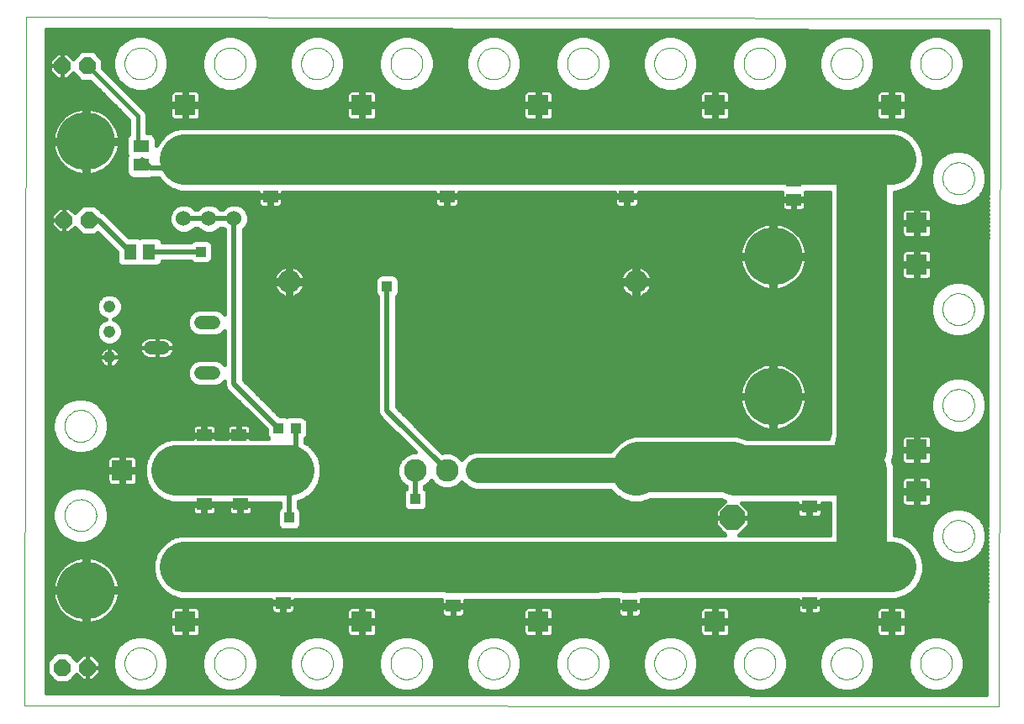
<source format=gtl>
G75*
%MOIN*%
%OFA0B0*%
%FSLAX24Y24*%
%IPPOS*%
%LPD*%
%AMOC8*
5,1,8,0,0,1.08239X$1,22.5*
%
%ADD10C,0.0000*%
%ADD11C,0.1000*%
%ADD12OC8,0.1000*%
%ADD13R,0.0827X0.0827*%
%ADD14R,0.0630X0.0512*%
%ADD15R,0.0512X0.0630*%
%ADD16C,0.0520*%
%ADD17C,0.0900*%
%ADD18C,0.0476*%
%ADD19OC8,0.0660*%
%ADD20C,0.0600*%
%ADD21R,0.0591X0.0512*%
%ADD22C,0.2300*%
%ADD23C,0.0160*%
%ADD24C,0.0200*%
%ADD25R,0.0396X0.0396*%
%ADD26C,0.2000*%
%ADD27C,0.0400*%
%ADD28C,0.1000*%
D10*
X001708Y002271D02*
X001771Y029579D01*
X040391Y029517D01*
X040328Y002208D01*
X001708Y002271D01*
X005681Y003930D02*
X005683Y003980D01*
X005689Y004030D01*
X005699Y004079D01*
X005713Y004127D01*
X005730Y004174D01*
X005751Y004219D01*
X005776Y004263D01*
X005804Y004304D01*
X005836Y004343D01*
X005870Y004380D01*
X005907Y004414D01*
X005947Y004444D01*
X005989Y004471D01*
X006033Y004495D01*
X006079Y004516D01*
X006126Y004532D01*
X006174Y004545D01*
X006224Y004554D01*
X006273Y004559D01*
X006324Y004560D01*
X006374Y004557D01*
X006423Y004550D01*
X006472Y004539D01*
X006520Y004524D01*
X006566Y004506D01*
X006611Y004484D01*
X006654Y004458D01*
X006695Y004429D01*
X006734Y004397D01*
X006770Y004362D01*
X006802Y004324D01*
X006832Y004284D01*
X006859Y004241D01*
X006882Y004197D01*
X006901Y004151D01*
X006917Y004103D01*
X006929Y004054D01*
X006937Y004005D01*
X006941Y003955D01*
X006941Y003905D01*
X006937Y003855D01*
X006929Y003806D01*
X006917Y003757D01*
X006901Y003709D01*
X006882Y003663D01*
X006859Y003619D01*
X006832Y003576D01*
X006802Y003536D01*
X006770Y003498D01*
X006734Y003463D01*
X006695Y003431D01*
X006654Y003402D01*
X006611Y003376D01*
X006566Y003354D01*
X006520Y003336D01*
X006472Y003321D01*
X006423Y003310D01*
X006374Y003303D01*
X006324Y003300D01*
X006273Y003301D01*
X006224Y003306D01*
X006174Y003315D01*
X006126Y003328D01*
X006079Y003344D01*
X006033Y003365D01*
X005989Y003389D01*
X005947Y003416D01*
X005907Y003446D01*
X005870Y003480D01*
X005836Y003517D01*
X005804Y003556D01*
X005776Y003597D01*
X005751Y003641D01*
X005730Y003686D01*
X005713Y003733D01*
X005699Y003781D01*
X005689Y003830D01*
X005683Y003880D01*
X005681Y003930D01*
X009225Y003930D02*
X009227Y003980D01*
X009233Y004030D01*
X009243Y004079D01*
X009257Y004127D01*
X009274Y004174D01*
X009295Y004219D01*
X009320Y004263D01*
X009348Y004304D01*
X009380Y004343D01*
X009414Y004380D01*
X009451Y004414D01*
X009491Y004444D01*
X009533Y004471D01*
X009577Y004495D01*
X009623Y004516D01*
X009670Y004532D01*
X009718Y004545D01*
X009768Y004554D01*
X009817Y004559D01*
X009868Y004560D01*
X009918Y004557D01*
X009967Y004550D01*
X010016Y004539D01*
X010064Y004524D01*
X010110Y004506D01*
X010155Y004484D01*
X010198Y004458D01*
X010239Y004429D01*
X010278Y004397D01*
X010314Y004362D01*
X010346Y004324D01*
X010376Y004284D01*
X010403Y004241D01*
X010426Y004197D01*
X010445Y004151D01*
X010461Y004103D01*
X010473Y004054D01*
X010481Y004005D01*
X010485Y003955D01*
X010485Y003905D01*
X010481Y003855D01*
X010473Y003806D01*
X010461Y003757D01*
X010445Y003709D01*
X010426Y003663D01*
X010403Y003619D01*
X010376Y003576D01*
X010346Y003536D01*
X010314Y003498D01*
X010278Y003463D01*
X010239Y003431D01*
X010198Y003402D01*
X010155Y003376D01*
X010110Y003354D01*
X010064Y003336D01*
X010016Y003321D01*
X009967Y003310D01*
X009918Y003303D01*
X009868Y003300D01*
X009817Y003301D01*
X009768Y003306D01*
X009718Y003315D01*
X009670Y003328D01*
X009623Y003344D01*
X009577Y003365D01*
X009533Y003389D01*
X009491Y003416D01*
X009451Y003446D01*
X009414Y003480D01*
X009380Y003517D01*
X009348Y003556D01*
X009320Y003597D01*
X009295Y003641D01*
X009274Y003686D01*
X009257Y003733D01*
X009243Y003781D01*
X009233Y003830D01*
X009227Y003880D01*
X009225Y003930D01*
X012681Y003930D02*
X012683Y003980D01*
X012689Y004030D01*
X012699Y004079D01*
X012713Y004127D01*
X012730Y004174D01*
X012751Y004219D01*
X012776Y004263D01*
X012804Y004304D01*
X012836Y004343D01*
X012870Y004380D01*
X012907Y004414D01*
X012947Y004444D01*
X012989Y004471D01*
X013033Y004495D01*
X013079Y004516D01*
X013126Y004532D01*
X013174Y004545D01*
X013224Y004554D01*
X013273Y004559D01*
X013324Y004560D01*
X013374Y004557D01*
X013423Y004550D01*
X013472Y004539D01*
X013520Y004524D01*
X013566Y004506D01*
X013611Y004484D01*
X013654Y004458D01*
X013695Y004429D01*
X013734Y004397D01*
X013770Y004362D01*
X013802Y004324D01*
X013832Y004284D01*
X013859Y004241D01*
X013882Y004197D01*
X013901Y004151D01*
X013917Y004103D01*
X013929Y004054D01*
X013937Y004005D01*
X013941Y003955D01*
X013941Y003905D01*
X013937Y003855D01*
X013929Y003806D01*
X013917Y003757D01*
X013901Y003709D01*
X013882Y003663D01*
X013859Y003619D01*
X013832Y003576D01*
X013802Y003536D01*
X013770Y003498D01*
X013734Y003463D01*
X013695Y003431D01*
X013654Y003402D01*
X013611Y003376D01*
X013566Y003354D01*
X013520Y003336D01*
X013472Y003321D01*
X013423Y003310D01*
X013374Y003303D01*
X013324Y003300D01*
X013273Y003301D01*
X013224Y003306D01*
X013174Y003315D01*
X013126Y003328D01*
X013079Y003344D01*
X013033Y003365D01*
X012989Y003389D01*
X012947Y003416D01*
X012907Y003446D01*
X012870Y003480D01*
X012836Y003517D01*
X012804Y003556D01*
X012776Y003597D01*
X012751Y003641D01*
X012730Y003686D01*
X012713Y003733D01*
X012699Y003781D01*
X012689Y003830D01*
X012683Y003880D01*
X012681Y003930D01*
X016225Y003930D02*
X016227Y003980D01*
X016233Y004030D01*
X016243Y004079D01*
X016257Y004127D01*
X016274Y004174D01*
X016295Y004219D01*
X016320Y004263D01*
X016348Y004304D01*
X016380Y004343D01*
X016414Y004380D01*
X016451Y004414D01*
X016491Y004444D01*
X016533Y004471D01*
X016577Y004495D01*
X016623Y004516D01*
X016670Y004532D01*
X016718Y004545D01*
X016768Y004554D01*
X016817Y004559D01*
X016868Y004560D01*
X016918Y004557D01*
X016967Y004550D01*
X017016Y004539D01*
X017064Y004524D01*
X017110Y004506D01*
X017155Y004484D01*
X017198Y004458D01*
X017239Y004429D01*
X017278Y004397D01*
X017314Y004362D01*
X017346Y004324D01*
X017376Y004284D01*
X017403Y004241D01*
X017426Y004197D01*
X017445Y004151D01*
X017461Y004103D01*
X017473Y004054D01*
X017481Y004005D01*
X017485Y003955D01*
X017485Y003905D01*
X017481Y003855D01*
X017473Y003806D01*
X017461Y003757D01*
X017445Y003709D01*
X017426Y003663D01*
X017403Y003619D01*
X017376Y003576D01*
X017346Y003536D01*
X017314Y003498D01*
X017278Y003463D01*
X017239Y003431D01*
X017198Y003402D01*
X017155Y003376D01*
X017110Y003354D01*
X017064Y003336D01*
X017016Y003321D01*
X016967Y003310D01*
X016918Y003303D01*
X016868Y003300D01*
X016817Y003301D01*
X016768Y003306D01*
X016718Y003315D01*
X016670Y003328D01*
X016623Y003344D01*
X016577Y003365D01*
X016533Y003389D01*
X016491Y003416D01*
X016451Y003446D01*
X016414Y003480D01*
X016380Y003517D01*
X016348Y003556D01*
X016320Y003597D01*
X016295Y003641D01*
X016274Y003686D01*
X016257Y003733D01*
X016243Y003781D01*
X016233Y003830D01*
X016227Y003880D01*
X016225Y003930D01*
X019681Y003930D02*
X019683Y003980D01*
X019689Y004030D01*
X019699Y004079D01*
X019713Y004127D01*
X019730Y004174D01*
X019751Y004219D01*
X019776Y004263D01*
X019804Y004304D01*
X019836Y004343D01*
X019870Y004380D01*
X019907Y004414D01*
X019947Y004444D01*
X019989Y004471D01*
X020033Y004495D01*
X020079Y004516D01*
X020126Y004532D01*
X020174Y004545D01*
X020224Y004554D01*
X020273Y004559D01*
X020324Y004560D01*
X020374Y004557D01*
X020423Y004550D01*
X020472Y004539D01*
X020520Y004524D01*
X020566Y004506D01*
X020611Y004484D01*
X020654Y004458D01*
X020695Y004429D01*
X020734Y004397D01*
X020770Y004362D01*
X020802Y004324D01*
X020832Y004284D01*
X020859Y004241D01*
X020882Y004197D01*
X020901Y004151D01*
X020917Y004103D01*
X020929Y004054D01*
X020937Y004005D01*
X020941Y003955D01*
X020941Y003905D01*
X020937Y003855D01*
X020929Y003806D01*
X020917Y003757D01*
X020901Y003709D01*
X020882Y003663D01*
X020859Y003619D01*
X020832Y003576D01*
X020802Y003536D01*
X020770Y003498D01*
X020734Y003463D01*
X020695Y003431D01*
X020654Y003402D01*
X020611Y003376D01*
X020566Y003354D01*
X020520Y003336D01*
X020472Y003321D01*
X020423Y003310D01*
X020374Y003303D01*
X020324Y003300D01*
X020273Y003301D01*
X020224Y003306D01*
X020174Y003315D01*
X020126Y003328D01*
X020079Y003344D01*
X020033Y003365D01*
X019989Y003389D01*
X019947Y003416D01*
X019907Y003446D01*
X019870Y003480D01*
X019836Y003517D01*
X019804Y003556D01*
X019776Y003597D01*
X019751Y003641D01*
X019730Y003686D01*
X019713Y003733D01*
X019699Y003781D01*
X019689Y003830D01*
X019683Y003880D01*
X019681Y003930D01*
X023225Y003930D02*
X023227Y003980D01*
X023233Y004030D01*
X023243Y004079D01*
X023257Y004127D01*
X023274Y004174D01*
X023295Y004219D01*
X023320Y004263D01*
X023348Y004304D01*
X023380Y004343D01*
X023414Y004380D01*
X023451Y004414D01*
X023491Y004444D01*
X023533Y004471D01*
X023577Y004495D01*
X023623Y004516D01*
X023670Y004532D01*
X023718Y004545D01*
X023768Y004554D01*
X023817Y004559D01*
X023868Y004560D01*
X023918Y004557D01*
X023967Y004550D01*
X024016Y004539D01*
X024064Y004524D01*
X024110Y004506D01*
X024155Y004484D01*
X024198Y004458D01*
X024239Y004429D01*
X024278Y004397D01*
X024314Y004362D01*
X024346Y004324D01*
X024376Y004284D01*
X024403Y004241D01*
X024426Y004197D01*
X024445Y004151D01*
X024461Y004103D01*
X024473Y004054D01*
X024481Y004005D01*
X024485Y003955D01*
X024485Y003905D01*
X024481Y003855D01*
X024473Y003806D01*
X024461Y003757D01*
X024445Y003709D01*
X024426Y003663D01*
X024403Y003619D01*
X024376Y003576D01*
X024346Y003536D01*
X024314Y003498D01*
X024278Y003463D01*
X024239Y003431D01*
X024198Y003402D01*
X024155Y003376D01*
X024110Y003354D01*
X024064Y003336D01*
X024016Y003321D01*
X023967Y003310D01*
X023918Y003303D01*
X023868Y003300D01*
X023817Y003301D01*
X023768Y003306D01*
X023718Y003315D01*
X023670Y003328D01*
X023623Y003344D01*
X023577Y003365D01*
X023533Y003389D01*
X023491Y003416D01*
X023451Y003446D01*
X023414Y003480D01*
X023380Y003517D01*
X023348Y003556D01*
X023320Y003597D01*
X023295Y003641D01*
X023274Y003686D01*
X023257Y003733D01*
X023243Y003781D01*
X023233Y003830D01*
X023227Y003880D01*
X023225Y003930D01*
X026681Y003930D02*
X026683Y003980D01*
X026689Y004030D01*
X026699Y004079D01*
X026713Y004127D01*
X026730Y004174D01*
X026751Y004219D01*
X026776Y004263D01*
X026804Y004304D01*
X026836Y004343D01*
X026870Y004380D01*
X026907Y004414D01*
X026947Y004444D01*
X026989Y004471D01*
X027033Y004495D01*
X027079Y004516D01*
X027126Y004532D01*
X027174Y004545D01*
X027224Y004554D01*
X027273Y004559D01*
X027324Y004560D01*
X027374Y004557D01*
X027423Y004550D01*
X027472Y004539D01*
X027520Y004524D01*
X027566Y004506D01*
X027611Y004484D01*
X027654Y004458D01*
X027695Y004429D01*
X027734Y004397D01*
X027770Y004362D01*
X027802Y004324D01*
X027832Y004284D01*
X027859Y004241D01*
X027882Y004197D01*
X027901Y004151D01*
X027917Y004103D01*
X027929Y004054D01*
X027937Y004005D01*
X027941Y003955D01*
X027941Y003905D01*
X027937Y003855D01*
X027929Y003806D01*
X027917Y003757D01*
X027901Y003709D01*
X027882Y003663D01*
X027859Y003619D01*
X027832Y003576D01*
X027802Y003536D01*
X027770Y003498D01*
X027734Y003463D01*
X027695Y003431D01*
X027654Y003402D01*
X027611Y003376D01*
X027566Y003354D01*
X027520Y003336D01*
X027472Y003321D01*
X027423Y003310D01*
X027374Y003303D01*
X027324Y003300D01*
X027273Y003301D01*
X027224Y003306D01*
X027174Y003315D01*
X027126Y003328D01*
X027079Y003344D01*
X027033Y003365D01*
X026989Y003389D01*
X026947Y003416D01*
X026907Y003446D01*
X026870Y003480D01*
X026836Y003517D01*
X026804Y003556D01*
X026776Y003597D01*
X026751Y003641D01*
X026730Y003686D01*
X026713Y003733D01*
X026699Y003781D01*
X026689Y003830D01*
X026683Y003880D01*
X026681Y003930D01*
X030225Y003930D02*
X030227Y003980D01*
X030233Y004030D01*
X030243Y004079D01*
X030257Y004127D01*
X030274Y004174D01*
X030295Y004219D01*
X030320Y004263D01*
X030348Y004304D01*
X030380Y004343D01*
X030414Y004380D01*
X030451Y004414D01*
X030491Y004444D01*
X030533Y004471D01*
X030577Y004495D01*
X030623Y004516D01*
X030670Y004532D01*
X030718Y004545D01*
X030768Y004554D01*
X030817Y004559D01*
X030868Y004560D01*
X030918Y004557D01*
X030967Y004550D01*
X031016Y004539D01*
X031064Y004524D01*
X031110Y004506D01*
X031155Y004484D01*
X031198Y004458D01*
X031239Y004429D01*
X031278Y004397D01*
X031314Y004362D01*
X031346Y004324D01*
X031376Y004284D01*
X031403Y004241D01*
X031426Y004197D01*
X031445Y004151D01*
X031461Y004103D01*
X031473Y004054D01*
X031481Y004005D01*
X031485Y003955D01*
X031485Y003905D01*
X031481Y003855D01*
X031473Y003806D01*
X031461Y003757D01*
X031445Y003709D01*
X031426Y003663D01*
X031403Y003619D01*
X031376Y003576D01*
X031346Y003536D01*
X031314Y003498D01*
X031278Y003463D01*
X031239Y003431D01*
X031198Y003402D01*
X031155Y003376D01*
X031110Y003354D01*
X031064Y003336D01*
X031016Y003321D01*
X030967Y003310D01*
X030918Y003303D01*
X030868Y003300D01*
X030817Y003301D01*
X030768Y003306D01*
X030718Y003315D01*
X030670Y003328D01*
X030623Y003344D01*
X030577Y003365D01*
X030533Y003389D01*
X030491Y003416D01*
X030451Y003446D01*
X030414Y003480D01*
X030380Y003517D01*
X030348Y003556D01*
X030320Y003597D01*
X030295Y003641D01*
X030274Y003686D01*
X030257Y003733D01*
X030243Y003781D01*
X030233Y003830D01*
X030227Y003880D01*
X030225Y003930D01*
X033681Y003930D02*
X033683Y003980D01*
X033689Y004030D01*
X033699Y004079D01*
X033713Y004127D01*
X033730Y004174D01*
X033751Y004219D01*
X033776Y004263D01*
X033804Y004304D01*
X033836Y004343D01*
X033870Y004380D01*
X033907Y004414D01*
X033947Y004444D01*
X033989Y004471D01*
X034033Y004495D01*
X034079Y004516D01*
X034126Y004532D01*
X034174Y004545D01*
X034224Y004554D01*
X034273Y004559D01*
X034324Y004560D01*
X034374Y004557D01*
X034423Y004550D01*
X034472Y004539D01*
X034520Y004524D01*
X034566Y004506D01*
X034611Y004484D01*
X034654Y004458D01*
X034695Y004429D01*
X034734Y004397D01*
X034770Y004362D01*
X034802Y004324D01*
X034832Y004284D01*
X034859Y004241D01*
X034882Y004197D01*
X034901Y004151D01*
X034917Y004103D01*
X034929Y004054D01*
X034937Y004005D01*
X034941Y003955D01*
X034941Y003905D01*
X034937Y003855D01*
X034929Y003806D01*
X034917Y003757D01*
X034901Y003709D01*
X034882Y003663D01*
X034859Y003619D01*
X034832Y003576D01*
X034802Y003536D01*
X034770Y003498D01*
X034734Y003463D01*
X034695Y003431D01*
X034654Y003402D01*
X034611Y003376D01*
X034566Y003354D01*
X034520Y003336D01*
X034472Y003321D01*
X034423Y003310D01*
X034374Y003303D01*
X034324Y003300D01*
X034273Y003301D01*
X034224Y003306D01*
X034174Y003315D01*
X034126Y003328D01*
X034079Y003344D01*
X034033Y003365D01*
X033989Y003389D01*
X033947Y003416D01*
X033907Y003446D01*
X033870Y003480D01*
X033836Y003517D01*
X033804Y003556D01*
X033776Y003597D01*
X033751Y003641D01*
X033730Y003686D01*
X033713Y003733D01*
X033699Y003781D01*
X033689Y003830D01*
X033683Y003880D01*
X033681Y003930D01*
X037225Y003930D02*
X037227Y003980D01*
X037233Y004030D01*
X037243Y004079D01*
X037257Y004127D01*
X037274Y004174D01*
X037295Y004219D01*
X037320Y004263D01*
X037348Y004304D01*
X037380Y004343D01*
X037414Y004380D01*
X037451Y004414D01*
X037491Y004444D01*
X037533Y004471D01*
X037577Y004495D01*
X037623Y004516D01*
X037670Y004532D01*
X037718Y004545D01*
X037768Y004554D01*
X037817Y004559D01*
X037868Y004560D01*
X037918Y004557D01*
X037967Y004550D01*
X038016Y004539D01*
X038064Y004524D01*
X038110Y004506D01*
X038155Y004484D01*
X038198Y004458D01*
X038239Y004429D01*
X038278Y004397D01*
X038314Y004362D01*
X038346Y004324D01*
X038376Y004284D01*
X038403Y004241D01*
X038426Y004197D01*
X038445Y004151D01*
X038461Y004103D01*
X038473Y004054D01*
X038481Y004005D01*
X038485Y003955D01*
X038485Y003905D01*
X038481Y003855D01*
X038473Y003806D01*
X038461Y003757D01*
X038445Y003709D01*
X038426Y003663D01*
X038403Y003619D01*
X038376Y003576D01*
X038346Y003536D01*
X038314Y003498D01*
X038278Y003463D01*
X038239Y003431D01*
X038198Y003402D01*
X038155Y003376D01*
X038110Y003354D01*
X038064Y003336D01*
X038016Y003321D01*
X037967Y003310D01*
X037918Y003303D01*
X037868Y003300D01*
X037817Y003301D01*
X037768Y003306D01*
X037718Y003315D01*
X037670Y003328D01*
X037623Y003344D01*
X037577Y003365D01*
X037533Y003389D01*
X037491Y003416D01*
X037451Y003446D01*
X037414Y003480D01*
X037380Y003517D01*
X037348Y003556D01*
X037320Y003597D01*
X037295Y003641D01*
X037274Y003686D01*
X037257Y003733D01*
X037243Y003781D01*
X037233Y003830D01*
X037227Y003880D01*
X037225Y003930D01*
X038107Y008985D02*
X038109Y009035D01*
X038115Y009085D01*
X038125Y009134D01*
X038139Y009182D01*
X038156Y009229D01*
X038177Y009274D01*
X038202Y009318D01*
X038230Y009359D01*
X038262Y009398D01*
X038296Y009435D01*
X038333Y009469D01*
X038373Y009499D01*
X038415Y009526D01*
X038459Y009550D01*
X038505Y009571D01*
X038552Y009587D01*
X038600Y009600D01*
X038650Y009609D01*
X038699Y009614D01*
X038750Y009615D01*
X038800Y009612D01*
X038849Y009605D01*
X038898Y009594D01*
X038946Y009579D01*
X038992Y009561D01*
X039037Y009539D01*
X039080Y009513D01*
X039121Y009484D01*
X039160Y009452D01*
X039196Y009417D01*
X039228Y009379D01*
X039258Y009339D01*
X039285Y009296D01*
X039308Y009252D01*
X039327Y009206D01*
X039343Y009158D01*
X039355Y009109D01*
X039363Y009060D01*
X039367Y009010D01*
X039367Y008960D01*
X039363Y008910D01*
X039355Y008861D01*
X039343Y008812D01*
X039327Y008764D01*
X039308Y008718D01*
X039285Y008674D01*
X039258Y008631D01*
X039228Y008591D01*
X039196Y008553D01*
X039160Y008518D01*
X039121Y008486D01*
X039080Y008457D01*
X039037Y008431D01*
X038992Y008409D01*
X038946Y008391D01*
X038898Y008376D01*
X038849Y008365D01*
X038800Y008358D01*
X038750Y008355D01*
X038699Y008356D01*
X038650Y008361D01*
X038600Y008370D01*
X038552Y008383D01*
X038505Y008399D01*
X038459Y008420D01*
X038415Y008444D01*
X038373Y008471D01*
X038333Y008501D01*
X038296Y008535D01*
X038262Y008572D01*
X038230Y008611D01*
X038202Y008652D01*
X038177Y008696D01*
X038156Y008741D01*
X038139Y008788D01*
X038125Y008836D01*
X038115Y008885D01*
X038109Y008935D01*
X038107Y008985D01*
X038107Y014181D02*
X038109Y014231D01*
X038115Y014281D01*
X038125Y014330D01*
X038139Y014378D01*
X038156Y014425D01*
X038177Y014470D01*
X038202Y014514D01*
X038230Y014555D01*
X038262Y014594D01*
X038296Y014631D01*
X038333Y014665D01*
X038373Y014695D01*
X038415Y014722D01*
X038459Y014746D01*
X038505Y014767D01*
X038552Y014783D01*
X038600Y014796D01*
X038650Y014805D01*
X038699Y014810D01*
X038750Y014811D01*
X038800Y014808D01*
X038849Y014801D01*
X038898Y014790D01*
X038946Y014775D01*
X038992Y014757D01*
X039037Y014735D01*
X039080Y014709D01*
X039121Y014680D01*
X039160Y014648D01*
X039196Y014613D01*
X039228Y014575D01*
X039258Y014535D01*
X039285Y014492D01*
X039308Y014448D01*
X039327Y014402D01*
X039343Y014354D01*
X039355Y014305D01*
X039363Y014256D01*
X039367Y014206D01*
X039367Y014156D01*
X039363Y014106D01*
X039355Y014057D01*
X039343Y014008D01*
X039327Y013960D01*
X039308Y013914D01*
X039285Y013870D01*
X039258Y013827D01*
X039228Y013787D01*
X039196Y013749D01*
X039160Y013714D01*
X039121Y013682D01*
X039080Y013653D01*
X039037Y013627D01*
X038992Y013605D01*
X038946Y013587D01*
X038898Y013572D01*
X038849Y013561D01*
X038800Y013554D01*
X038750Y013551D01*
X038699Y013552D01*
X038650Y013557D01*
X038600Y013566D01*
X038552Y013579D01*
X038505Y013595D01*
X038459Y013616D01*
X038415Y013640D01*
X038373Y013667D01*
X038333Y013697D01*
X038296Y013731D01*
X038262Y013768D01*
X038230Y013807D01*
X038202Y013848D01*
X038177Y013892D01*
X038156Y013937D01*
X038139Y013984D01*
X038125Y014032D01*
X038115Y014081D01*
X038109Y014131D01*
X038107Y014181D01*
X038107Y017985D02*
X038109Y018035D01*
X038115Y018085D01*
X038125Y018134D01*
X038139Y018182D01*
X038156Y018229D01*
X038177Y018274D01*
X038202Y018318D01*
X038230Y018359D01*
X038262Y018398D01*
X038296Y018435D01*
X038333Y018469D01*
X038373Y018499D01*
X038415Y018526D01*
X038459Y018550D01*
X038505Y018571D01*
X038552Y018587D01*
X038600Y018600D01*
X038650Y018609D01*
X038699Y018614D01*
X038750Y018615D01*
X038800Y018612D01*
X038849Y018605D01*
X038898Y018594D01*
X038946Y018579D01*
X038992Y018561D01*
X039037Y018539D01*
X039080Y018513D01*
X039121Y018484D01*
X039160Y018452D01*
X039196Y018417D01*
X039228Y018379D01*
X039258Y018339D01*
X039285Y018296D01*
X039308Y018252D01*
X039327Y018206D01*
X039343Y018158D01*
X039355Y018109D01*
X039363Y018060D01*
X039367Y018010D01*
X039367Y017960D01*
X039363Y017910D01*
X039355Y017861D01*
X039343Y017812D01*
X039327Y017764D01*
X039308Y017718D01*
X039285Y017674D01*
X039258Y017631D01*
X039228Y017591D01*
X039196Y017553D01*
X039160Y017518D01*
X039121Y017486D01*
X039080Y017457D01*
X039037Y017431D01*
X038992Y017409D01*
X038946Y017391D01*
X038898Y017376D01*
X038849Y017365D01*
X038800Y017358D01*
X038750Y017355D01*
X038699Y017356D01*
X038650Y017361D01*
X038600Y017370D01*
X038552Y017383D01*
X038505Y017399D01*
X038459Y017420D01*
X038415Y017444D01*
X038373Y017471D01*
X038333Y017501D01*
X038296Y017535D01*
X038262Y017572D01*
X038230Y017611D01*
X038202Y017652D01*
X038177Y017696D01*
X038156Y017741D01*
X038139Y017788D01*
X038125Y017836D01*
X038115Y017885D01*
X038109Y017935D01*
X038107Y017985D01*
X038107Y023181D02*
X038109Y023231D01*
X038115Y023281D01*
X038125Y023330D01*
X038139Y023378D01*
X038156Y023425D01*
X038177Y023470D01*
X038202Y023514D01*
X038230Y023555D01*
X038262Y023594D01*
X038296Y023631D01*
X038333Y023665D01*
X038373Y023695D01*
X038415Y023722D01*
X038459Y023746D01*
X038505Y023767D01*
X038552Y023783D01*
X038600Y023796D01*
X038650Y023805D01*
X038699Y023810D01*
X038750Y023811D01*
X038800Y023808D01*
X038849Y023801D01*
X038898Y023790D01*
X038946Y023775D01*
X038992Y023757D01*
X039037Y023735D01*
X039080Y023709D01*
X039121Y023680D01*
X039160Y023648D01*
X039196Y023613D01*
X039228Y023575D01*
X039258Y023535D01*
X039285Y023492D01*
X039308Y023448D01*
X039327Y023402D01*
X039343Y023354D01*
X039355Y023305D01*
X039363Y023256D01*
X039367Y023206D01*
X039367Y023156D01*
X039363Y023106D01*
X039355Y023057D01*
X039343Y023008D01*
X039327Y022960D01*
X039308Y022914D01*
X039285Y022870D01*
X039258Y022827D01*
X039228Y022787D01*
X039196Y022749D01*
X039160Y022714D01*
X039121Y022682D01*
X039080Y022653D01*
X039037Y022627D01*
X038992Y022605D01*
X038946Y022587D01*
X038898Y022572D01*
X038849Y022561D01*
X038800Y022554D01*
X038750Y022551D01*
X038699Y022552D01*
X038650Y022557D01*
X038600Y022566D01*
X038552Y022579D01*
X038505Y022595D01*
X038459Y022616D01*
X038415Y022640D01*
X038373Y022667D01*
X038333Y022697D01*
X038296Y022731D01*
X038262Y022768D01*
X038230Y022807D01*
X038202Y022848D01*
X038177Y022892D01*
X038156Y022937D01*
X038139Y022984D01*
X038125Y023032D01*
X038115Y023081D01*
X038109Y023131D01*
X038107Y023181D01*
X037225Y027737D02*
X037227Y027787D01*
X037233Y027837D01*
X037243Y027886D01*
X037257Y027934D01*
X037274Y027981D01*
X037295Y028026D01*
X037320Y028070D01*
X037348Y028111D01*
X037380Y028150D01*
X037414Y028187D01*
X037451Y028221D01*
X037491Y028251D01*
X037533Y028278D01*
X037577Y028302D01*
X037623Y028323D01*
X037670Y028339D01*
X037718Y028352D01*
X037768Y028361D01*
X037817Y028366D01*
X037868Y028367D01*
X037918Y028364D01*
X037967Y028357D01*
X038016Y028346D01*
X038064Y028331D01*
X038110Y028313D01*
X038155Y028291D01*
X038198Y028265D01*
X038239Y028236D01*
X038278Y028204D01*
X038314Y028169D01*
X038346Y028131D01*
X038376Y028091D01*
X038403Y028048D01*
X038426Y028004D01*
X038445Y027958D01*
X038461Y027910D01*
X038473Y027861D01*
X038481Y027812D01*
X038485Y027762D01*
X038485Y027712D01*
X038481Y027662D01*
X038473Y027613D01*
X038461Y027564D01*
X038445Y027516D01*
X038426Y027470D01*
X038403Y027426D01*
X038376Y027383D01*
X038346Y027343D01*
X038314Y027305D01*
X038278Y027270D01*
X038239Y027238D01*
X038198Y027209D01*
X038155Y027183D01*
X038110Y027161D01*
X038064Y027143D01*
X038016Y027128D01*
X037967Y027117D01*
X037918Y027110D01*
X037868Y027107D01*
X037817Y027108D01*
X037768Y027113D01*
X037718Y027122D01*
X037670Y027135D01*
X037623Y027151D01*
X037577Y027172D01*
X037533Y027196D01*
X037491Y027223D01*
X037451Y027253D01*
X037414Y027287D01*
X037380Y027324D01*
X037348Y027363D01*
X037320Y027404D01*
X037295Y027448D01*
X037274Y027493D01*
X037257Y027540D01*
X037243Y027588D01*
X037233Y027637D01*
X037227Y027687D01*
X037225Y027737D01*
X033681Y027737D02*
X033683Y027787D01*
X033689Y027837D01*
X033699Y027886D01*
X033713Y027934D01*
X033730Y027981D01*
X033751Y028026D01*
X033776Y028070D01*
X033804Y028111D01*
X033836Y028150D01*
X033870Y028187D01*
X033907Y028221D01*
X033947Y028251D01*
X033989Y028278D01*
X034033Y028302D01*
X034079Y028323D01*
X034126Y028339D01*
X034174Y028352D01*
X034224Y028361D01*
X034273Y028366D01*
X034324Y028367D01*
X034374Y028364D01*
X034423Y028357D01*
X034472Y028346D01*
X034520Y028331D01*
X034566Y028313D01*
X034611Y028291D01*
X034654Y028265D01*
X034695Y028236D01*
X034734Y028204D01*
X034770Y028169D01*
X034802Y028131D01*
X034832Y028091D01*
X034859Y028048D01*
X034882Y028004D01*
X034901Y027958D01*
X034917Y027910D01*
X034929Y027861D01*
X034937Y027812D01*
X034941Y027762D01*
X034941Y027712D01*
X034937Y027662D01*
X034929Y027613D01*
X034917Y027564D01*
X034901Y027516D01*
X034882Y027470D01*
X034859Y027426D01*
X034832Y027383D01*
X034802Y027343D01*
X034770Y027305D01*
X034734Y027270D01*
X034695Y027238D01*
X034654Y027209D01*
X034611Y027183D01*
X034566Y027161D01*
X034520Y027143D01*
X034472Y027128D01*
X034423Y027117D01*
X034374Y027110D01*
X034324Y027107D01*
X034273Y027108D01*
X034224Y027113D01*
X034174Y027122D01*
X034126Y027135D01*
X034079Y027151D01*
X034033Y027172D01*
X033989Y027196D01*
X033947Y027223D01*
X033907Y027253D01*
X033870Y027287D01*
X033836Y027324D01*
X033804Y027363D01*
X033776Y027404D01*
X033751Y027448D01*
X033730Y027493D01*
X033713Y027540D01*
X033699Y027588D01*
X033689Y027637D01*
X033683Y027687D01*
X033681Y027737D01*
X030225Y027737D02*
X030227Y027787D01*
X030233Y027837D01*
X030243Y027886D01*
X030257Y027934D01*
X030274Y027981D01*
X030295Y028026D01*
X030320Y028070D01*
X030348Y028111D01*
X030380Y028150D01*
X030414Y028187D01*
X030451Y028221D01*
X030491Y028251D01*
X030533Y028278D01*
X030577Y028302D01*
X030623Y028323D01*
X030670Y028339D01*
X030718Y028352D01*
X030768Y028361D01*
X030817Y028366D01*
X030868Y028367D01*
X030918Y028364D01*
X030967Y028357D01*
X031016Y028346D01*
X031064Y028331D01*
X031110Y028313D01*
X031155Y028291D01*
X031198Y028265D01*
X031239Y028236D01*
X031278Y028204D01*
X031314Y028169D01*
X031346Y028131D01*
X031376Y028091D01*
X031403Y028048D01*
X031426Y028004D01*
X031445Y027958D01*
X031461Y027910D01*
X031473Y027861D01*
X031481Y027812D01*
X031485Y027762D01*
X031485Y027712D01*
X031481Y027662D01*
X031473Y027613D01*
X031461Y027564D01*
X031445Y027516D01*
X031426Y027470D01*
X031403Y027426D01*
X031376Y027383D01*
X031346Y027343D01*
X031314Y027305D01*
X031278Y027270D01*
X031239Y027238D01*
X031198Y027209D01*
X031155Y027183D01*
X031110Y027161D01*
X031064Y027143D01*
X031016Y027128D01*
X030967Y027117D01*
X030918Y027110D01*
X030868Y027107D01*
X030817Y027108D01*
X030768Y027113D01*
X030718Y027122D01*
X030670Y027135D01*
X030623Y027151D01*
X030577Y027172D01*
X030533Y027196D01*
X030491Y027223D01*
X030451Y027253D01*
X030414Y027287D01*
X030380Y027324D01*
X030348Y027363D01*
X030320Y027404D01*
X030295Y027448D01*
X030274Y027493D01*
X030257Y027540D01*
X030243Y027588D01*
X030233Y027637D01*
X030227Y027687D01*
X030225Y027737D01*
X026681Y027737D02*
X026683Y027787D01*
X026689Y027837D01*
X026699Y027886D01*
X026713Y027934D01*
X026730Y027981D01*
X026751Y028026D01*
X026776Y028070D01*
X026804Y028111D01*
X026836Y028150D01*
X026870Y028187D01*
X026907Y028221D01*
X026947Y028251D01*
X026989Y028278D01*
X027033Y028302D01*
X027079Y028323D01*
X027126Y028339D01*
X027174Y028352D01*
X027224Y028361D01*
X027273Y028366D01*
X027324Y028367D01*
X027374Y028364D01*
X027423Y028357D01*
X027472Y028346D01*
X027520Y028331D01*
X027566Y028313D01*
X027611Y028291D01*
X027654Y028265D01*
X027695Y028236D01*
X027734Y028204D01*
X027770Y028169D01*
X027802Y028131D01*
X027832Y028091D01*
X027859Y028048D01*
X027882Y028004D01*
X027901Y027958D01*
X027917Y027910D01*
X027929Y027861D01*
X027937Y027812D01*
X027941Y027762D01*
X027941Y027712D01*
X027937Y027662D01*
X027929Y027613D01*
X027917Y027564D01*
X027901Y027516D01*
X027882Y027470D01*
X027859Y027426D01*
X027832Y027383D01*
X027802Y027343D01*
X027770Y027305D01*
X027734Y027270D01*
X027695Y027238D01*
X027654Y027209D01*
X027611Y027183D01*
X027566Y027161D01*
X027520Y027143D01*
X027472Y027128D01*
X027423Y027117D01*
X027374Y027110D01*
X027324Y027107D01*
X027273Y027108D01*
X027224Y027113D01*
X027174Y027122D01*
X027126Y027135D01*
X027079Y027151D01*
X027033Y027172D01*
X026989Y027196D01*
X026947Y027223D01*
X026907Y027253D01*
X026870Y027287D01*
X026836Y027324D01*
X026804Y027363D01*
X026776Y027404D01*
X026751Y027448D01*
X026730Y027493D01*
X026713Y027540D01*
X026699Y027588D01*
X026689Y027637D01*
X026683Y027687D01*
X026681Y027737D01*
X023225Y027737D02*
X023227Y027787D01*
X023233Y027837D01*
X023243Y027886D01*
X023257Y027934D01*
X023274Y027981D01*
X023295Y028026D01*
X023320Y028070D01*
X023348Y028111D01*
X023380Y028150D01*
X023414Y028187D01*
X023451Y028221D01*
X023491Y028251D01*
X023533Y028278D01*
X023577Y028302D01*
X023623Y028323D01*
X023670Y028339D01*
X023718Y028352D01*
X023768Y028361D01*
X023817Y028366D01*
X023868Y028367D01*
X023918Y028364D01*
X023967Y028357D01*
X024016Y028346D01*
X024064Y028331D01*
X024110Y028313D01*
X024155Y028291D01*
X024198Y028265D01*
X024239Y028236D01*
X024278Y028204D01*
X024314Y028169D01*
X024346Y028131D01*
X024376Y028091D01*
X024403Y028048D01*
X024426Y028004D01*
X024445Y027958D01*
X024461Y027910D01*
X024473Y027861D01*
X024481Y027812D01*
X024485Y027762D01*
X024485Y027712D01*
X024481Y027662D01*
X024473Y027613D01*
X024461Y027564D01*
X024445Y027516D01*
X024426Y027470D01*
X024403Y027426D01*
X024376Y027383D01*
X024346Y027343D01*
X024314Y027305D01*
X024278Y027270D01*
X024239Y027238D01*
X024198Y027209D01*
X024155Y027183D01*
X024110Y027161D01*
X024064Y027143D01*
X024016Y027128D01*
X023967Y027117D01*
X023918Y027110D01*
X023868Y027107D01*
X023817Y027108D01*
X023768Y027113D01*
X023718Y027122D01*
X023670Y027135D01*
X023623Y027151D01*
X023577Y027172D01*
X023533Y027196D01*
X023491Y027223D01*
X023451Y027253D01*
X023414Y027287D01*
X023380Y027324D01*
X023348Y027363D01*
X023320Y027404D01*
X023295Y027448D01*
X023274Y027493D01*
X023257Y027540D01*
X023243Y027588D01*
X023233Y027637D01*
X023227Y027687D01*
X023225Y027737D01*
X019681Y027737D02*
X019683Y027787D01*
X019689Y027837D01*
X019699Y027886D01*
X019713Y027934D01*
X019730Y027981D01*
X019751Y028026D01*
X019776Y028070D01*
X019804Y028111D01*
X019836Y028150D01*
X019870Y028187D01*
X019907Y028221D01*
X019947Y028251D01*
X019989Y028278D01*
X020033Y028302D01*
X020079Y028323D01*
X020126Y028339D01*
X020174Y028352D01*
X020224Y028361D01*
X020273Y028366D01*
X020324Y028367D01*
X020374Y028364D01*
X020423Y028357D01*
X020472Y028346D01*
X020520Y028331D01*
X020566Y028313D01*
X020611Y028291D01*
X020654Y028265D01*
X020695Y028236D01*
X020734Y028204D01*
X020770Y028169D01*
X020802Y028131D01*
X020832Y028091D01*
X020859Y028048D01*
X020882Y028004D01*
X020901Y027958D01*
X020917Y027910D01*
X020929Y027861D01*
X020937Y027812D01*
X020941Y027762D01*
X020941Y027712D01*
X020937Y027662D01*
X020929Y027613D01*
X020917Y027564D01*
X020901Y027516D01*
X020882Y027470D01*
X020859Y027426D01*
X020832Y027383D01*
X020802Y027343D01*
X020770Y027305D01*
X020734Y027270D01*
X020695Y027238D01*
X020654Y027209D01*
X020611Y027183D01*
X020566Y027161D01*
X020520Y027143D01*
X020472Y027128D01*
X020423Y027117D01*
X020374Y027110D01*
X020324Y027107D01*
X020273Y027108D01*
X020224Y027113D01*
X020174Y027122D01*
X020126Y027135D01*
X020079Y027151D01*
X020033Y027172D01*
X019989Y027196D01*
X019947Y027223D01*
X019907Y027253D01*
X019870Y027287D01*
X019836Y027324D01*
X019804Y027363D01*
X019776Y027404D01*
X019751Y027448D01*
X019730Y027493D01*
X019713Y027540D01*
X019699Y027588D01*
X019689Y027637D01*
X019683Y027687D01*
X019681Y027737D01*
X016225Y027737D02*
X016227Y027787D01*
X016233Y027837D01*
X016243Y027886D01*
X016257Y027934D01*
X016274Y027981D01*
X016295Y028026D01*
X016320Y028070D01*
X016348Y028111D01*
X016380Y028150D01*
X016414Y028187D01*
X016451Y028221D01*
X016491Y028251D01*
X016533Y028278D01*
X016577Y028302D01*
X016623Y028323D01*
X016670Y028339D01*
X016718Y028352D01*
X016768Y028361D01*
X016817Y028366D01*
X016868Y028367D01*
X016918Y028364D01*
X016967Y028357D01*
X017016Y028346D01*
X017064Y028331D01*
X017110Y028313D01*
X017155Y028291D01*
X017198Y028265D01*
X017239Y028236D01*
X017278Y028204D01*
X017314Y028169D01*
X017346Y028131D01*
X017376Y028091D01*
X017403Y028048D01*
X017426Y028004D01*
X017445Y027958D01*
X017461Y027910D01*
X017473Y027861D01*
X017481Y027812D01*
X017485Y027762D01*
X017485Y027712D01*
X017481Y027662D01*
X017473Y027613D01*
X017461Y027564D01*
X017445Y027516D01*
X017426Y027470D01*
X017403Y027426D01*
X017376Y027383D01*
X017346Y027343D01*
X017314Y027305D01*
X017278Y027270D01*
X017239Y027238D01*
X017198Y027209D01*
X017155Y027183D01*
X017110Y027161D01*
X017064Y027143D01*
X017016Y027128D01*
X016967Y027117D01*
X016918Y027110D01*
X016868Y027107D01*
X016817Y027108D01*
X016768Y027113D01*
X016718Y027122D01*
X016670Y027135D01*
X016623Y027151D01*
X016577Y027172D01*
X016533Y027196D01*
X016491Y027223D01*
X016451Y027253D01*
X016414Y027287D01*
X016380Y027324D01*
X016348Y027363D01*
X016320Y027404D01*
X016295Y027448D01*
X016274Y027493D01*
X016257Y027540D01*
X016243Y027588D01*
X016233Y027637D01*
X016227Y027687D01*
X016225Y027737D01*
X012681Y027737D02*
X012683Y027787D01*
X012689Y027837D01*
X012699Y027886D01*
X012713Y027934D01*
X012730Y027981D01*
X012751Y028026D01*
X012776Y028070D01*
X012804Y028111D01*
X012836Y028150D01*
X012870Y028187D01*
X012907Y028221D01*
X012947Y028251D01*
X012989Y028278D01*
X013033Y028302D01*
X013079Y028323D01*
X013126Y028339D01*
X013174Y028352D01*
X013224Y028361D01*
X013273Y028366D01*
X013324Y028367D01*
X013374Y028364D01*
X013423Y028357D01*
X013472Y028346D01*
X013520Y028331D01*
X013566Y028313D01*
X013611Y028291D01*
X013654Y028265D01*
X013695Y028236D01*
X013734Y028204D01*
X013770Y028169D01*
X013802Y028131D01*
X013832Y028091D01*
X013859Y028048D01*
X013882Y028004D01*
X013901Y027958D01*
X013917Y027910D01*
X013929Y027861D01*
X013937Y027812D01*
X013941Y027762D01*
X013941Y027712D01*
X013937Y027662D01*
X013929Y027613D01*
X013917Y027564D01*
X013901Y027516D01*
X013882Y027470D01*
X013859Y027426D01*
X013832Y027383D01*
X013802Y027343D01*
X013770Y027305D01*
X013734Y027270D01*
X013695Y027238D01*
X013654Y027209D01*
X013611Y027183D01*
X013566Y027161D01*
X013520Y027143D01*
X013472Y027128D01*
X013423Y027117D01*
X013374Y027110D01*
X013324Y027107D01*
X013273Y027108D01*
X013224Y027113D01*
X013174Y027122D01*
X013126Y027135D01*
X013079Y027151D01*
X013033Y027172D01*
X012989Y027196D01*
X012947Y027223D01*
X012907Y027253D01*
X012870Y027287D01*
X012836Y027324D01*
X012804Y027363D01*
X012776Y027404D01*
X012751Y027448D01*
X012730Y027493D01*
X012713Y027540D01*
X012699Y027588D01*
X012689Y027637D01*
X012683Y027687D01*
X012681Y027737D01*
X009225Y027737D02*
X009227Y027787D01*
X009233Y027837D01*
X009243Y027886D01*
X009257Y027934D01*
X009274Y027981D01*
X009295Y028026D01*
X009320Y028070D01*
X009348Y028111D01*
X009380Y028150D01*
X009414Y028187D01*
X009451Y028221D01*
X009491Y028251D01*
X009533Y028278D01*
X009577Y028302D01*
X009623Y028323D01*
X009670Y028339D01*
X009718Y028352D01*
X009768Y028361D01*
X009817Y028366D01*
X009868Y028367D01*
X009918Y028364D01*
X009967Y028357D01*
X010016Y028346D01*
X010064Y028331D01*
X010110Y028313D01*
X010155Y028291D01*
X010198Y028265D01*
X010239Y028236D01*
X010278Y028204D01*
X010314Y028169D01*
X010346Y028131D01*
X010376Y028091D01*
X010403Y028048D01*
X010426Y028004D01*
X010445Y027958D01*
X010461Y027910D01*
X010473Y027861D01*
X010481Y027812D01*
X010485Y027762D01*
X010485Y027712D01*
X010481Y027662D01*
X010473Y027613D01*
X010461Y027564D01*
X010445Y027516D01*
X010426Y027470D01*
X010403Y027426D01*
X010376Y027383D01*
X010346Y027343D01*
X010314Y027305D01*
X010278Y027270D01*
X010239Y027238D01*
X010198Y027209D01*
X010155Y027183D01*
X010110Y027161D01*
X010064Y027143D01*
X010016Y027128D01*
X009967Y027117D01*
X009918Y027110D01*
X009868Y027107D01*
X009817Y027108D01*
X009768Y027113D01*
X009718Y027122D01*
X009670Y027135D01*
X009623Y027151D01*
X009577Y027172D01*
X009533Y027196D01*
X009491Y027223D01*
X009451Y027253D01*
X009414Y027287D01*
X009380Y027324D01*
X009348Y027363D01*
X009320Y027404D01*
X009295Y027448D01*
X009274Y027493D01*
X009257Y027540D01*
X009243Y027588D01*
X009233Y027637D01*
X009227Y027687D01*
X009225Y027737D01*
X005681Y027737D02*
X005683Y027787D01*
X005689Y027837D01*
X005699Y027886D01*
X005713Y027934D01*
X005730Y027981D01*
X005751Y028026D01*
X005776Y028070D01*
X005804Y028111D01*
X005836Y028150D01*
X005870Y028187D01*
X005907Y028221D01*
X005947Y028251D01*
X005989Y028278D01*
X006033Y028302D01*
X006079Y028323D01*
X006126Y028339D01*
X006174Y028352D01*
X006224Y028361D01*
X006273Y028366D01*
X006324Y028367D01*
X006374Y028364D01*
X006423Y028357D01*
X006472Y028346D01*
X006520Y028331D01*
X006566Y028313D01*
X006611Y028291D01*
X006654Y028265D01*
X006695Y028236D01*
X006734Y028204D01*
X006770Y028169D01*
X006802Y028131D01*
X006832Y028091D01*
X006859Y028048D01*
X006882Y028004D01*
X006901Y027958D01*
X006917Y027910D01*
X006929Y027861D01*
X006937Y027812D01*
X006941Y027762D01*
X006941Y027712D01*
X006937Y027662D01*
X006929Y027613D01*
X006917Y027564D01*
X006901Y027516D01*
X006882Y027470D01*
X006859Y027426D01*
X006832Y027383D01*
X006802Y027343D01*
X006770Y027305D01*
X006734Y027270D01*
X006695Y027238D01*
X006654Y027209D01*
X006611Y027183D01*
X006566Y027161D01*
X006520Y027143D01*
X006472Y027128D01*
X006423Y027117D01*
X006374Y027110D01*
X006324Y027107D01*
X006273Y027108D01*
X006224Y027113D01*
X006174Y027122D01*
X006126Y027135D01*
X006079Y027151D01*
X006033Y027172D01*
X005989Y027196D01*
X005947Y027223D01*
X005907Y027253D01*
X005870Y027287D01*
X005836Y027324D01*
X005804Y027363D01*
X005776Y027404D01*
X005751Y027448D01*
X005730Y027493D01*
X005713Y027540D01*
X005699Y027588D01*
X005689Y027637D01*
X005683Y027687D01*
X005681Y027737D01*
X003300Y013355D02*
X003302Y013405D01*
X003308Y013455D01*
X003318Y013504D01*
X003332Y013552D01*
X003349Y013599D01*
X003370Y013644D01*
X003395Y013688D01*
X003423Y013729D01*
X003455Y013768D01*
X003489Y013805D01*
X003526Y013839D01*
X003566Y013869D01*
X003608Y013896D01*
X003652Y013920D01*
X003698Y013941D01*
X003745Y013957D01*
X003793Y013970D01*
X003843Y013979D01*
X003892Y013984D01*
X003943Y013985D01*
X003993Y013982D01*
X004042Y013975D01*
X004091Y013964D01*
X004139Y013949D01*
X004185Y013931D01*
X004230Y013909D01*
X004273Y013883D01*
X004314Y013854D01*
X004353Y013822D01*
X004389Y013787D01*
X004421Y013749D01*
X004451Y013709D01*
X004478Y013666D01*
X004501Y013622D01*
X004520Y013576D01*
X004536Y013528D01*
X004548Y013479D01*
X004556Y013430D01*
X004560Y013380D01*
X004560Y013330D01*
X004556Y013280D01*
X004548Y013231D01*
X004536Y013182D01*
X004520Y013134D01*
X004501Y013088D01*
X004478Y013044D01*
X004451Y013001D01*
X004421Y012961D01*
X004389Y012923D01*
X004353Y012888D01*
X004314Y012856D01*
X004273Y012827D01*
X004230Y012801D01*
X004185Y012779D01*
X004139Y012761D01*
X004091Y012746D01*
X004042Y012735D01*
X003993Y012728D01*
X003943Y012725D01*
X003892Y012726D01*
X003843Y012731D01*
X003793Y012740D01*
X003745Y012753D01*
X003698Y012769D01*
X003652Y012790D01*
X003608Y012814D01*
X003566Y012841D01*
X003526Y012871D01*
X003489Y012905D01*
X003455Y012942D01*
X003423Y012981D01*
X003395Y013022D01*
X003370Y013066D01*
X003349Y013111D01*
X003332Y013158D01*
X003318Y013206D01*
X003308Y013255D01*
X003302Y013305D01*
X003300Y013355D01*
X003300Y009811D02*
X003302Y009861D01*
X003308Y009911D01*
X003318Y009960D01*
X003332Y010008D01*
X003349Y010055D01*
X003370Y010100D01*
X003395Y010144D01*
X003423Y010185D01*
X003455Y010224D01*
X003489Y010261D01*
X003526Y010295D01*
X003566Y010325D01*
X003608Y010352D01*
X003652Y010376D01*
X003698Y010397D01*
X003745Y010413D01*
X003793Y010426D01*
X003843Y010435D01*
X003892Y010440D01*
X003943Y010441D01*
X003993Y010438D01*
X004042Y010431D01*
X004091Y010420D01*
X004139Y010405D01*
X004185Y010387D01*
X004230Y010365D01*
X004273Y010339D01*
X004314Y010310D01*
X004353Y010278D01*
X004389Y010243D01*
X004421Y010205D01*
X004451Y010165D01*
X004478Y010122D01*
X004501Y010078D01*
X004520Y010032D01*
X004536Y009984D01*
X004548Y009935D01*
X004556Y009886D01*
X004560Y009836D01*
X004560Y009786D01*
X004556Y009736D01*
X004548Y009687D01*
X004536Y009638D01*
X004520Y009590D01*
X004501Y009544D01*
X004478Y009500D01*
X004451Y009457D01*
X004421Y009417D01*
X004389Y009379D01*
X004353Y009344D01*
X004314Y009312D01*
X004273Y009283D01*
X004230Y009257D01*
X004185Y009235D01*
X004139Y009217D01*
X004091Y009202D01*
X004042Y009191D01*
X003993Y009184D01*
X003943Y009181D01*
X003892Y009182D01*
X003843Y009187D01*
X003793Y009196D01*
X003745Y009209D01*
X003698Y009225D01*
X003652Y009246D01*
X003608Y009270D01*
X003566Y009297D01*
X003526Y009327D01*
X003489Y009361D01*
X003455Y009398D01*
X003423Y009437D01*
X003395Y009478D01*
X003370Y009522D01*
X003349Y009567D01*
X003332Y009614D01*
X003318Y009662D01*
X003308Y009711D01*
X003302Y009761D01*
X003300Y009811D01*
D11*
X029771Y011708D03*
D12*
X029771Y009708D03*
D13*
X029083Y007748D03*
X029083Y005583D03*
X036083Y005583D03*
X036083Y007748D03*
X037083Y010756D03*
X034918Y010756D03*
X034918Y012410D03*
X037083Y012410D03*
X037083Y019756D03*
X037083Y021410D03*
X034918Y021410D03*
X034918Y019756D03*
X036083Y023918D03*
X036083Y026083D03*
X029083Y026083D03*
X029083Y023918D03*
X022083Y023918D03*
X022083Y026083D03*
X015083Y026083D03*
X015083Y023918D03*
X008083Y023918D03*
X008083Y026083D03*
X007748Y011583D03*
X005583Y011583D03*
X008083Y007748D03*
X008083Y005583D03*
X015083Y005583D03*
X015083Y007748D03*
X022083Y007748D03*
X022083Y005583D03*
D14*
X032833Y010147D03*
X032833Y010895D03*
X006333Y023709D03*
X006333Y024457D03*
D15*
X006645Y020271D03*
X005897Y020271D03*
D16*
X008698Y017458D02*
X009218Y017458D01*
X007218Y016458D02*
X006698Y016458D01*
X008698Y015458D02*
X009218Y015458D01*
D17*
X012208Y019083D03*
X012208Y011583D03*
X017208Y011583D03*
X018458Y011583D03*
X019708Y011583D03*
X025958Y011583D03*
X025958Y019083D03*
D18*
X005083Y018083D03*
X005083Y017083D03*
X005083Y016083D03*
D19*
X004271Y021521D03*
X003271Y021521D03*
X003208Y027646D03*
X004208Y027646D03*
X004208Y003771D03*
X003208Y003771D03*
D20*
X008021Y021583D03*
X009021Y021583D03*
X010021Y021583D03*
D21*
X011458Y022459D03*
X011458Y023207D03*
X018458Y023207D03*
X018458Y022459D03*
X025583Y022459D03*
X025583Y023207D03*
X032208Y023082D03*
X032208Y022334D03*
X032833Y007082D03*
X032833Y006334D03*
X025708Y006209D03*
X025708Y006957D03*
X018708Y006957D03*
X018708Y006209D03*
X011958Y006334D03*
X011958Y007082D03*
X010271Y010248D03*
X010271Y010918D03*
X010208Y012311D03*
X010208Y012980D03*
X008833Y012980D03*
X008833Y012311D03*
X008833Y010918D03*
X008833Y010248D03*
D22*
X004146Y006833D03*
X004146Y024646D03*
X031396Y020083D03*
X031396Y014521D03*
D23*
X031476Y014471D02*
X033638Y014471D01*
X033638Y014629D02*
X032721Y014629D01*
X032724Y014601D02*
X032713Y014716D01*
X032687Y014844D01*
X032649Y014969D01*
X032599Y015090D01*
X032538Y015205D01*
X032465Y015314D01*
X032382Y015415D01*
X032290Y015507D01*
X032189Y015590D01*
X032080Y015663D01*
X031965Y015724D01*
X031844Y015774D01*
X031719Y015812D01*
X031591Y015838D01*
X031476Y015849D01*
X031476Y014601D01*
X032724Y014601D01*
X032724Y014441D02*
X031476Y014441D01*
X031476Y014601D01*
X031316Y014601D01*
X031316Y015849D01*
X031200Y015838D01*
X031072Y015812D01*
X030947Y015774D01*
X030826Y015724D01*
X030711Y015663D01*
X030602Y015590D01*
X030501Y015507D01*
X030409Y015415D01*
X030326Y015314D01*
X030253Y015205D01*
X030192Y015090D01*
X030142Y014969D01*
X030104Y014844D01*
X030078Y014716D01*
X030067Y014601D01*
X031316Y014601D01*
X031316Y014441D01*
X031476Y014441D01*
X031476Y013192D01*
X031591Y013203D01*
X031719Y013229D01*
X031844Y013267D01*
X031965Y013317D01*
X032080Y013378D01*
X032189Y013451D01*
X032290Y013534D01*
X032382Y013626D01*
X032465Y013727D01*
X032538Y013836D01*
X032599Y013951D01*
X032649Y014072D01*
X032687Y014197D01*
X032713Y014325D01*
X032724Y014441D01*
X032710Y014312D02*
X033638Y014312D01*
X033638Y014154D02*
X032674Y014154D01*
X032617Y013995D02*
X033638Y013995D01*
X033638Y013837D02*
X032538Y013837D01*
X032425Y013678D02*
X033638Y013678D01*
X033638Y013520D02*
X032272Y013520D01*
X032048Y013361D02*
X033638Y013361D01*
X033638Y013203D02*
X031583Y013203D01*
X031476Y013203D02*
X031316Y013203D01*
X031316Y013192D02*
X031316Y014441D01*
X030067Y014441D01*
X030078Y014325D01*
X030104Y014197D01*
X030142Y014072D01*
X030192Y013951D01*
X030253Y013836D01*
X030326Y013727D01*
X030409Y013626D01*
X030501Y013534D01*
X030602Y013451D01*
X030711Y013378D01*
X030826Y013317D01*
X030947Y013267D01*
X031072Y013229D01*
X031200Y013203D01*
X031316Y013192D01*
X031208Y013203D02*
X017376Y013203D01*
X017217Y013361D02*
X030743Y013361D01*
X030519Y013520D02*
X017059Y013520D01*
X016900Y013678D02*
X030366Y013678D01*
X030253Y013837D02*
X016742Y013837D01*
X016583Y013995D02*
X030174Y013995D01*
X030117Y014154D02*
X016463Y014154D01*
X016463Y014115D02*
X016463Y018483D01*
X016519Y018539D01*
X016561Y018642D01*
X016561Y019149D01*
X016519Y019252D01*
X016440Y019331D01*
X016337Y019374D01*
X015829Y019374D01*
X015726Y019331D01*
X015648Y019252D01*
X015605Y019149D01*
X015605Y018642D01*
X015648Y018539D01*
X015703Y018483D01*
X015703Y013882D01*
X015761Y013743D01*
X015868Y013636D01*
X017191Y012313D01*
X017063Y012313D01*
X016795Y012202D01*
X016589Y011997D01*
X016478Y011728D01*
X016478Y011438D01*
X016589Y011170D01*
X016795Y010964D01*
X016828Y010950D01*
X016828Y010870D01*
X016773Y010815D01*
X016730Y010712D01*
X016730Y010204D01*
X016773Y010101D01*
X016851Y010023D01*
X016954Y009980D01*
X017462Y009980D01*
X017565Y010023D01*
X017644Y010101D01*
X017686Y010204D01*
X017686Y010712D01*
X017644Y010815D01*
X017588Y010870D01*
X017588Y010950D01*
X017622Y010964D01*
X017827Y011170D01*
X017833Y011184D01*
X017839Y011170D01*
X018045Y010964D01*
X018313Y010853D01*
X018603Y010853D01*
X018872Y010964D01*
X019048Y011140D01*
X019266Y010922D01*
X019553Y010803D01*
X024930Y010803D01*
X024934Y010797D01*
X025172Y010559D01*
X025464Y010390D01*
X025790Y010303D01*
X026127Y010303D01*
X026452Y010390D01*
X026518Y010428D01*
X029336Y010428D01*
X029402Y010390D01*
X029472Y010371D01*
X029091Y009990D01*
X029091Y009728D01*
X029751Y009728D01*
X029751Y009688D01*
X029091Y009688D01*
X029091Y009426D01*
X029489Y009028D01*
X007915Y009028D01*
X007589Y008941D01*
X007297Y008773D01*
X007059Y008534D01*
X006890Y008242D01*
X006803Y007917D01*
X006803Y007580D01*
X006890Y007254D01*
X007059Y006962D01*
X007297Y006724D01*
X007589Y006556D01*
X007915Y006468D01*
X011483Y006468D01*
X011483Y006382D01*
X011910Y006382D01*
X011910Y006286D01*
X012006Y006286D01*
X012006Y005898D01*
X012277Y005898D01*
X012323Y005910D01*
X012364Y005934D01*
X012397Y005968D01*
X012421Y006009D01*
X012433Y006054D01*
X012433Y006286D01*
X012006Y006286D01*
X012006Y006382D01*
X012433Y006382D01*
X012433Y006468D01*
X018233Y006468D01*
X018233Y006257D01*
X018660Y006257D01*
X018660Y006161D01*
X018756Y006161D01*
X018756Y005773D01*
X019027Y005773D01*
X019073Y005785D01*
X019114Y005809D01*
X019147Y005843D01*
X019171Y005884D01*
X019183Y005929D01*
X019183Y006161D01*
X018756Y006161D01*
X018756Y006257D01*
X019183Y006257D01*
X019183Y006428D01*
X024502Y006428D01*
X024652Y006468D01*
X025233Y006468D01*
X025233Y006257D01*
X025660Y006257D01*
X025660Y006161D01*
X025756Y006161D01*
X025756Y005773D01*
X026027Y005773D01*
X026073Y005785D01*
X026114Y005809D01*
X026147Y005843D01*
X026171Y005884D01*
X026183Y005929D01*
X026183Y006161D01*
X025756Y006161D01*
X025756Y006257D01*
X026183Y006257D01*
X026183Y006468D01*
X032358Y006468D01*
X032358Y006382D01*
X032785Y006382D01*
X032785Y006286D01*
X032881Y006286D01*
X032881Y005898D01*
X033152Y005898D01*
X033198Y005910D01*
X033239Y005934D01*
X033272Y005968D01*
X033296Y006009D01*
X033308Y006054D01*
X033308Y006286D01*
X032881Y006286D01*
X032881Y006382D01*
X033308Y006382D01*
X033308Y006468D01*
X036252Y006468D01*
X036577Y006556D01*
X036869Y006724D01*
X037107Y006962D01*
X037276Y007254D01*
X037363Y007580D01*
X037363Y007917D01*
X037276Y008242D01*
X037107Y008534D01*
X036869Y008773D01*
X036577Y008941D01*
X036252Y009028D01*
X036198Y009028D01*
X036198Y011752D01*
X036132Y011996D01*
X036198Y012241D01*
X036198Y022638D01*
X036252Y022638D01*
X036577Y022725D01*
X036869Y022893D01*
X037107Y023132D01*
X037276Y023424D01*
X037363Y023749D01*
X037363Y024086D01*
X037276Y024412D01*
X037107Y024704D01*
X036869Y024942D01*
X036577Y025110D01*
X036252Y025198D01*
X007915Y025198D01*
X007589Y025110D01*
X007297Y024942D01*
X007059Y024704D01*
X006928Y024477D01*
X006928Y024769D01*
X006885Y024872D01*
X006807Y024950D01*
X006704Y024993D01*
X006569Y024993D01*
X006569Y025716D01*
X006514Y025849D01*
X004818Y027545D01*
X004818Y027898D01*
X004461Y028256D01*
X003955Y028256D01*
X003637Y027938D01*
X003419Y028156D01*
X003208Y028156D01*
X002997Y028156D01*
X002698Y027857D01*
X002698Y027646D01*
X003208Y027646D01*
X003208Y028156D01*
X003208Y027646D01*
X003208Y027646D01*
X003208Y027646D01*
X002698Y027646D01*
X002698Y027434D01*
X002997Y027136D01*
X003208Y027136D01*
X003208Y027646D01*
X003208Y027646D01*
X003208Y027136D01*
X003419Y027136D01*
X003637Y027354D01*
X003955Y027036D01*
X004309Y027036D01*
X005849Y025495D01*
X005849Y024940D01*
X005781Y024872D01*
X005738Y024769D01*
X005738Y024145D01*
X005764Y024083D01*
X005738Y024021D01*
X005738Y023397D01*
X005781Y023295D01*
X005860Y023216D01*
X005962Y023173D01*
X006704Y023173D01*
X006776Y023203D01*
X007018Y023203D01*
X007059Y023132D01*
X007297Y022893D01*
X007589Y022725D01*
X007915Y022638D01*
X010983Y022638D01*
X010983Y022507D01*
X011410Y022507D01*
X011410Y022411D01*
X011506Y022411D01*
X011506Y022023D01*
X011777Y022023D01*
X011823Y022035D01*
X011864Y022059D01*
X011897Y022093D01*
X011921Y022134D01*
X011933Y022179D01*
X011933Y022411D01*
X011506Y022411D01*
X011506Y022507D01*
X011933Y022507D01*
X011933Y022638D01*
X017983Y022638D01*
X017983Y022507D01*
X018410Y022507D01*
X018410Y022411D01*
X018506Y022411D01*
X018506Y022023D01*
X018777Y022023D01*
X018823Y022035D01*
X018864Y022059D01*
X018897Y022093D01*
X018921Y022134D01*
X018933Y022179D01*
X018933Y022411D01*
X018506Y022411D01*
X018506Y022507D01*
X018933Y022507D01*
X018933Y022638D01*
X025108Y022638D01*
X025108Y022507D01*
X025535Y022507D01*
X025535Y022411D01*
X025631Y022411D01*
X025631Y022023D01*
X025902Y022023D01*
X025948Y022035D01*
X025989Y022059D01*
X026022Y022093D01*
X026046Y022134D01*
X026058Y022179D01*
X026058Y022411D01*
X025631Y022411D01*
X025631Y022507D01*
X026058Y022507D01*
X026058Y022638D01*
X031705Y022638D01*
X031733Y022610D01*
X031733Y022382D01*
X032160Y022382D01*
X032160Y022286D01*
X032256Y022286D01*
X032256Y021898D01*
X032527Y021898D01*
X032573Y021910D01*
X032614Y021934D01*
X032647Y021968D01*
X032671Y022009D01*
X032683Y022054D01*
X032683Y022286D01*
X032256Y022286D01*
X032256Y022382D01*
X032683Y022382D01*
X032683Y022610D01*
X032711Y022638D01*
X033638Y022638D01*
X033638Y013067D01*
X033583Y012863D01*
X030330Y012863D01*
X030265Y012901D01*
X029939Y012988D01*
X025915Y012988D01*
X025589Y012901D01*
X025297Y012732D01*
X025059Y012494D01*
X024934Y012369D01*
X024930Y012363D01*
X019553Y012363D01*
X019266Y012244D01*
X019048Y012026D01*
X018872Y012202D01*
X018603Y012313D01*
X018313Y012313D01*
X018279Y012299D01*
X016463Y014115D01*
X016463Y014312D02*
X030081Y014312D01*
X030070Y014629D02*
X016463Y014629D01*
X016463Y014471D02*
X031316Y014471D01*
X031316Y014629D02*
X031476Y014629D01*
X031476Y014788D02*
X031316Y014788D01*
X031316Y014946D02*
X031476Y014946D01*
X031476Y015105D02*
X031316Y015105D01*
X031316Y015263D02*
X031476Y015263D01*
X031476Y015422D02*
X031316Y015422D01*
X031316Y015580D02*
X031476Y015580D01*
X031476Y015739D02*
X031316Y015739D01*
X030861Y015739D02*
X016463Y015739D01*
X016463Y015897D02*
X033638Y015897D01*
X033638Y015739D02*
X031930Y015739D01*
X032201Y015580D02*
X033638Y015580D01*
X033638Y015422D02*
X032375Y015422D01*
X032499Y015263D02*
X033638Y015263D01*
X033638Y015105D02*
X032591Y015105D01*
X032656Y014946D02*
X033638Y014946D01*
X033638Y014788D02*
X032699Y014788D01*
X031476Y014312D02*
X031316Y014312D01*
X031316Y014154D02*
X031476Y014154D01*
X031476Y013995D02*
X031316Y013995D01*
X031316Y013837D02*
X031476Y013837D01*
X031476Y013678D02*
X031316Y013678D01*
X031316Y013520D02*
X031476Y013520D01*
X031476Y013361D02*
X031316Y013361D01*
X030291Y012886D02*
X033589Y012886D01*
X033631Y013044D02*
X017534Y013044D01*
X017693Y012886D02*
X025563Y012886D01*
X025292Y012727D02*
X017851Y012727D01*
X018010Y012569D02*
X025133Y012569D01*
X024975Y012410D02*
X018168Y012410D01*
X018752Y012252D02*
X019284Y012252D01*
X019115Y012093D02*
X018980Y012093D01*
X017867Y011142D02*
X017799Y011142D01*
X017641Y010984D02*
X018025Y010984D01*
X017633Y010825D02*
X019500Y010825D01*
X019204Y010984D02*
X018891Y010984D01*
X017686Y010667D02*
X025064Y010667D01*
X025260Y010508D02*
X017686Y010508D01*
X017686Y010350D02*
X025616Y010350D01*
X026300Y010350D02*
X029450Y010350D01*
X029292Y010191D02*
X017681Y010191D01*
X017575Y010033D02*
X029133Y010033D01*
X029091Y009874D02*
X012686Y009874D01*
X012686Y009962D02*
X012644Y010065D01*
X012588Y010120D01*
X012588Y010360D01*
X012702Y010390D01*
X012994Y010559D01*
X013232Y010797D01*
X013401Y011089D01*
X013488Y011415D01*
X013488Y011752D01*
X013401Y012077D01*
X013232Y012369D01*
X012994Y012607D01*
X012838Y012697D01*
X012838Y012858D01*
X012894Y012914D01*
X012936Y013017D01*
X012936Y013524D01*
X012894Y013627D01*
X012815Y013706D01*
X012712Y013749D01*
X012204Y013749D01*
X012114Y013711D01*
X012024Y013749D01*
X011830Y013749D01*
X010401Y015178D01*
X010401Y021143D01*
X010512Y021255D01*
X010601Y021468D01*
X010601Y021698D01*
X010512Y021912D01*
X010349Y022075D01*
X010136Y022163D01*
X009905Y022163D01*
X009692Y022075D01*
X009580Y021963D01*
X009461Y021963D01*
X009349Y022075D01*
X009136Y022163D01*
X008905Y022163D01*
X008692Y022075D01*
X008580Y021963D01*
X008461Y021963D01*
X008349Y022075D01*
X008136Y022163D01*
X007905Y022163D01*
X007692Y022075D01*
X007529Y021912D01*
X007441Y021698D01*
X007441Y021468D01*
X007529Y021255D01*
X007692Y021091D01*
X007905Y021003D01*
X008136Y021003D01*
X008349Y021091D01*
X008461Y021203D01*
X008580Y021203D01*
X008692Y021091D01*
X008905Y021003D01*
X009136Y021003D01*
X009349Y021091D01*
X009461Y021203D01*
X009580Y021203D01*
X009641Y021143D01*
X009641Y017799D01*
X009524Y017916D01*
X009325Y017998D01*
X008591Y017998D01*
X008392Y017916D01*
X008240Y017764D01*
X008158Y017565D01*
X008158Y017351D01*
X008240Y017152D01*
X008392Y017000D01*
X008591Y016918D01*
X009325Y016918D01*
X009524Y017000D01*
X009641Y017117D01*
X009641Y015799D01*
X009524Y015916D01*
X009325Y015998D01*
X008591Y015998D01*
X008392Y015916D01*
X008240Y015764D01*
X008158Y015565D01*
X008158Y015351D01*
X008240Y015152D01*
X008392Y015000D01*
X008591Y014918D01*
X009325Y014918D01*
X009524Y015000D01*
X009641Y015117D01*
X009641Y014945D01*
X009698Y014805D01*
X011292Y013211D01*
X011292Y013017D01*
X011335Y012914D01*
X011386Y012863D01*
X010683Y012863D01*
X010683Y012932D01*
X010256Y012932D01*
X010256Y013028D01*
X010683Y013028D01*
X010683Y013260D01*
X010671Y013306D01*
X010647Y013347D01*
X010614Y013380D01*
X010573Y013404D01*
X010527Y013416D01*
X010256Y013416D01*
X010256Y013028D01*
X010160Y013028D01*
X010160Y012932D01*
X009733Y012932D01*
X009733Y012863D01*
X009308Y012863D01*
X009308Y012932D01*
X008881Y012932D01*
X008881Y013028D01*
X009308Y013028D01*
X009308Y013260D01*
X009296Y013306D01*
X009272Y013347D01*
X009239Y013380D01*
X009198Y013404D01*
X009152Y013416D01*
X008881Y013416D01*
X008881Y013028D01*
X008785Y013028D01*
X008785Y012932D01*
X008358Y012932D01*
X008358Y012863D01*
X007580Y012863D01*
X007254Y012776D01*
X006962Y012607D01*
X006724Y012369D01*
X006556Y012077D01*
X006468Y011752D01*
X006468Y011415D01*
X006556Y011089D01*
X006724Y010797D01*
X006962Y010559D01*
X007254Y010390D01*
X007580Y010303D01*
X008358Y010303D01*
X008358Y010296D01*
X008785Y010296D01*
X008785Y010200D01*
X008881Y010200D01*
X008881Y009813D01*
X009152Y009813D01*
X009198Y009825D01*
X009239Y009848D01*
X009272Y009882D01*
X009296Y009923D01*
X009308Y009969D01*
X009308Y010200D01*
X008881Y010200D01*
X008881Y010296D01*
X009308Y010296D01*
X009308Y010303D01*
X009795Y010303D01*
X009795Y010296D01*
X010223Y010296D01*
X010223Y010200D01*
X010319Y010200D01*
X010319Y010296D01*
X010746Y010296D01*
X010746Y010303D01*
X011828Y010303D01*
X011828Y010120D01*
X011773Y010065D01*
X011730Y009962D01*
X011730Y009454D01*
X011773Y009351D01*
X011851Y009273D01*
X011954Y009230D01*
X012462Y009230D01*
X012565Y009273D01*
X012644Y009351D01*
X012686Y009454D01*
X012686Y009962D01*
X012657Y010033D02*
X016841Y010033D01*
X016735Y010191D02*
X012588Y010191D01*
X012588Y010350D02*
X016730Y010350D01*
X016730Y010508D02*
X012906Y010508D01*
X013102Y010667D02*
X016730Y010667D01*
X016783Y010825D02*
X013248Y010825D01*
X013340Y010984D02*
X016775Y010984D01*
X016617Y011142D02*
X013415Y011142D01*
X013458Y011301D02*
X016535Y011301D01*
X016478Y011459D02*
X013488Y011459D01*
X013488Y011618D02*
X016478Y011618D01*
X016498Y011776D02*
X013482Y011776D01*
X013439Y011935D02*
X016564Y011935D01*
X016686Y012093D02*
X013392Y012093D01*
X013300Y012252D02*
X016914Y012252D01*
X017094Y012410D02*
X013191Y012410D01*
X013033Y012569D02*
X016935Y012569D01*
X016777Y012727D02*
X012838Y012727D01*
X012865Y012886D02*
X016618Y012886D01*
X016460Y013044D02*
X012936Y013044D01*
X012936Y013203D02*
X016301Y013203D01*
X016143Y013361D02*
X012936Y013361D01*
X012936Y013520D02*
X015984Y013520D01*
X015826Y013678D02*
X012843Y013678D01*
X011742Y013837D02*
X015722Y013837D01*
X015703Y013995D02*
X011583Y013995D01*
X011425Y014154D02*
X015703Y014154D01*
X015703Y014312D02*
X011266Y014312D01*
X011108Y014471D02*
X015703Y014471D01*
X015703Y014629D02*
X010949Y014629D01*
X010791Y014788D02*
X015703Y014788D01*
X015703Y014946D02*
X010632Y014946D01*
X010474Y015105D02*
X015703Y015105D01*
X015703Y015263D02*
X010401Y015263D01*
X010401Y015422D02*
X015703Y015422D01*
X015703Y015580D02*
X010401Y015580D01*
X010401Y015739D02*
X015703Y015739D01*
X015703Y015897D02*
X010401Y015897D01*
X010401Y016056D02*
X015703Y016056D01*
X015703Y016214D02*
X010401Y016214D01*
X010401Y016373D02*
X015703Y016373D01*
X015703Y016531D02*
X010401Y016531D01*
X010401Y016690D02*
X015703Y016690D01*
X015703Y016848D02*
X010401Y016848D01*
X010401Y017007D02*
X015703Y017007D01*
X015703Y017165D02*
X010401Y017165D01*
X010401Y017324D02*
X015703Y017324D01*
X015703Y017482D02*
X010401Y017482D01*
X010401Y017641D02*
X015703Y017641D01*
X015703Y017799D02*
X010401Y017799D01*
X010401Y017958D02*
X015703Y017958D01*
X015703Y018116D02*
X010401Y018116D01*
X010401Y018275D02*
X015703Y018275D01*
X015703Y018433D02*
X010401Y018433D01*
X010401Y018592D02*
X011813Y018592D01*
X011798Y018603D02*
X011878Y018544D01*
X011966Y018499D01*
X012061Y018469D01*
X012128Y018458D01*
X012128Y019003D01*
X012288Y019003D01*
X012288Y018458D01*
X012356Y018469D01*
X012450Y018499D01*
X012538Y018544D01*
X012618Y018603D01*
X012689Y018673D01*
X012747Y018753D01*
X012792Y018841D01*
X012823Y018936D01*
X012833Y019003D01*
X012288Y019003D01*
X012288Y019163D01*
X012833Y019163D01*
X012823Y019231D01*
X012792Y019325D01*
X012747Y019413D01*
X012689Y019493D01*
X012618Y019564D01*
X012538Y019622D01*
X012450Y019667D01*
X012356Y019698D01*
X012288Y019708D01*
X012288Y019163D01*
X012128Y019163D01*
X012128Y019003D01*
X011583Y019003D01*
X011594Y018936D01*
X011624Y018841D01*
X011669Y018753D01*
X011728Y018673D01*
X011798Y018603D01*
X011671Y018750D02*
X010401Y018750D01*
X010401Y018909D02*
X011602Y018909D01*
X011583Y019163D02*
X012128Y019163D01*
X012128Y019708D01*
X012061Y019698D01*
X011966Y019667D01*
X011878Y019622D01*
X011798Y019564D01*
X011728Y019493D01*
X011669Y019413D01*
X011624Y019325D01*
X011594Y019231D01*
X011583Y019163D01*
X011593Y019226D02*
X010401Y019226D01*
X010401Y019384D02*
X011654Y019384D01*
X011777Y019543D02*
X010401Y019543D01*
X010401Y019701D02*
X012083Y019701D01*
X012128Y019701D02*
X012288Y019701D01*
X012333Y019701D02*
X025833Y019701D01*
X025811Y019698D02*
X025716Y019667D01*
X025628Y019622D01*
X025548Y019564D01*
X025478Y019493D01*
X025419Y019413D01*
X025374Y019325D01*
X025344Y019231D01*
X025333Y019163D01*
X025878Y019163D01*
X025878Y019003D01*
X026038Y019003D01*
X026038Y018458D01*
X026106Y018469D01*
X026200Y018499D01*
X026288Y018544D01*
X026368Y018603D01*
X026439Y018673D01*
X026497Y018753D01*
X026542Y018841D01*
X026573Y018936D01*
X026583Y019003D01*
X026038Y019003D01*
X026038Y019163D01*
X026583Y019163D01*
X026573Y019231D01*
X026542Y019325D01*
X026497Y019413D01*
X026439Y019493D01*
X026368Y019564D01*
X026288Y019622D01*
X026200Y019667D01*
X026106Y019698D01*
X026038Y019708D01*
X026038Y019163D01*
X025878Y019163D01*
X025878Y019708D01*
X025811Y019698D01*
X025878Y019701D02*
X026038Y019701D01*
X026083Y019701D02*
X030122Y019701D01*
X030104Y019760D02*
X030142Y019634D01*
X030192Y019514D01*
X030253Y019398D01*
X030326Y019290D01*
X030409Y019189D01*
X030501Y019096D01*
X030602Y019014D01*
X030711Y018941D01*
X030826Y018879D01*
X030947Y018829D01*
X031072Y018791D01*
X031200Y018766D01*
X031316Y018755D01*
X031316Y020003D01*
X031476Y020003D01*
X031476Y020163D01*
X032724Y020163D01*
X032713Y020278D01*
X032687Y020407D01*
X032649Y020532D01*
X032599Y020652D01*
X033638Y020652D01*
X033638Y020494D02*
X032661Y020494D01*
X032701Y020335D02*
X033638Y020335D01*
X033638Y020177D02*
X032723Y020177D01*
X032724Y020003D02*
X031476Y020003D01*
X031476Y018755D01*
X031591Y018766D01*
X031719Y018791D01*
X031844Y018829D01*
X031965Y018879D01*
X032080Y018941D01*
X032189Y019014D01*
X032290Y019096D01*
X032382Y019189D01*
X032465Y019290D01*
X032538Y019398D01*
X032599Y019514D01*
X032649Y019634D01*
X032687Y019760D01*
X032713Y019888D01*
X032724Y020003D01*
X032707Y019860D02*
X033638Y019860D01*
X033638Y020018D02*
X031476Y020018D01*
X031476Y020163D02*
X031316Y020163D01*
X031316Y021412D01*
X031200Y021400D01*
X031072Y021375D01*
X030947Y021337D01*
X030826Y021287D01*
X030711Y021225D01*
X030602Y021153D01*
X030501Y021070D01*
X030409Y020977D01*
X030326Y020876D01*
X030253Y020768D01*
X030192Y020652D01*
X010401Y020652D01*
X010401Y020494D02*
X030130Y020494D01*
X030142Y020532D02*
X030104Y020407D01*
X030078Y020278D01*
X030067Y020163D01*
X031316Y020163D01*
X031316Y020003D01*
X030067Y020003D01*
X030078Y019888D01*
X030104Y019760D01*
X030084Y019860D02*
X010401Y019860D01*
X010401Y020018D02*
X031316Y020018D01*
X031316Y019860D02*
X031476Y019860D01*
X031476Y019701D02*
X031316Y019701D01*
X031316Y019543D02*
X031476Y019543D01*
X031476Y019384D02*
X031316Y019384D01*
X031316Y019226D02*
X031476Y019226D01*
X031476Y019067D02*
X031316Y019067D01*
X031316Y018909D02*
X031476Y018909D01*
X030771Y018909D02*
X026564Y018909D01*
X026495Y018750D02*
X033638Y018750D01*
X033638Y018592D02*
X026353Y018592D01*
X026038Y018592D02*
X025878Y018592D01*
X025878Y018458D02*
X025878Y019003D01*
X025333Y019003D01*
X025344Y018936D01*
X025374Y018841D01*
X025419Y018753D01*
X025478Y018673D01*
X025548Y018603D01*
X025628Y018544D01*
X025716Y018499D01*
X025811Y018469D01*
X025878Y018458D01*
X025878Y018750D02*
X026038Y018750D01*
X026038Y018909D02*
X025878Y018909D01*
X025878Y019067D02*
X016561Y019067D01*
X016561Y018909D02*
X025352Y018909D01*
X025421Y018750D02*
X016561Y018750D01*
X016540Y018592D02*
X025563Y018592D01*
X025343Y019226D02*
X016530Y019226D01*
X016463Y018433D02*
X033638Y018433D01*
X033638Y018275D02*
X016463Y018275D01*
X016463Y018116D02*
X033638Y018116D01*
X033638Y017958D02*
X016463Y017958D01*
X016463Y017799D02*
X033638Y017799D01*
X033638Y017641D02*
X016463Y017641D01*
X016463Y017482D02*
X033638Y017482D01*
X033638Y017324D02*
X016463Y017324D01*
X016463Y017165D02*
X033638Y017165D01*
X033638Y017007D02*
X016463Y017007D01*
X016463Y016848D02*
X033638Y016848D01*
X033638Y016690D02*
X016463Y016690D01*
X016463Y016531D02*
X033638Y016531D01*
X033638Y016373D02*
X016463Y016373D01*
X016463Y016214D02*
X033638Y016214D01*
X033638Y016056D02*
X016463Y016056D01*
X016463Y015580D02*
X030590Y015580D01*
X030416Y015422D02*
X016463Y015422D01*
X016463Y015263D02*
X030292Y015263D01*
X030200Y015105D02*
X016463Y015105D01*
X016463Y014946D02*
X030135Y014946D01*
X030093Y014788D02*
X016463Y014788D01*
X015626Y018592D02*
X012603Y018592D01*
X012745Y018750D02*
X015605Y018750D01*
X015605Y018909D02*
X012814Y018909D01*
X012823Y019226D02*
X015637Y019226D01*
X015605Y019067D02*
X012288Y019067D01*
X012288Y018909D02*
X012128Y018909D01*
X012128Y019067D02*
X010401Y019067D01*
X009641Y019067D02*
X002583Y019067D01*
X002583Y018909D02*
X009641Y018909D01*
X009641Y018750D02*
X002583Y018750D01*
X002583Y018592D02*
X004958Y018592D01*
X004980Y018601D02*
X004790Y018522D01*
X004644Y018376D01*
X004565Y018186D01*
X004565Y017980D01*
X004644Y017790D01*
X004790Y017644D01*
X004937Y017583D01*
X004790Y017522D01*
X004644Y017376D01*
X004565Y017186D01*
X004565Y016980D01*
X004644Y016790D01*
X004790Y016644D01*
X004980Y016565D01*
X005186Y016565D01*
X005376Y016644D01*
X005522Y016790D01*
X005601Y016980D01*
X005601Y017186D01*
X005522Y017376D01*
X005376Y017522D01*
X005229Y017583D01*
X005376Y017644D01*
X005522Y017790D01*
X005601Y017980D01*
X005601Y018186D01*
X005522Y018376D01*
X005376Y018522D01*
X005186Y018601D01*
X004980Y018601D01*
X005208Y018592D02*
X009641Y018592D01*
X009641Y018433D02*
X005465Y018433D01*
X005564Y018275D02*
X009641Y018275D01*
X009641Y018116D02*
X005601Y018116D01*
X005592Y017958D02*
X008493Y017958D01*
X008275Y017799D02*
X005526Y017799D01*
X005368Y017641D02*
X008189Y017641D01*
X008158Y017482D02*
X005416Y017482D01*
X005544Y017324D02*
X008169Y017324D01*
X008235Y017165D02*
X005601Y017165D01*
X005601Y017007D02*
X008386Y017007D01*
X007626Y016627D02*
X007594Y016689D01*
X007554Y016745D01*
X007505Y016794D01*
X007449Y016834D01*
X007387Y016866D01*
X007321Y016887D01*
X007253Y016898D01*
X006958Y016898D01*
X006663Y016898D01*
X006595Y016887D01*
X006529Y016866D01*
X006467Y016834D01*
X006411Y016794D01*
X006362Y016745D01*
X006322Y016689D01*
X006290Y016627D01*
X006269Y016561D01*
X006258Y016493D01*
X006258Y016458D01*
X006258Y016423D01*
X006269Y016355D01*
X006290Y016289D01*
X006322Y016227D01*
X006362Y016171D01*
X006411Y016122D01*
X006467Y016082D01*
X006529Y016050D01*
X006595Y016029D01*
X006663Y016018D01*
X006958Y016018D01*
X006958Y016458D01*
X006958Y016458D01*
X006258Y016458D01*
X006958Y016458D01*
X006958Y016458D01*
X006958Y016018D01*
X007253Y016018D01*
X007321Y016029D01*
X007387Y016050D01*
X007449Y016082D01*
X007505Y016122D01*
X007554Y016171D01*
X007594Y016227D01*
X007626Y016289D01*
X007647Y016355D01*
X007658Y016423D01*
X007658Y016458D01*
X006958Y016458D01*
X006958Y016898D01*
X006958Y016458D01*
X006958Y016458D01*
X006958Y016458D01*
X007658Y016458D01*
X007658Y016493D01*
X007647Y016561D01*
X007626Y016627D01*
X007594Y016690D02*
X009641Y016690D01*
X009641Y016848D02*
X007422Y016848D01*
X007652Y016531D02*
X009641Y016531D01*
X009641Y016373D02*
X007650Y016373D01*
X007585Y016214D02*
X009641Y016214D01*
X009641Y016056D02*
X007397Y016056D01*
X006958Y016056D02*
X006958Y016056D01*
X006958Y016214D02*
X006958Y016214D01*
X006958Y016373D02*
X006958Y016373D01*
X006958Y016531D02*
X006958Y016531D01*
X006958Y016690D02*
X006958Y016690D01*
X006958Y016848D02*
X006958Y016848D01*
X006494Y016848D02*
X005546Y016848D01*
X005422Y016690D02*
X006322Y016690D01*
X006264Y016531D02*
X002583Y016531D01*
X002583Y016373D02*
X004782Y016373D01*
X004764Y016355D02*
X004726Y016302D01*
X004696Y016243D01*
X004676Y016181D01*
X004665Y016116D01*
X004665Y016083D01*
X004665Y016050D01*
X004676Y015985D01*
X004696Y015923D01*
X004726Y015864D01*
X004764Y015811D01*
X004811Y015764D01*
X004864Y015726D01*
X004923Y015696D01*
X004985Y015676D01*
X005050Y015665D01*
X005083Y015665D01*
X005083Y016083D01*
X004665Y016083D01*
X005083Y016083D01*
X005083Y016083D01*
X005083Y016083D01*
X005083Y015665D01*
X005116Y015665D01*
X005181Y015676D01*
X005243Y015696D01*
X005302Y015726D01*
X005355Y015764D01*
X005402Y015811D01*
X005440Y015864D01*
X005470Y015923D01*
X005491Y015985D01*
X005501Y016050D01*
X005501Y016083D01*
X005083Y016083D01*
X005083Y016501D01*
X005050Y016501D01*
X004985Y016491D01*
X004923Y016470D01*
X004864Y016440D01*
X004811Y016402D01*
X004764Y016355D01*
X004686Y016214D02*
X002583Y016214D01*
X002583Y016056D02*
X004665Y016056D01*
X004709Y015897D02*
X002583Y015897D01*
X002583Y015739D02*
X004846Y015739D01*
X005083Y015739D02*
X005083Y015739D01*
X005083Y015897D02*
X005083Y015897D01*
X005083Y016056D02*
X005083Y016056D01*
X005083Y016083D02*
X005083Y016083D01*
X005083Y016083D01*
X005083Y016501D01*
X005116Y016501D01*
X005181Y016491D01*
X005243Y016470D01*
X005302Y016440D01*
X005355Y016402D01*
X005402Y016355D01*
X005440Y016302D01*
X005470Y016243D01*
X005491Y016181D01*
X005501Y016116D01*
X005501Y016083D01*
X005083Y016083D01*
X005083Y016214D02*
X005083Y016214D01*
X005083Y016373D02*
X005083Y016373D01*
X005384Y016373D02*
X006266Y016373D01*
X006331Y016214D02*
X005480Y016214D01*
X005501Y016056D02*
X006519Y016056D01*
X005457Y015897D02*
X008373Y015897D01*
X008230Y015739D02*
X005320Y015739D01*
X004744Y016690D02*
X002583Y016690D01*
X002583Y016848D02*
X004620Y016848D01*
X004565Y017007D02*
X002583Y017007D01*
X002583Y017165D02*
X004565Y017165D01*
X004622Y017324D02*
X002583Y017324D01*
X002583Y017482D02*
X004750Y017482D01*
X004798Y017641D02*
X002583Y017641D01*
X002583Y017799D02*
X004640Y017799D01*
X004575Y017958D02*
X002583Y017958D01*
X002583Y018116D02*
X004565Y018116D01*
X004602Y018275D02*
X002583Y018275D01*
X002583Y018433D02*
X004701Y018433D01*
X005482Y019718D02*
X005585Y019676D01*
X006208Y019676D01*
X006271Y019701D01*
X006270Y019701D01*
X006271Y019701D02*
X006333Y019676D01*
X006956Y019676D01*
X007059Y019718D01*
X007138Y019797D01*
X007177Y019891D01*
X008296Y019891D01*
X008351Y019835D01*
X008454Y019792D01*
X008962Y019792D01*
X009065Y019835D01*
X009144Y019914D01*
X009186Y020017D01*
X009186Y020524D01*
X009144Y020627D01*
X009065Y020706D01*
X008962Y020749D01*
X008454Y020749D01*
X008351Y020706D01*
X008296Y020651D01*
X007177Y020651D01*
X007138Y020744D01*
X007059Y020823D01*
X006956Y020866D01*
X006333Y020866D01*
X006271Y020840D01*
X006208Y020866D01*
X005839Y020866D01*
X004967Y021737D01*
X004967Y021738D01*
X004914Y021791D01*
X004861Y021844D01*
X004860Y021844D01*
X004790Y021873D01*
X004774Y021880D01*
X004523Y022131D01*
X004018Y022131D01*
X003700Y021813D01*
X003482Y022031D01*
X003271Y022031D01*
X003271Y021521D01*
X003271Y021521D01*
X003271Y022031D01*
X003059Y022031D01*
X002761Y021732D01*
X002761Y021521D01*
X003271Y021521D01*
X003271Y021011D01*
X003482Y021011D01*
X003700Y021229D01*
X004018Y020911D01*
X004523Y020911D01*
X004621Y021009D01*
X005361Y020269D01*
X005361Y019900D01*
X005403Y019797D01*
X005482Y019718D01*
X005523Y019701D02*
X002583Y019701D01*
X002583Y019543D02*
X009641Y019543D01*
X009641Y019701D02*
X007018Y019701D01*
X007164Y019860D02*
X008327Y019860D01*
X009089Y019860D02*
X009641Y019860D01*
X009641Y020018D02*
X009186Y020018D01*
X009186Y020177D02*
X009641Y020177D01*
X009641Y020335D02*
X009186Y020335D01*
X009186Y020494D02*
X009641Y020494D01*
X009641Y020652D02*
X009119Y020652D01*
X009385Y021128D02*
X009641Y021128D01*
X009641Y020969D02*
X005735Y020969D01*
X005577Y021128D02*
X007656Y021128D01*
X007516Y021286D02*
X005418Y021286D01*
X005260Y021445D02*
X007450Y021445D01*
X007441Y021603D02*
X005101Y021603D01*
X004943Y021762D02*
X007467Y021762D01*
X007537Y021920D02*
X004734Y021920D01*
X004860Y021844D02*
X004860Y021844D01*
X004575Y022079D02*
X007701Y022079D01*
X008340Y022079D02*
X008701Y022079D01*
X009340Y022079D02*
X009701Y022079D01*
X010340Y022079D02*
X011033Y022079D01*
X011019Y022093D02*
X011052Y022059D01*
X011093Y022035D01*
X011139Y022023D01*
X011410Y022023D01*
X011410Y022411D01*
X010983Y022411D01*
X010983Y022179D01*
X010995Y022134D01*
X011019Y022093D01*
X010983Y022237D02*
X002583Y022237D01*
X002583Y022079D02*
X003966Y022079D01*
X003807Y021920D02*
X003592Y021920D01*
X003271Y021920D02*
X003271Y021920D01*
X003271Y021762D02*
X003271Y021762D01*
X003271Y021603D02*
X003271Y021603D01*
X003271Y021521D02*
X003271Y021521D01*
X003271Y021521D01*
X003271Y021011D01*
X003059Y021011D01*
X002761Y021309D01*
X002761Y021521D01*
X003271Y021521D01*
X003271Y021445D02*
X003271Y021445D01*
X003271Y021286D02*
X003271Y021286D01*
X003271Y021128D02*
X003271Y021128D01*
X003599Y021128D02*
X003801Y021128D01*
X003959Y020969D02*
X002583Y020969D01*
X002583Y020811D02*
X004819Y020811D01*
X004661Y020969D02*
X004582Y020969D01*
X004978Y020652D02*
X002583Y020652D01*
X002583Y020494D02*
X005136Y020494D01*
X005295Y020335D02*
X002583Y020335D01*
X002583Y020177D02*
X005361Y020177D01*
X005361Y020018D02*
X002583Y020018D01*
X002583Y019860D02*
X005377Y019860D01*
X007071Y020811D02*
X009641Y020811D01*
X010401Y020811D02*
X030282Y020811D01*
X030192Y020652D02*
X030142Y020532D01*
X030090Y020335D02*
X010401Y020335D01*
X010401Y020177D02*
X030068Y020177D01*
X030180Y019543D02*
X026389Y019543D01*
X026512Y019384D02*
X030263Y019384D01*
X030379Y019226D02*
X026573Y019226D01*
X026038Y019226D02*
X025878Y019226D01*
X025878Y019384D02*
X026038Y019384D01*
X026038Y019543D02*
X025878Y019543D01*
X025527Y019543D02*
X012639Y019543D01*
X012762Y019384D02*
X025404Y019384D01*
X026038Y019067D02*
X030537Y019067D01*
X031316Y020177D02*
X031476Y020177D01*
X031476Y020163D02*
X031476Y021412D01*
X031591Y021400D01*
X031719Y021375D01*
X031844Y021337D01*
X031965Y021287D01*
X032080Y021225D01*
X032189Y021153D01*
X032290Y021070D01*
X032382Y020977D01*
X032465Y020876D01*
X032538Y020768D01*
X032599Y020652D01*
X032509Y020811D02*
X033638Y020811D01*
X033638Y020969D02*
X032389Y020969D01*
X032219Y021128D02*
X033638Y021128D01*
X033638Y021286D02*
X031966Y021286D01*
X031476Y021286D02*
X031316Y021286D01*
X031316Y021128D02*
X031476Y021128D01*
X031476Y020969D02*
X031316Y020969D01*
X031316Y020811D02*
X031476Y020811D01*
X031476Y020652D02*
X031316Y020652D01*
X031316Y020494D02*
X031476Y020494D01*
X031476Y020335D02*
X031316Y020335D01*
X030572Y021128D02*
X010401Y021128D01*
X010401Y020969D02*
X030402Y020969D01*
X030825Y021286D02*
X010525Y021286D01*
X010591Y021445D02*
X033638Y021445D01*
X033638Y021603D02*
X010601Y021603D01*
X010574Y021762D02*
X033638Y021762D01*
X033638Y021920D02*
X032590Y021920D01*
X032683Y022079D02*
X033638Y022079D01*
X033638Y022237D02*
X032683Y022237D01*
X032683Y022396D02*
X033638Y022396D01*
X033638Y022554D02*
X032683Y022554D01*
X032256Y022237D02*
X032160Y022237D01*
X032160Y022286D02*
X032160Y021898D01*
X031889Y021898D01*
X031843Y021910D01*
X031802Y021934D01*
X031769Y021968D01*
X031745Y022009D01*
X031733Y022054D01*
X031733Y022286D01*
X032160Y022286D01*
X032160Y022079D02*
X032256Y022079D01*
X032256Y021920D02*
X032160Y021920D01*
X031827Y021920D02*
X010504Y021920D01*
X010983Y022396D02*
X002583Y022396D01*
X002583Y022554D02*
X010983Y022554D01*
X011410Y022396D02*
X011506Y022396D01*
X011506Y022237D02*
X011410Y022237D01*
X011410Y022079D02*
X011506Y022079D01*
X011883Y022079D02*
X018033Y022079D01*
X018019Y022093D02*
X018052Y022059D01*
X018093Y022035D01*
X018139Y022023D01*
X018410Y022023D01*
X018410Y022411D01*
X017983Y022411D01*
X017983Y022179D01*
X017995Y022134D01*
X018019Y022093D01*
X017983Y022237D02*
X011933Y022237D01*
X011933Y022396D02*
X017983Y022396D01*
X017983Y022554D02*
X011933Y022554D01*
X008656Y021128D02*
X008385Y021128D01*
X008297Y020652D02*
X007176Y020652D01*
X007635Y022713D02*
X002583Y022713D01*
X002583Y022871D02*
X007336Y022871D01*
X007161Y023030D02*
X002583Y023030D01*
X002583Y023188D02*
X005926Y023188D01*
X005759Y023347D02*
X004433Y023347D01*
X004469Y023354D02*
X004594Y023392D01*
X004715Y023442D01*
X004830Y023503D01*
X004939Y023576D01*
X005040Y023659D01*
X005132Y023751D01*
X005215Y023852D01*
X005288Y023961D01*
X005349Y024076D01*
X005399Y024197D01*
X005437Y024322D01*
X005463Y024450D01*
X005474Y024566D01*
X004226Y024566D01*
X004226Y024726D01*
X005474Y024726D01*
X005463Y024841D01*
X005437Y024969D01*
X005399Y025094D01*
X005349Y025215D01*
X005288Y025330D01*
X005215Y025439D01*
X005132Y025540D01*
X005040Y025632D01*
X004939Y025715D01*
X004830Y025788D01*
X004715Y025849D01*
X004594Y025899D01*
X004469Y025937D01*
X004341Y025963D01*
X004226Y025974D01*
X004226Y024726D01*
X004066Y024726D01*
X004066Y025974D01*
X003950Y025963D01*
X003822Y025937D01*
X003697Y025899D01*
X003576Y025849D01*
X003461Y025788D01*
X003352Y025715D01*
X003251Y025632D01*
X003159Y025540D01*
X003076Y025439D01*
X003003Y025330D01*
X002942Y025215D01*
X002892Y025094D01*
X002854Y024969D01*
X002828Y024841D01*
X002817Y024726D01*
X004066Y024726D01*
X004066Y024566D01*
X004226Y024566D01*
X004226Y023317D01*
X004341Y023328D01*
X004469Y023354D01*
X004226Y023347D02*
X004066Y023347D01*
X004066Y023317D02*
X004066Y024566D01*
X002817Y024566D01*
X002828Y024450D01*
X002854Y024322D01*
X002892Y024197D01*
X002942Y024076D01*
X003003Y023961D01*
X003076Y023852D01*
X003159Y023751D01*
X003251Y023659D01*
X003352Y023576D01*
X003461Y023503D01*
X003576Y023442D01*
X003697Y023392D01*
X003822Y023354D01*
X003950Y023328D01*
X004066Y023317D01*
X004066Y023505D02*
X004226Y023505D01*
X004226Y023664D02*
X004066Y023664D01*
X004066Y023822D02*
X004226Y023822D01*
X004226Y023981D02*
X004066Y023981D01*
X004066Y024139D02*
X004226Y024139D01*
X004226Y024298D02*
X004066Y024298D01*
X004066Y024456D02*
X004226Y024456D01*
X004226Y024615D02*
X005738Y024615D01*
X005740Y024773D02*
X005469Y024773D01*
X005445Y024932D02*
X005841Y024932D01*
X005849Y025090D02*
X005401Y025090D01*
X005331Y025249D02*
X005849Y025249D01*
X005849Y025407D02*
X005236Y025407D01*
X005106Y025566D02*
X005779Y025566D01*
X005620Y025724D02*
X004925Y025724D01*
X004635Y025883D02*
X005462Y025883D01*
X005303Y026041D02*
X002583Y026041D01*
X002583Y025883D02*
X003657Y025883D01*
X003366Y025724D02*
X002583Y025724D01*
X002583Y025566D02*
X003185Y025566D01*
X003055Y025407D02*
X002583Y025407D01*
X002583Y025249D02*
X002960Y025249D01*
X002891Y025090D02*
X002583Y025090D01*
X002583Y024932D02*
X002846Y024932D01*
X002822Y024773D02*
X002583Y024773D01*
X002583Y024615D02*
X004066Y024615D01*
X004066Y024773D02*
X004226Y024773D01*
X004226Y024932D02*
X004066Y024932D01*
X004066Y025090D02*
X004226Y025090D01*
X004226Y025249D02*
X004066Y025249D01*
X004066Y025407D02*
X004226Y025407D01*
X004226Y025566D02*
X004066Y025566D01*
X004066Y025724D02*
X004226Y025724D01*
X004226Y025883D02*
X004066Y025883D01*
X004828Y026517D02*
X002583Y026517D01*
X002583Y026675D02*
X004669Y026675D01*
X004511Y026834D02*
X002583Y026834D01*
X002583Y026992D02*
X004352Y026992D01*
X003840Y027151D02*
X003434Y027151D01*
X003593Y027309D02*
X003682Y027309D01*
X003208Y027309D02*
X003208Y027309D01*
X003208Y027151D02*
X003208Y027151D01*
X002982Y027151D02*
X002583Y027151D01*
X002583Y027309D02*
X002823Y027309D01*
X002698Y027468D02*
X002583Y027468D01*
X002583Y027626D02*
X002698Y027626D01*
X002698Y027785D02*
X002583Y027785D01*
X002583Y027943D02*
X002784Y027943D01*
X002943Y028102D02*
X002583Y028102D01*
X002583Y028260D02*
X005332Y028260D01*
X005277Y028165D02*
X005423Y028418D01*
X005630Y028625D01*
X005883Y028771D01*
X006165Y028847D01*
X006458Y028847D01*
X006740Y028771D01*
X006993Y028625D01*
X007200Y028418D01*
X007346Y028165D01*
X007421Y027883D01*
X007421Y027590D01*
X007346Y027308D01*
X007200Y027055D01*
X006993Y026848D01*
X006740Y026702D01*
X006458Y026627D01*
X006165Y026627D01*
X005883Y026702D01*
X005630Y026848D01*
X005423Y027055D01*
X005277Y027308D01*
X005201Y027590D01*
X005201Y027883D01*
X005277Y028165D01*
X005260Y028102D02*
X004615Y028102D01*
X004773Y027943D02*
X005218Y027943D01*
X005201Y027785D02*
X004818Y027785D01*
X004818Y027626D02*
X005201Y027626D01*
X005234Y027468D02*
X004895Y027468D01*
X005054Y027309D02*
X005277Y027309D01*
X005212Y027151D02*
X005368Y027151D01*
X005371Y026992D02*
X005486Y026992D01*
X005529Y026834D02*
X005656Y026834D01*
X005688Y026675D02*
X005985Y026675D01*
X005846Y026517D02*
X007490Y026517D01*
X007490Y026520D02*
X007490Y026141D01*
X008025Y026141D01*
X008025Y026025D01*
X007490Y026025D01*
X007490Y025646D01*
X007502Y025600D01*
X007526Y025559D01*
X007559Y025526D01*
X007600Y025502D01*
X007646Y025490D01*
X008025Y025490D01*
X008025Y026025D01*
X008141Y026025D01*
X008141Y025490D01*
X008520Y025490D01*
X008566Y025502D01*
X008607Y025526D01*
X008640Y025559D01*
X008664Y025600D01*
X008676Y025646D01*
X008676Y026025D01*
X008141Y026025D01*
X008141Y026141D01*
X008025Y026141D01*
X008025Y026676D01*
X007646Y026676D01*
X007600Y026664D01*
X007559Y026640D01*
X007526Y026607D01*
X007502Y026566D01*
X007490Y026520D01*
X007490Y026358D02*
X006005Y026358D01*
X006163Y026200D02*
X007490Y026200D01*
X007490Y025883D02*
X006480Y025883D01*
X006566Y025724D02*
X007490Y025724D01*
X007522Y025566D02*
X006569Y025566D01*
X006569Y025407D02*
X039901Y025407D01*
X039901Y025249D02*
X006569Y025249D01*
X006569Y025090D02*
X007554Y025090D01*
X007287Y024932D02*
X006825Y024932D01*
X006926Y024773D02*
X007128Y024773D01*
X007007Y024615D02*
X006928Y024615D01*
X006209Y024583D02*
X006209Y025645D01*
X004208Y027646D01*
X003801Y028102D02*
X003473Y028102D01*
X003632Y027943D02*
X003643Y027943D01*
X003208Y027943D02*
X003208Y027943D01*
X003208Y027785D02*
X003208Y027785D01*
X003208Y027626D02*
X003208Y027626D01*
X003208Y027468D02*
X003208Y027468D01*
X003208Y028102D02*
X003208Y028102D01*
X002583Y028419D02*
X005424Y028419D01*
X005582Y028577D02*
X002583Y028577D01*
X002583Y028736D02*
X005822Y028736D01*
X006801Y028736D02*
X009365Y028736D01*
X009426Y028771D02*
X009173Y028625D01*
X008967Y028418D01*
X008820Y028165D01*
X008745Y027883D01*
X008745Y027590D01*
X008820Y027308D01*
X008967Y027055D01*
X009173Y026848D01*
X009426Y026702D01*
X009709Y026627D01*
X010001Y026627D01*
X010283Y026702D01*
X010536Y026848D01*
X010743Y027055D01*
X010889Y027308D01*
X010965Y027590D01*
X010965Y027883D01*
X010889Y028165D01*
X010743Y028418D01*
X010536Y028625D01*
X010283Y028771D01*
X010001Y028847D01*
X009709Y028847D01*
X009426Y028771D01*
X009126Y028577D02*
X007041Y028577D01*
X007199Y028419D02*
X008967Y028419D01*
X008875Y028260D02*
X007291Y028260D01*
X007363Y028102D02*
X008803Y028102D01*
X008761Y027943D02*
X007405Y027943D01*
X007421Y027785D02*
X008745Y027785D01*
X008745Y027626D02*
X007421Y027626D01*
X007388Y027468D02*
X008778Y027468D01*
X008820Y027309D02*
X007346Y027309D01*
X007255Y027151D02*
X008911Y027151D01*
X009030Y026992D02*
X007137Y026992D01*
X006967Y026834D02*
X009199Y026834D01*
X009528Y026675D02*
X008525Y026675D01*
X008520Y026676D02*
X008141Y026676D01*
X008141Y026141D01*
X008676Y026141D01*
X008676Y026520D01*
X008664Y026566D01*
X008640Y026607D01*
X008607Y026640D01*
X008566Y026664D01*
X008520Y026676D01*
X008676Y026517D02*
X014490Y026517D01*
X014490Y026520D02*
X014490Y026141D01*
X015025Y026141D01*
X015025Y026025D01*
X014490Y026025D01*
X014490Y025646D01*
X014502Y025600D01*
X014526Y025559D01*
X014559Y025526D01*
X014600Y025502D01*
X014646Y025490D01*
X015025Y025490D01*
X015025Y026025D01*
X015141Y026025D01*
X015141Y025490D01*
X015520Y025490D01*
X015566Y025502D01*
X015607Y025526D01*
X015640Y025559D01*
X015664Y025600D01*
X015676Y025646D01*
X015676Y026025D01*
X015141Y026025D01*
X015141Y026141D01*
X015025Y026141D01*
X015025Y026676D01*
X014646Y026676D01*
X014600Y026664D01*
X014559Y026640D01*
X014526Y026607D01*
X014502Y026566D01*
X014490Y026520D01*
X014490Y026358D02*
X008676Y026358D01*
X008676Y026200D02*
X014490Y026200D01*
X014490Y025883D02*
X008676Y025883D01*
X008676Y025724D02*
X014490Y025724D01*
X014522Y025566D02*
X008644Y025566D01*
X008141Y025566D02*
X008025Y025566D01*
X008025Y025724D02*
X008141Y025724D01*
X008141Y025883D02*
X008025Y025883D01*
X008025Y026041D02*
X006322Y026041D01*
X006638Y026675D02*
X007641Y026675D01*
X008025Y026675D02*
X008141Y026675D01*
X008141Y026517D02*
X008025Y026517D01*
X008025Y026358D02*
X008141Y026358D01*
X008141Y026200D02*
X008025Y026200D01*
X008141Y026041D02*
X015025Y026041D01*
X015141Y026041D02*
X022025Y026041D01*
X022025Y026025D02*
X021490Y026025D01*
X021490Y025646D01*
X021502Y025600D01*
X021526Y025559D01*
X021559Y025526D01*
X021600Y025502D01*
X021646Y025490D01*
X022025Y025490D01*
X022025Y026025D01*
X022025Y026141D01*
X021490Y026141D01*
X021490Y026520D01*
X021502Y026566D01*
X021526Y026607D01*
X021559Y026640D01*
X021600Y026664D01*
X021646Y026676D01*
X022025Y026676D01*
X022025Y026141D01*
X022141Y026141D01*
X022141Y026676D01*
X022520Y026676D01*
X022566Y026664D01*
X022607Y026640D01*
X022640Y026607D01*
X022664Y026566D01*
X022676Y026520D01*
X022676Y026141D01*
X022141Y026141D01*
X022141Y026025D01*
X022141Y025490D01*
X022520Y025490D01*
X022566Y025502D01*
X022607Y025526D01*
X022640Y025559D01*
X022664Y025600D01*
X022676Y025646D01*
X022676Y026025D01*
X022141Y026025D01*
X022025Y026025D01*
X022141Y026041D02*
X029025Y026041D01*
X029025Y026025D02*
X028490Y026025D01*
X028490Y025646D01*
X028502Y025600D01*
X028526Y025559D01*
X028559Y025526D01*
X028600Y025502D01*
X028646Y025490D01*
X029025Y025490D01*
X029025Y026025D01*
X029025Y026141D01*
X028490Y026141D01*
X028490Y026520D01*
X028502Y026566D01*
X028526Y026607D01*
X028559Y026640D01*
X028600Y026664D01*
X028646Y026676D01*
X029025Y026676D01*
X029025Y026141D01*
X029141Y026141D01*
X029141Y026676D01*
X029520Y026676D01*
X029566Y026664D01*
X029607Y026640D01*
X029640Y026607D01*
X029664Y026566D01*
X029676Y026520D01*
X029676Y026141D01*
X029141Y026141D01*
X029141Y026025D01*
X029141Y025490D01*
X029520Y025490D01*
X029566Y025502D01*
X029607Y025526D01*
X029640Y025559D01*
X029664Y025600D01*
X029676Y025646D01*
X029676Y026025D01*
X029141Y026025D01*
X029025Y026025D01*
X029141Y026041D02*
X036025Y026041D01*
X036025Y026025D02*
X035490Y026025D01*
X035490Y025646D01*
X035502Y025600D01*
X035526Y025559D01*
X035559Y025526D01*
X035600Y025502D01*
X035646Y025490D01*
X036025Y025490D01*
X036025Y026025D01*
X036025Y026141D01*
X035490Y026141D01*
X035490Y026520D01*
X035502Y026566D01*
X035526Y026607D01*
X035559Y026640D01*
X035600Y026664D01*
X035646Y026676D01*
X036025Y026676D01*
X036025Y026141D01*
X036141Y026141D01*
X036141Y026676D01*
X036520Y026676D01*
X036566Y026664D01*
X036607Y026640D01*
X036640Y026607D01*
X036664Y026566D01*
X036676Y026520D01*
X036676Y026141D01*
X036141Y026141D01*
X036141Y026025D01*
X036141Y025490D01*
X036520Y025490D01*
X036566Y025502D01*
X036607Y025526D01*
X036640Y025559D01*
X036664Y025600D01*
X036676Y025646D01*
X036676Y026025D01*
X036141Y026025D01*
X036025Y026025D01*
X036141Y026041D02*
X039903Y026041D01*
X039902Y025883D02*
X036676Y025883D01*
X036676Y025724D02*
X039902Y025724D01*
X039902Y025566D02*
X036644Y025566D01*
X036612Y025090D02*
X039901Y025090D01*
X039900Y024932D02*
X036879Y024932D01*
X037038Y024773D02*
X039900Y024773D01*
X039899Y024615D02*
X037159Y024615D01*
X037250Y024456D02*
X039899Y024456D01*
X039899Y024298D02*
X037306Y024298D01*
X037349Y024139D02*
X038175Y024139D01*
X038055Y024070D02*
X037848Y023863D01*
X037702Y023610D01*
X037627Y023328D01*
X037627Y023035D01*
X037702Y022753D01*
X037848Y022500D01*
X038055Y022293D01*
X038308Y022147D01*
X038590Y022072D01*
X038883Y022072D01*
X039165Y022147D01*
X039418Y022293D01*
X039625Y022500D01*
X039771Y022753D01*
X039847Y023035D01*
X039847Y023328D01*
X039771Y023610D01*
X039625Y023863D01*
X039418Y024070D01*
X039165Y024216D01*
X038883Y024291D01*
X038590Y024291D01*
X038308Y024216D01*
X038055Y024070D01*
X037966Y023981D02*
X037363Y023981D01*
X037363Y023822D02*
X037825Y023822D01*
X037733Y023664D02*
X037340Y023664D01*
X037298Y023505D02*
X037674Y023505D01*
X037632Y023347D02*
X037231Y023347D01*
X037140Y023188D02*
X037627Y023188D01*
X037628Y023030D02*
X037005Y023030D01*
X036830Y022871D02*
X037671Y022871D01*
X037726Y022713D02*
X036531Y022713D01*
X036198Y022554D02*
X037817Y022554D01*
X037953Y022396D02*
X036198Y022396D01*
X036198Y022237D02*
X038153Y022237D01*
X038564Y022079D02*
X036198Y022079D01*
X036198Y021920D02*
X036518Y021920D01*
X036526Y021934D02*
X036502Y021893D01*
X036490Y021847D01*
X036490Y021468D01*
X037025Y021468D01*
X037025Y022003D01*
X036646Y022003D01*
X036600Y021991D01*
X036559Y021967D01*
X036526Y021934D01*
X036490Y021762D02*
X036198Y021762D01*
X036198Y021603D02*
X036490Y021603D01*
X036490Y021352D02*
X036490Y020973D01*
X036502Y020927D01*
X036526Y020886D01*
X036559Y020852D01*
X036600Y020829D01*
X036646Y020816D01*
X037025Y020816D01*
X037025Y021352D01*
X036490Y021352D01*
X036490Y021286D02*
X036198Y021286D01*
X036198Y021128D02*
X036490Y021128D01*
X036491Y020969D02*
X036198Y020969D01*
X036198Y020811D02*
X039891Y020811D01*
X039891Y020969D02*
X037675Y020969D01*
X037676Y020973D02*
X037676Y021352D01*
X037141Y021352D01*
X037141Y021468D01*
X037025Y021468D01*
X037025Y021352D01*
X037141Y021352D01*
X037141Y020816D01*
X037520Y020816D01*
X037566Y020829D01*
X037607Y020852D01*
X037640Y020886D01*
X037664Y020927D01*
X037676Y020973D01*
X037676Y021128D02*
X039891Y021128D01*
X039892Y021286D02*
X037676Y021286D01*
X037676Y021468D02*
X037676Y021847D01*
X037664Y021893D01*
X037640Y021934D01*
X037607Y021967D01*
X037566Y021991D01*
X037520Y022003D01*
X037141Y022003D01*
X037141Y021468D01*
X037676Y021468D01*
X037676Y021603D02*
X039893Y021603D01*
X039892Y021445D02*
X037141Y021445D01*
X037025Y021445D02*
X036198Y021445D01*
X036198Y020652D02*
X039890Y020652D01*
X039890Y020494D02*
X036198Y020494D01*
X036198Y020335D02*
X036596Y020335D01*
X036600Y020337D02*
X036559Y020314D01*
X036526Y020280D01*
X036502Y020239D01*
X036490Y020193D01*
X036490Y019814D01*
X037025Y019814D01*
X037025Y019699D01*
X036490Y019699D01*
X036490Y019319D01*
X036502Y019273D01*
X036526Y019232D01*
X036559Y019199D01*
X036600Y019175D01*
X036646Y019163D01*
X037025Y019163D01*
X037025Y019698D01*
X037141Y019698D01*
X037141Y019163D01*
X037520Y019163D01*
X037566Y019175D01*
X037607Y019199D01*
X037640Y019232D01*
X037664Y019273D01*
X037676Y019319D01*
X037676Y019699D01*
X037141Y019699D01*
X037141Y019814D01*
X037676Y019814D01*
X037676Y020193D01*
X037664Y020239D01*
X037640Y020280D01*
X037607Y020314D01*
X037566Y020337D01*
X037520Y020350D01*
X037141Y020350D01*
X037141Y019814D01*
X037025Y019814D01*
X037025Y020350D01*
X036646Y020350D01*
X036600Y020337D01*
X036490Y020177D02*
X036198Y020177D01*
X036198Y020018D02*
X036490Y020018D01*
X036490Y019860D02*
X036198Y019860D01*
X036198Y019701D02*
X037025Y019701D01*
X037141Y019701D02*
X039888Y019701D01*
X039888Y019543D02*
X037676Y019543D01*
X037676Y019384D02*
X039887Y019384D01*
X039887Y019226D02*
X037634Y019226D01*
X037141Y019226D02*
X037025Y019226D01*
X037025Y019384D02*
X037141Y019384D01*
X037141Y019543D02*
X037025Y019543D01*
X037025Y019860D02*
X037141Y019860D01*
X037141Y020018D02*
X037025Y020018D01*
X037025Y020177D02*
X037141Y020177D01*
X037141Y020335D02*
X037025Y020335D01*
X037570Y020335D02*
X039890Y020335D01*
X039889Y020177D02*
X037676Y020177D01*
X037676Y020018D02*
X039889Y020018D01*
X039889Y019860D02*
X037676Y019860D01*
X038308Y019019D02*
X038055Y018873D01*
X037848Y018666D01*
X037702Y018413D01*
X037627Y018131D01*
X037627Y017839D01*
X037702Y017556D01*
X037848Y017303D01*
X038055Y017096D01*
X038308Y016950D01*
X038590Y016875D01*
X038883Y016875D01*
X039165Y016950D01*
X039418Y017096D01*
X039625Y017303D01*
X039771Y017556D01*
X039847Y017839D01*
X039847Y018131D01*
X039771Y018413D01*
X039625Y018666D01*
X039418Y018873D01*
X039165Y019019D01*
X038883Y019095D01*
X038590Y019095D01*
X038308Y019019D01*
X038488Y019067D02*
X036198Y019067D01*
X036198Y018909D02*
X038117Y018909D01*
X037932Y018750D02*
X036198Y018750D01*
X036198Y018592D02*
X037805Y018592D01*
X037714Y018433D02*
X036198Y018433D01*
X036198Y018275D02*
X037665Y018275D01*
X037627Y018116D02*
X036198Y018116D01*
X036198Y017958D02*
X037627Y017958D01*
X037637Y017799D02*
X036198Y017799D01*
X036198Y017641D02*
X037680Y017641D01*
X037745Y017482D02*
X036198Y017482D01*
X036198Y017324D02*
X037837Y017324D01*
X037986Y017165D02*
X036198Y017165D01*
X036198Y017007D02*
X038211Y017007D01*
X039262Y017007D02*
X039882Y017007D01*
X039882Y017165D02*
X039487Y017165D01*
X039637Y017324D02*
X039883Y017324D01*
X039883Y017482D02*
X039728Y017482D01*
X039793Y017641D02*
X039883Y017641D01*
X039884Y017799D02*
X039836Y017799D01*
X039847Y017958D02*
X039884Y017958D01*
X039885Y018116D02*
X039847Y018116D01*
X039808Y018275D02*
X039885Y018275D01*
X039885Y018433D02*
X039759Y018433D01*
X039668Y018592D02*
X039886Y018592D01*
X039886Y018750D02*
X039541Y018750D01*
X039356Y018909D02*
X039886Y018909D01*
X039887Y019067D02*
X038985Y019067D01*
X036532Y019226D02*
X036198Y019226D01*
X036198Y019384D02*
X036490Y019384D01*
X036490Y019543D02*
X036198Y019543D01*
X037025Y020969D02*
X037141Y020969D01*
X037141Y021128D02*
X037025Y021128D01*
X037025Y021286D02*
X037141Y021286D01*
X037141Y021603D02*
X037025Y021603D01*
X037025Y021762D02*
X037141Y021762D01*
X037141Y021920D02*
X037025Y021920D01*
X037648Y021920D02*
X039893Y021920D01*
X039893Y021762D02*
X037676Y021762D01*
X038909Y022079D02*
X039894Y022079D01*
X039894Y022237D02*
X039321Y022237D01*
X039520Y022396D02*
X039894Y022396D01*
X039895Y022554D02*
X039656Y022554D01*
X039748Y022713D02*
X039895Y022713D01*
X039895Y022871D02*
X039803Y022871D01*
X039845Y023030D02*
X039896Y023030D01*
X039896Y023188D02*
X039847Y023188D01*
X039841Y023347D02*
X039897Y023347D01*
X039897Y023505D02*
X039799Y023505D01*
X039740Y023664D02*
X039897Y023664D01*
X039898Y023822D02*
X039648Y023822D01*
X039507Y023981D02*
X039898Y023981D01*
X039898Y024139D02*
X039298Y024139D01*
X039903Y026200D02*
X036676Y026200D01*
X036676Y026358D02*
X039903Y026358D01*
X039904Y026517D02*
X036676Y026517D01*
X036525Y026675D02*
X037528Y026675D01*
X037426Y026702D02*
X037709Y026627D01*
X038001Y026627D01*
X038283Y026702D01*
X038536Y026848D01*
X038743Y027055D01*
X038889Y027308D01*
X038965Y027590D01*
X038965Y027883D01*
X038889Y028165D01*
X038743Y028418D01*
X038536Y028625D01*
X038283Y028771D01*
X038001Y028847D01*
X037709Y028847D01*
X037426Y028771D01*
X037173Y028625D01*
X036967Y028418D01*
X036820Y028165D01*
X036745Y027883D01*
X036745Y027590D01*
X036820Y027308D01*
X036967Y027055D01*
X037173Y026848D01*
X037426Y026702D01*
X037199Y026834D02*
X034967Y026834D01*
X034993Y026848D02*
X034740Y026702D01*
X034458Y026627D01*
X034165Y026627D01*
X033883Y026702D01*
X033630Y026848D01*
X033423Y027055D01*
X033277Y027308D01*
X033201Y027590D01*
X033201Y027883D01*
X033277Y028165D01*
X033423Y028418D01*
X033630Y028625D01*
X033883Y028771D01*
X034165Y028847D01*
X034458Y028847D01*
X034740Y028771D01*
X034993Y028625D01*
X035200Y028418D01*
X035346Y028165D01*
X035421Y027883D01*
X035421Y027590D01*
X035346Y027308D01*
X035200Y027055D01*
X034993Y026848D01*
X035137Y026992D02*
X037030Y026992D01*
X036911Y027151D02*
X035255Y027151D01*
X035346Y027309D02*
X036820Y027309D01*
X036778Y027468D02*
X035388Y027468D01*
X035421Y027626D02*
X036745Y027626D01*
X036745Y027785D02*
X035421Y027785D01*
X035405Y027943D02*
X036761Y027943D01*
X036803Y028102D02*
X035363Y028102D01*
X035291Y028260D02*
X036875Y028260D01*
X036967Y028419D02*
X035199Y028419D01*
X035041Y028577D02*
X037126Y028577D01*
X037365Y028736D02*
X034801Y028736D01*
X033822Y028736D02*
X031344Y028736D01*
X031283Y028771D02*
X031001Y028847D01*
X030709Y028847D01*
X030426Y028771D01*
X030173Y028625D01*
X029967Y028418D01*
X029820Y028165D01*
X029745Y027883D01*
X029745Y027590D01*
X029820Y027308D01*
X029967Y027055D01*
X030173Y026848D01*
X030426Y026702D01*
X030709Y026627D01*
X031001Y026627D01*
X031283Y026702D01*
X031536Y026848D01*
X031743Y027055D01*
X031889Y027308D01*
X031965Y027590D01*
X031965Y027883D01*
X031889Y028165D01*
X031743Y028418D01*
X031536Y028625D01*
X031283Y028771D01*
X031584Y028577D02*
X033582Y028577D01*
X033424Y028419D02*
X031742Y028419D01*
X031834Y028260D02*
X033332Y028260D01*
X033260Y028102D02*
X031906Y028102D01*
X031948Y027943D02*
X033218Y027943D01*
X033201Y027785D02*
X031965Y027785D01*
X031965Y027626D02*
X033201Y027626D01*
X033234Y027468D02*
X031932Y027468D01*
X031889Y027309D02*
X033277Y027309D01*
X033368Y027151D02*
X031798Y027151D01*
X031680Y026992D02*
X033486Y026992D01*
X033656Y026834D02*
X031511Y026834D01*
X031182Y026675D02*
X033985Y026675D01*
X034638Y026675D02*
X035641Y026675D01*
X035490Y026517D02*
X029676Y026517D01*
X029676Y026358D02*
X035490Y026358D01*
X035490Y026200D02*
X029676Y026200D01*
X029676Y025883D02*
X035490Y025883D01*
X035490Y025724D02*
X029676Y025724D01*
X029644Y025566D02*
X035522Y025566D01*
X036025Y025566D02*
X036141Y025566D01*
X036141Y025724D02*
X036025Y025724D01*
X036025Y025883D02*
X036141Y025883D01*
X036141Y026200D02*
X036025Y026200D01*
X036025Y026358D02*
X036141Y026358D01*
X036141Y026517D02*
X036025Y026517D01*
X036025Y026675D02*
X036141Y026675D01*
X038182Y026675D02*
X039904Y026675D01*
X039905Y026834D02*
X038511Y026834D01*
X038680Y026992D02*
X039905Y026992D01*
X039905Y027151D02*
X038798Y027151D01*
X038889Y027309D02*
X039906Y027309D01*
X039906Y027468D02*
X038932Y027468D01*
X038965Y027626D02*
X039906Y027626D01*
X039907Y027785D02*
X038965Y027785D01*
X038948Y027943D02*
X039907Y027943D01*
X039907Y028102D02*
X038906Y028102D01*
X038834Y028260D02*
X039908Y028260D01*
X039908Y028419D02*
X038742Y028419D01*
X038584Y028577D02*
X039908Y028577D01*
X039909Y028736D02*
X038344Y028736D01*
X039909Y028894D02*
X002583Y028894D01*
X002583Y029053D02*
X030518Y029053D01*
X030365Y028736D02*
X027801Y028736D01*
X027740Y028771D02*
X027458Y028847D01*
X027165Y028847D01*
X026883Y028771D01*
X026630Y028625D01*
X026423Y028418D01*
X026277Y028165D01*
X026201Y027883D01*
X026201Y027590D01*
X026277Y027308D01*
X026423Y027055D01*
X026630Y026848D01*
X026883Y026702D01*
X027165Y026627D01*
X027458Y026627D01*
X027740Y026702D01*
X027993Y026848D01*
X028200Y027055D01*
X028346Y027308D01*
X028421Y027590D01*
X028421Y027883D01*
X028346Y028165D01*
X028200Y028418D01*
X027993Y028625D01*
X027740Y028771D01*
X028041Y028577D02*
X030126Y028577D01*
X029967Y028419D02*
X028199Y028419D01*
X028291Y028260D02*
X029875Y028260D01*
X029803Y028102D02*
X028363Y028102D01*
X028405Y027943D02*
X029761Y027943D01*
X029745Y027785D02*
X028421Y027785D01*
X028421Y027626D02*
X029745Y027626D01*
X029778Y027468D02*
X028388Y027468D01*
X028346Y027309D02*
X029820Y027309D01*
X029911Y027151D02*
X028255Y027151D01*
X028137Y026992D02*
X030030Y026992D01*
X030199Y026834D02*
X027967Y026834D01*
X027638Y026675D02*
X028641Y026675D01*
X028490Y026517D02*
X022676Y026517D01*
X022676Y026358D02*
X028490Y026358D01*
X028490Y026200D02*
X022676Y026200D01*
X022676Y025883D02*
X028490Y025883D01*
X028490Y025724D02*
X022676Y025724D01*
X022644Y025566D02*
X028522Y025566D01*
X029025Y025566D02*
X029141Y025566D01*
X029141Y025724D02*
X029025Y025724D01*
X029025Y025883D02*
X029141Y025883D01*
X029141Y026200D02*
X029025Y026200D01*
X029025Y026358D02*
X029141Y026358D01*
X029141Y026517D02*
X029025Y026517D01*
X029025Y026675D02*
X029141Y026675D01*
X029525Y026675D02*
X030528Y026675D01*
X026985Y026675D02*
X024182Y026675D01*
X024283Y026702D02*
X024536Y026848D01*
X024743Y027055D01*
X024889Y027308D01*
X024965Y027590D01*
X024965Y027883D01*
X024889Y028165D01*
X024743Y028418D01*
X024536Y028625D01*
X024283Y028771D01*
X024001Y028847D01*
X023709Y028847D01*
X023426Y028771D01*
X023173Y028625D01*
X022967Y028418D01*
X022820Y028165D01*
X022745Y027883D01*
X022745Y027590D01*
X022820Y027308D01*
X022967Y027055D01*
X023173Y026848D01*
X023426Y026702D01*
X023709Y026627D01*
X024001Y026627D01*
X024283Y026702D01*
X024511Y026834D02*
X026656Y026834D01*
X026486Y026992D02*
X024680Y026992D01*
X024798Y027151D02*
X026368Y027151D01*
X026277Y027309D02*
X024889Y027309D01*
X024932Y027468D02*
X026234Y027468D01*
X026201Y027626D02*
X024965Y027626D01*
X024965Y027785D02*
X026201Y027785D01*
X026218Y027943D02*
X024948Y027943D01*
X024906Y028102D02*
X026260Y028102D01*
X026332Y028260D02*
X024834Y028260D01*
X024742Y028419D02*
X026424Y028419D01*
X026582Y028577D02*
X024584Y028577D01*
X024344Y028736D02*
X026822Y028736D01*
X023528Y026675D02*
X022525Y026675D01*
X022141Y026675D02*
X022025Y026675D01*
X022025Y026517D02*
X022141Y026517D01*
X022141Y026358D02*
X022025Y026358D01*
X022025Y026200D02*
X022141Y026200D01*
X022141Y025883D02*
X022025Y025883D01*
X022025Y025724D02*
X022141Y025724D01*
X022141Y025566D02*
X022025Y025566D01*
X021522Y025566D02*
X015644Y025566D01*
X015676Y025724D02*
X021490Y025724D01*
X021490Y025883D02*
X015676Y025883D01*
X015676Y026141D02*
X015141Y026141D01*
X015141Y026676D01*
X015520Y026676D01*
X015566Y026664D01*
X015607Y026640D01*
X015640Y026607D01*
X015664Y026566D01*
X015676Y026520D01*
X015676Y026141D01*
X015676Y026200D02*
X021490Y026200D01*
X021490Y026358D02*
X015676Y026358D01*
X015676Y026517D02*
X021490Y026517D01*
X021641Y026675D02*
X020638Y026675D01*
X020740Y026702D02*
X020993Y026848D01*
X021200Y027055D01*
X021346Y027308D01*
X021421Y027590D01*
X021421Y027883D01*
X021346Y028165D01*
X021200Y028418D01*
X020993Y028625D01*
X020740Y028771D01*
X020458Y028847D01*
X020165Y028847D01*
X019883Y028771D01*
X019630Y028625D01*
X019423Y028418D01*
X019277Y028165D01*
X019201Y027883D01*
X019201Y027590D01*
X019277Y027308D01*
X019423Y027055D01*
X019630Y026848D01*
X019883Y026702D01*
X020165Y026627D01*
X020458Y026627D01*
X020740Y026702D01*
X020967Y026834D02*
X023199Y026834D01*
X023030Y026992D02*
X021137Y026992D01*
X021255Y027151D02*
X022911Y027151D01*
X022820Y027309D02*
X021346Y027309D01*
X021388Y027468D02*
X022778Y027468D01*
X022745Y027626D02*
X021421Y027626D01*
X021421Y027785D02*
X022745Y027785D01*
X022761Y027943D02*
X021405Y027943D01*
X021363Y028102D02*
X022803Y028102D01*
X022875Y028260D02*
X021291Y028260D01*
X021199Y028419D02*
X022967Y028419D01*
X023126Y028577D02*
X021041Y028577D01*
X020801Y028736D02*
X023365Y028736D01*
X019822Y028736D02*
X017344Y028736D01*
X017283Y028771D02*
X017001Y028847D01*
X016709Y028847D01*
X016426Y028771D01*
X016173Y028625D01*
X015967Y028418D01*
X015820Y028165D01*
X015745Y027883D01*
X015745Y027590D01*
X015820Y027308D01*
X015967Y027055D01*
X016173Y026848D01*
X016426Y026702D01*
X016709Y026627D01*
X017001Y026627D01*
X017283Y026702D01*
X017536Y026848D01*
X017743Y027055D01*
X017889Y027308D01*
X017965Y027590D01*
X017965Y027883D01*
X017889Y028165D01*
X017743Y028418D01*
X017536Y028625D01*
X017283Y028771D01*
X017584Y028577D02*
X019582Y028577D01*
X019424Y028419D02*
X017742Y028419D01*
X017834Y028260D02*
X019332Y028260D01*
X019260Y028102D02*
X017906Y028102D01*
X017948Y027943D02*
X019218Y027943D01*
X019201Y027785D02*
X017965Y027785D01*
X017965Y027626D02*
X019201Y027626D01*
X019234Y027468D02*
X017932Y027468D01*
X017889Y027309D02*
X019277Y027309D01*
X019368Y027151D02*
X017798Y027151D01*
X017680Y026992D02*
X019486Y026992D01*
X019656Y026834D02*
X017511Y026834D01*
X017182Y026675D02*
X019985Y026675D01*
X016528Y026675D02*
X015525Y026675D01*
X015141Y026675D02*
X015025Y026675D01*
X015025Y026517D02*
X015141Y026517D01*
X015141Y026358D02*
X015025Y026358D01*
X015025Y026200D02*
X015141Y026200D01*
X015141Y025883D02*
X015025Y025883D01*
X015025Y025724D02*
X015141Y025724D01*
X015141Y025566D02*
X015025Y025566D01*
X014641Y026675D02*
X013638Y026675D01*
X013740Y026702D02*
X013458Y026627D01*
X013165Y026627D01*
X012883Y026702D01*
X012630Y026848D01*
X012423Y027055D01*
X012277Y027308D01*
X012201Y027590D01*
X012201Y027883D01*
X012277Y028165D01*
X012423Y028418D01*
X012630Y028625D01*
X012883Y028771D01*
X013165Y028847D01*
X013458Y028847D01*
X013740Y028771D01*
X013993Y028625D01*
X014200Y028418D01*
X014346Y028165D01*
X014421Y027883D01*
X014421Y027590D01*
X014346Y027308D01*
X014200Y027055D01*
X013993Y026848D01*
X013740Y026702D01*
X013967Y026834D02*
X016199Y026834D01*
X016030Y026992D02*
X014137Y026992D01*
X014255Y027151D02*
X015911Y027151D01*
X015820Y027309D02*
X014346Y027309D01*
X014388Y027468D02*
X015778Y027468D01*
X015745Y027626D02*
X014421Y027626D01*
X014421Y027785D02*
X015745Y027785D01*
X015761Y027943D02*
X014405Y027943D01*
X014363Y028102D02*
X015803Y028102D01*
X015875Y028260D02*
X014291Y028260D01*
X014199Y028419D02*
X015967Y028419D01*
X016126Y028577D02*
X014041Y028577D01*
X013801Y028736D02*
X016365Y028736D01*
X012822Y028736D02*
X010344Y028736D01*
X010584Y028577D02*
X012582Y028577D01*
X012424Y028419D02*
X010742Y028419D01*
X010834Y028260D02*
X012332Y028260D01*
X012260Y028102D02*
X010906Y028102D01*
X010948Y027943D02*
X012218Y027943D01*
X012201Y027785D02*
X010965Y027785D01*
X010965Y027626D02*
X012201Y027626D01*
X012234Y027468D02*
X010932Y027468D01*
X010889Y027309D02*
X012277Y027309D01*
X012368Y027151D02*
X010798Y027151D01*
X010680Y026992D02*
X012486Y026992D01*
X012656Y026834D02*
X010511Y026834D01*
X010182Y026675D02*
X012985Y026675D01*
X011697Y029083D02*
X039910Y029037D01*
X039849Y002689D01*
X002583Y002749D01*
X002583Y029083D01*
X011697Y029083D01*
X005738Y024456D02*
X005463Y024456D01*
X005430Y024298D02*
X005738Y024298D01*
X005741Y024139D02*
X005375Y024139D01*
X005298Y023981D02*
X005738Y023981D01*
X005738Y023822D02*
X005190Y023822D01*
X005045Y023664D02*
X005738Y023664D01*
X005738Y023505D02*
X004833Y023505D01*
X003859Y023347D02*
X002583Y023347D01*
X002583Y023505D02*
X003458Y023505D01*
X003247Y023664D02*
X002583Y023664D01*
X002583Y023822D02*
X003101Y023822D01*
X002993Y023981D02*
X002583Y023981D01*
X002583Y024139D02*
X002916Y024139D01*
X002861Y024298D02*
X002583Y024298D01*
X002583Y024456D02*
X002828Y024456D01*
X002583Y026200D02*
X005145Y026200D01*
X004986Y026358D02*
X002583Y026358D01*
X006740Y023188D02*
X007026Y023188D01*
X002949Y021920D02*
X002583Y021920D01*
X002583Y021762D02*
X002790Y021762D01*
X002761Y021603D02*
X002583Y021603D01*
X002583Y021445D02*
X002761Y021445D01*
X002784Y021286D02*
X002583Y021286D01*
X002583Y021128D02*
X002942Y021128D01*
X002583Y019384D02*
X009641Y019384D01*
X009641Y019226D02*
X002583Y019226D01*
X002583Y015580D02*
X008164Y015580D01*
X008158Y015422D02*
X002583Y015422D01*
X002583Y015263D02*
X008194Y015263D01*
X008288Y015105D02*
X002583Y015105D01*
X002583Y014946D02*
X008523Y014946D01*
X009393Y014946D02*
X009641Y014946D01*
X009628Y015105D02*
X009641Y015105D01*
X009716Y014788D02*
X002583Y014788D01*
X002583Y014629D02*
X009875Y014629D01*
X010033Y014471D02*
X002583Y014471D01*
X002583Y014312D02*
X003368Y014312D01*
X003248Y014243D02*
X003041Y014036D01*
X002895Y013783D01*
X002820Y013501D01*
X002820Y013209D01*
X002895Y012926D01*
X003041Y012673D01*
X003248Y012467D01*
X003501Y012320D01*
X003783Y012245D01*
X004076Y012245D01*
X004358Y012320D01*
X004611Y012467D01*
X004818Y012673D01*
X004964Y012926D01*
X005039Y013209D01*
X005039Y013501D01*
X004964Y013783D01*
X004818Y014036D01*
X004611Y014243D01*
X004358Y014389D01*
X004076Y014465D01*
X003783Y014465D01*
X003501Y014389D01*
X003248Y014243D01*
X003159Y014154D02*
X002583Y014154D01*
X002583Y013995D02*
X003018Y013995D01*
X002926Y013837D02*
X002583Y013837D01*
X002583Y013678D02*
X002867Y013678D01*
X002825Y013520D02*
X002583Y013520D01*
X002583Y013361D02*
X002820Y013361D01*
X002821Y013203D02*
X002583Y013203D01*
X002583Y013044D02*
X002864Y013044D01*
X002919Y012886D02*
X002583Y012886D01*
X002583Y012727D02*
X003010Y012727D01*
X003146Y012569D02*
X002583Y012569D01*
X002583Y012410D02*
X003346Y012410D01*
X003758Y012252D02*
X002583Y012252D01*
X002583Y012093D02*
X005018Y012093D01*
X005026Y012107D02*
X005002Y012066D01*
X004990Y012020D01*
X004990Y011641D01*
X005525Y011641D01*
X005525Y011525D01*
X005641Y011525D01*
X005641Y010990D01*
X006020Y010990D01*
X006066Y011002D01*
X006107Y011026D01*
X006140Y011059D01*
X006164Y011100D01*
X006176Y011146D01*
X006176Y011525D01*
X005641Y011525D01*
X005641Y011641D01*
X005525Y011641D01*
X005525Y012176D01*
X005146Y012176D01*
X005100Y012164D01*
X005059Y012140D01*
X005026Y012107D01*
X004990Y011935D02*
X002583Y011935D01*
X002583Y011776D02*
X004990Y011776D01*
X004990Y011525D02*
X004990Y011146D01*
X005002Y011100D01*
X005026Y011059D01*
X005059Y011026D01*
X005100Y011002D01*
X005146Y010990D01*
X005525Y010990D01*
X005525Y011525D01*
X004990Y011525D01*
X004990Y011459D02*
X002583Y011459D01*
X002583Y011301D02*
X004990Y011301D01*
X004991Y011142D02*
X002583Y011142D01*
X002583Y010984D02*
X006617Y010984D01*
X006541Y011142D02*
X006175Y011142D01*
X006176Y011301D02*
X006499Y011301D01*
X006468Y011459D02*
X006176Y011459D01*
X006176Y011641D02*
X006176Y012020D01*
X006164Y012066D01*
X006140Y012107D01*
X006107Y012140D01*
X006066Y012164D01*
X006020Y012176D01*
X005641Y012176D01*
X005641Y011641D01*
X006176Y011641D01*
X006176Y011776D02*
X006475Y011776D01*
X006468Y011618D02*
X005641Y011618D01*
X005525Y011618D02*
X002583Y011618D01*
X002583Y010825D02*
X003465Y010825D01*
X003501Y010846D02*
X003248Y010700D01*
X003041Y010493D01*
X002895Y010240D01*
X002820Y009958D01*
X002820Y009665D01*
X002895Y009383D01*
X003041Y009130D01*
X003248Y008923D01*
X003501Y008777D01*
X003783Y008701D01*
X004076Y008701D01*
X004358Y008777D01*
X004611Y008923D01*
X004818Y009130D01*
X004964Y009383D01*
X005039Y009665D01*
X005039Y009958D01*
X004964Y010240D01*
X004818Y010493D01*
X004611Y010700D01*
X004358Y010846D01*
X004076Y010921D01*
X003783Y010921D01*
X003501Y010846D01*
X003215Y010667D02*
X002583Y010667D01*
X002583Y010508D02*
X003057Y010508D01*
X002959Y010350D02*
X002583Y010350D01*
X002583Y010191D02*
X002882Y010191D01*
X002840Y010033D02*
X002583Y010033D01*
X002583Y009874D02*
X002820Y009874D01*
X002820Y009716D02*
X002583Y009716D01*
X002583Y009557D02*
X002849Y009557D01*
X002891Y009399D02*
X002583Y009399D01*
X002583Y009240D02*
X002978Y009240D01*
X003090Y009082D02*
X002583Y009082D01*
X002583Y008923D02*
X003248Y008923D01*
X003548Y008765D02*
X002583Y008765D01*
X002583Y008606D02*
X007131Y008606D01*
X007009Y008448D02*
X002583Y008448D01*
X002583Y008289D02*
X006917Y008289D01*
X006860Y008131D02*
X004440Y008131D01*
X004469Y008125D02*
X004341Y008150D01*
X004226Y008162D01*
X004226Y006913D01*
X005474Y006913D01*
X005463Y007028D01*
X005437Y007157D01*
X005399Y007282D01*
X005349Y007402D01*
X005288Y007518D01*
X005215Y007626D01*
X005132Y007727D01*
X005040Y007820D01*
X004939Y007903D01*
X004830Y007975D01*
X004715Y008037D01*
X004594Y008087D01*
X004469Y008125D01*
X004226Y008131D02*
X004066Y008131D01*
X004066Y008162D02*
X003950Y008150D01*
X003822Y008125D01*
X003697Y008087D01*
X003576Y008037D01*
X003461Y007975D01*
X003352Y007903D01*
X003251Y007820D01*
X003159Y007727D01*
X003076Y007626D01*
X003003Y007518D01*
X002942Y007402D01*
X002892Y007282D01*
X002854Y007157D01*
X002828Y007028D01*
X002817Y006913D01*
X004066Y006913D01*
X004066Y008162D01*
X004066Y007972D02*
X004226Y007972D01*
X004226Y007814D02*
X004066Y007814D01*
X004066Y007655D02*
X004226Y007655D01*
X004226Y007497D02*
X004066Y007497D01*
X004066Y007338D02*
X004226Y007338D01*
X004226Y007180D02*
X004066Y007180D01*
X004066Y007021D02*
X004226Y007021D01*
X004226Y006913D02*
X004066Y006913D01*
X004066Y006753D01*
X004226Y006753D01*
X004226Y006913D01*
X004226Y006863D02*
X007159Y006863D01*
X007025Y007021D02*
X005463Y007021D01*
X005430Y007180D02*
X006933Y007180D01*
X006868Y007338D02*
X005376Y007338D01*
X005299Y007497D02*
X006825Y007497D01*
X006803Y007655D02*
X005192Y007655D01*
X005046Y007814D02*
X006803Y007814D01*
X006818Y007972D02*
X004835Y007972D01*
X004311Y008765D02*
X007289Y008765D01*
X007558Y008923D02*
X004611Y008923D01*
X004769Y009082D02*
X029435Y009082D01*
X029277Y009240D02*
X012486Y009240D01*
X012663Y009399D02*
X029118Y009399D01*
X029091Y009557D02*
X012686Y009557D01*
X012686Y009716D02*
X029751Y009716D01*
X029791Y009716D02*
X032476Y009716D01*
X032494Y009711D02*
X032785Y009711D01*
X032785Y010099D01*
X032338Y010099D01*
X032338Y009867D01*
X032350Y009821D01*
X032374Y009780D01*
X032408Y009747D01*
X032449Y009723D01*
X032494Y009711D01*
X032338Y009874D02*
X030451Y009874D01*
X030451Y009990D02*
X030137Y010303D01*
X032338Y010303D01*
X032338Y010195D01*
X032785Y010195D01*
X032785Y010099D01*
X032881Y010099D01*
X032881Y010195D01*
X033328Y010195D01*
X033328Y010303D01*
X033638Y010303D01*
X033638Y009028D01*
X030053Y009028D01*
X030451Y009426D01*
X030451Y009688D01*
X029791Y009688D01*
X029791Y009728D01*
X030451Y009728D01*
X030451Y009990D01*
X030408Y010033D02*
X032338Y010033D01*
X032785Y010033D02*
X032881Y010033D01*
X032881Y010099D02*
X032881Y009711D01*
X033172Y009711D01*
X033218Y009723D01*
X033259Y009747D01*
X033292Y009780D01*
X033316Y009821D01*
X033328Y009867D01*
X033328Y010099D01*
X032881Y010099D01*
X032881Y010191D02*
X033638Y010191D01*
X033638Y010033D02*
X033328Y010033D01*
X033328Y009874D02*
X033638Y009874D01*
X033638Y009716D02*
X033190Y009716D01*
X032881Y009716D02*
X032785Y009716D01*
X032785Y009874D02*
X032881Y009874D01*
X032785Y010191D02*
X030249Y010191D01*
X030451Y009557D02*
X033638Y009557D01*
X033638Y009399D02*
X030423Y009399D01*
X030264Y009240D02*
X033638Y009240D01*
X033638Y009082D02*
X030106Y009082D01*
X032358Y006387D02*
X026183Y006387D01*
X026183Y006070D02*
X028504Y006070D01*
X028502Y006066D02*
X028490Y006020D01*
X028490Y005641D01*
X029025Y005641D01*
X029025Y005525D01*
X029141Y005525D01*
X029141Y004990D01*
X029520Y004990D01*
X029566Y005002D01*
X029607Y005026D01*
X029640Y005059D01*
X029664Y005100D01*
X029676Y005146D01*
X029676Y005525D01*
X029141Y005525D01*
X029141Y005641D01*
X029676Y005641D01*
X029676Y006020D01*
X029664Y006066D01*
X029640Y006107D01*
X029607Y006140D01*
X029566Y006164D01*
X029520Y006176D01*
X029141Y006176D01*
X029141Y005641D01*
X029025Y005641D01*
X029025Y006176D01*
X028646Y006176D01*
X028600Y006164D01*
X028559Y006140D01*
X028526Y006107D01*
X028502Y006066D01*
X028490Y005912D02*
X026179Y005912D01*
X025756Y005912D02*
X025660Y005912D01*
X025660Y005773D02*
X025660Y006161D01*
X025233Y006161D01*
X025233Y005929D01*
X025245Y005884D01*
X025269Y005843D01*
X025302Y005809D01*
X025343Y005785D01*
X025389Y005773D01*
X025660Y005773D01*
X025660Y006070D02*
X025756Y006070D01*
X025756Y006229D02*
X032358Y006229D01*
X032358Y006286D02*
X032358Y006054D01*
X032370Y006009D01*
X032394Y005968D01*
X032427Y005934D01*
X032468Y005910D01*
X032514Y005898D01*
X032785Y005898D01*
X032785Y006286D01*
X032358Y006286D01*
X032358Y006070D02*
X029662Y006070D01*
X029676Y005912D02*
X032466Y005912D01*
X032785Y005912D02*
X032881Y005912D01*
X032881Y006070D02*
X032785Y006070D01*
X032785Y006229D02*
X032881Y006229D01*
X033308Y006229D02*
X039857Y006229D01*
X039858Y006387D02*
X033308Y006387D01*
X033308Y006070D02*
X035504Y006070D01*
X035502Y006066D02*
X035490Y006020D01*
X035490Y005641D01*
X036025Y005641D01*
X036025Y005525D01*
X036141Y005525D01*
X036141Y004990D01*
X036520Y004990D01*
X036566Y005002D01*
X036607Y005026D01*
X036640Y005059D01*
X036664Y005100D01*
X036676Y005146D01*
X036676Y005525D01*
X036141Y005525D01*
X036141Y005641D01*
X036676Y005641D01*
X036676Y006020D01*
X036664Y006066D01*
X036640Y006107D01*
X036607Y006140D01*
X036566Y006164D01*
X036520Y006176D01*
X036141Y006176D01*
X036141Y005641D01*
X036025Y005641D01*
X036025Y006176D01*
X035646Y006176D01*
X035600Y006164D01*
X035559Y006140D01*
X035526Y006107D01*
X035502Y006066D01*
X035490Y005912D02*
X033200Y005912D01*
X033877Y004961D02*
X031289Y004961D01*
X031283Y004964D02*
X031001Y005039D01*
X030709Y005039D01*
X030426Y004964D01*
X030173Y004818D01*
X029967Y004611D01*
X029820Y004358D01*
X029745Y004076D01*
X029745Y003783D01*
X029820Y003501D01*
X029967Y003248D01*
X030173Y003041D01*
X030426Y002895D01*
X030709Y002820D01*
X031001Y002820D01*
X031283Y002895D01*
X031536Y003041D01*
X031743Y003248D01*
X031889Y003501D01*
X031965Y003783D01*
X031965Y004076D01*
X031889Y004358D01*
X031743Y004611D01*
X031536Y004818D01*
X031283Y004964D01*
X031552Y004802D02*
X033614Y004802D01*
X033630Y004818D02*
X033423Y004611D01*
X033277Y004358D01*
X033201Y004076D01*
X033201Y003783D01*
X033277Y003501D01*
X033423Y003248D01*
X033630Y003041D01*
X033883Y002895D01*
X034165Y002820D01*
X034458Y002820D01*
X034740Y002895D01*
X034993Y003041D01*
X035200Y003248D01*
X035346Y003501D01*
X035421Y003783D01*
X035421Y004076D01*
X035346Y004358D01*
X035200Y004611D01*
X034993Y004818D01*
X034740Y004964D01*
X034458Y005039D01*
X034165Y005039D01*
X033883Y004964D01*
X033630Y004818D01*
X033456Y004644D02*
X031710Y004644D01*
X031816Y004485D02*
X033351Y004485D01*
X033269Y004327D02*
X031897Y004327D01*
X031940Y004168D02*
X033226Y004168D01*
X033201Y004010D02*
X031965Y004010D01*
X031965Y003851D02*
X033201Y003851D01*
X033226Y003693D02*
X031940Y003693D01*
X031898Y003534D02*
X033268Y003534D01*
X033350Y003376D02*
X031817Y003376D01*
X031712Y003217D02*
X033454Y003217D01*
X033613Y003059D02*
X031553Y003059D01*
X031291Y002900D02*
X033875Y002900D01*
X034748Y002900D02*
X037418Y002900D01*
X037426Y002895D02*
X037709Y002820D01*
X038001Y002820D01*
X038283Y002895D01*
X038536Y003041D01*
X038743Y003248D01*
X038889Y003501D01*
X038965Y003783D01*
X038965Y004076D01*
X038889Y004358D01*
X038743Y004611D01*
X038536Y004818D01*
X038283Y004964D01*
X038001Y005039D01*
X037709Y005039D01*
X037426Y004964D01*
X037173Y004818D01*
X036967Y004611D01*
X036820Y004358D01*
X036745Y004076D01*
X036745Y003783D01*
X036820Y003501D01*
X036967Y003248D01*
X037173Y003041D01*
X037426Y002895D01*
X037156Y003059D02*
X035010Y003059D01*
X035169Y003217D02*
X036998Y003217D01*
X036893Y003376D02*
X035273Y003376D01*
X035355Y003534D02*
X036812Y003534D01*
X036769Y003693D02*
X035397Y003693D01*
X035421Y003851D02*
X036745Y003851D01*
X036745Y004010D02*
X035421Y004010D01*
X035397Y004168D02*
X036770Y004168D01*
X036812Y004327D02*
X035354Y004327D01*
X035272Y004485D02*
X036894Y004485D01*
X036999Y004644D02*
X035167Y004644D01*
X035009Y004802D02*
X037158Y004802D01*
X037421Y004961D02*
X034745Y004961D01*
X035490Y005146D02*
X035490Y005525D01*
X036025Y005525D01*
X036025Y004990D01*
X035646Y004990D01*
X035600Y005002D01*
X035559Y005026D01*
X035526Y005059D01*
X035502Y005100D01*
X035490Y005146D01*
X035497Y005119D02*
X029669Y005119D01*
X029676Y005278D02*
X035490Y005278D01*
X035490Y005436D02*
X029676Y005436D01*
X029676Y005753D02*
X035490Y005753D01*
X036025Y005753D02*
X036141Y005753D01*
X036141Y005595D02*
X039856Y005595D01*
X039856Y005753D02*
X036676Y005753D01*
X036676Y005912D02*
X039857Y005912D01*
X039857Y006070D02*
X036662Y006070D01*
X036540Y006546D02*
X039858Y006546D01*
X039858Y006704D02*
X036834Y006704D01*
X037007Y006863D02*
X039859Y006863D01*
X039859Y007021D02*
X037141Y007021D01*
X037233Y007180D02*
X039860Y007180D01*
X039860Y007338D02*
X037298Y007338D01*
X037341Y007497D02*
X039860Y007497D01*
X039861Y007655D02*
X037363Y007655D01*
X037363Y007814D02*
X039861Y007814D01*
X039861Y007972D02*
X039203Y007972D01*
X039165Y007950D02*
X039418Y008096D01*
X039625Y008303D01*
X039771Y008556D01*
X039847Y008839D01*
X039847Y009131D01*
X039771Y009413D01*
X039625Y009666D01*
X039418Y009873D01*
X039165Y010019D01*
X038883Y010095D01*
X038590Y010095D01*
X038308Y010019D01*
X038055Y009873D01*
X037848Y009666D01*
X037702Y009413D01*
X037627Y009131D01*
X037627Y008839D01*
X037702Y008556D01*
X037848Y008303D01*
X038055Y008096D01*
X038308Y007950D01*
X038590Y007875D01*
X038883Y007875D01*
X039165Y007950D01*
X039452Y008131D02*
X039862Y008131D01*
X039862Y008289D02*
X039611Y008289D01*
X039708Y008448D02*
X039862Y008448D01*
X039863Y008606D02*
X039784Y008606D01*
X039827Y008765D02*
X039863Y008765D01*
X039847Y008923D02*
X039864Y008923D01*
X039847Y009082D02*
X039864Y009082D01*
X039864Y009240D02*
X039817Y009240D01*
X039775Y009399D02*
X039865Y009399D01*
X039865Y009557D02*
X039688Y009557D01*
X039575Y009716D02*
X039865Y009716D01*
X039866Y009874D02*
X039416Y009874D01*
X039114Y010033D02*
X039866Y010033D01*
X039866Y010191D02*
X037593Y010191D01*
X037607Y010199D02*
X037640Y010232D01*
X037664Y010273D01*
X037676Y010319D01*
X037676Y010699D01*
X037141Y010699D01*
X037141Y010814D01*
X037676Y010814D01*
X037676Y011193D01*
X037664Y011239D01*
X037640Y011280D01*
X037607Y011314D01*
X037566Y011337D01*
X037520Y011350D01*
X037141Y011350D01*
X037141Y010814D01*
X037025Y010814D01*
X037025Y010699D01*
X036490Y010699D01*
X036490Y010319D01*
X036502Y010273D01*
X036526Y010232D01*
X036559Y010199D01*
X036600Y010175D01*
X036646Y010163D01*
X037025Y010163D01*
X037025Y010698D01*
X037141Y010698D01*
X037141Y010163D01*
X037520Y010163D01*
X037566Y010175D01*
X037607Y010199D01*
X037676Y010350D02*
X039867Y010350D01*
X039867Y010508D02*
X037676Y010508D01*
X037676Y010667D02*
X039868Y010667D01*
X039868Y010825D02*
X037676Y010825D01*
X037676Y010984D02*
X039868Y010984D01*
X039869Y011142D02*
X037676Y011142D01*
X037620Y011301D02*
X039869Y011301D01*
X039869Y011459D02*
X036198Y011459D01*
X036198Y011301D02*
X036546Y011301D01*
X036559Y011314D02*
X036526Y011280D01*
X036502Y011239D01*
X036490Y011193D01*
X036490Y010814D01*
X037025Y010814D01*
X037025Y011350D01*
X036646Y011350D01*
X036600Y011337D01*
X036559Y011314D01*
X036490Y011142D02*
X036198Y011142D01*
X036198Y010984D02*
X036490Y010984D01*
X036490Y010825D02*
X036198Y010825D01*
X036198Y010667D02*
X036490Y010667D01*
X036490Y010508D02*
X036198Y010508D01*
X036198Y010350D02*
X036490Y010350D01*
X036573Y010191D02*
X036198Y010191D01*
X036198Y010033D02*
X038359Y010033D01*
X038057Y009874D02*
X036198Y009874D01*
X036198Y009716D02*
X037898Y009716D01*
X037785Y009557D02*
X036198Y009557D01*
X036198Y009399D02*
X037698Y009399D01*
X037656Y009240D02*
X036198Y009240D01*
X036198Y009082D02*
X037627Y009082D01*
X037627Y008923D02*
X036609Y008923D01*
X036877Y008765D02*
X037647Y008765D01*
X037689Y008606D02*
X037036Y008606D01*
X037157Y008448D02*
X037765Y008448D01*
X037863Y008289D02*
X037249Y008289D01*
X037306Y008131D02*
X038021Y008131D01*
X038271Y007972D02*
X037348Y007972D01*
X036141Y006070D02*
X036025Y006070D01*
X036025Y005912D02*
X036141Y005912D01*
X036025Y005595D02*
X029141Y005595D01*
X029025Y005595D02*
X022141Y005595D01*
X022141Y005641D02*
X022676Y005641D01*
X022676Y006020D01*
X022664Y006066D01*
X022640Y006107D01*
X022607Y006140D01*
X022566Y006164D01*
X022520Y006176D01*
X022141Y006176D01*
X022141Y005641D01*
X022141Y005525D01*
X022141Y004990D01*
X022520Y004990D01*
X022566Y005002D01*
X022607Y005026D01*
X022640Y005059D01*
X022664Y005100D01*
X022676Y005146D01*
X022676Y005525D01*
X022141Y005525D01*
X022025Y005525D01*
X022025Y004990D01*
X021646Y004990D01*
X021600Y005002D01*
X021559Y005026D01*
X021526Y005059D01*
X021502Y005100D01*
X021490Y005146D01*
X021490Y005525D01*
X022025Y005525D01*
X022025Y005641D01*
X021490Y005641D01*
X021490Y006020D01*
X021502Y006066D01*
X021526Y006107D01*
X021559Y006140D01*
X021600Y006164D01*
X021646Y006176D01*
X022025Y006176D01*
X022025Y005641D01*
X022141Y005641D01*
X022141Y005753D02*
X022025Y005753D01*
X022025Y005595D02*
X015141Y005595D01*
X015141Y005641D02*
X015676Y005641D01*
X015676Y006020D01*
X015664Y006066D01*
X015640Y006107D01*
X015607Y006140D01*
X015566Y006164D01*
X015520Y006176D01*
X015141Y006176D01*
X015141Y005641D01*
X015141Y005525D01*
X015141Y004990D01*
X015520Y004990D01*
X015566Y005002D01*
X015607Y005026D01*
X015640Y005059D01*
X015664Y005100D01*
X015676Y005146D01*
X015676Y005525D01*
X015141Y005525D01*
X015025Y005525D01*
X015025Y004990D01*
X014646Y004990D01*
X014600Y005002D01*
X014559Y005026D01*
X014526Y005059D01*
X014502Y005100D01*
X014490Y005146D01*
X014490Y005525D01*
X015025Y005525D01*
X015025Y005641D01*
X014490Y005641D01*
X014490Y006020D01*
X014502Y006066D01*
X014526Y006107D01*
X014559Y006140D01*
X014600Y006164D01*
X014646Y006176D01*
X015025Y006176D01*
X015025Y005641D01*
X015141Y005641D01*
X015141Y005753D02*
X015025Y005753D01*
X015025Y005595D02*
X008141Y005595D01*
X008141Y005641D02*
X008676Y005641D01*
X008676Y006020D01*
X008664Y006066D01*
X008640Y006107D01*
X008607Y006140D01*
X008566Y006164D01*
X008520Y006176D01*
X008141Y006176D01*
X008141Y005641D01*
X008141Y005525D01*
X008141Y004990D01*
X008520Y004990D01*
X008566Y005002D01*
X008607Y005026D01*
X008640Y005059D01*
X008664Y005100D01*
X008676Y005146D01*
X008676Y005525D01*
X008141Y005525D01*
X008025Y005525D01*
X008025Y004990D01*
X007646Y004990D01*
X007600Y005002D01*
X007559Y005026D01*
X007526Y005059D01*
X007502Y005100D01*
X007490Y005146D01*
X007490Y005525D01*
X008025Y005525D01*
X008025Y005641D01*
X007490Y005641D01*
X007490Y006020D01*
X007502Y006066D01*
X007526Y006107D01*
X007559Y006140D01*
X007600Y006164D01*
X007646Y006176D01*
X008025Y006176D01*
X008025Y005641D01*
X008141Y005641D01*
X008141Y005753D02*
X008025Y005753D01*
X008025Y005595D02*
X004631Y005595D01*
X004594Y005579D02*
X004715Y005629D01*
X004830Y005691D01*
X004939Y005764D01*
X005040Y005846D01*
X005132Y005939D01*
X005215Y006040D01*
X005288Y006148D01*
X005349Y006264D01*
X005399Y006384D01*
X005437Y006510D01*
X005463Y006638D01*
X005474Y006753D01*
X004226Y006753D01*
X004226Y005505D01*
X004341Y005516D01*
X004469Y005541D01*
X004594Y005579D01*
X004226Y005595D02*
X004066Y005595D01*
X004066Y005505D02*
X004066Y006753D01*
X002817Y006753D01*
X002828Y006638D01*
X002854Y006510D01*
X002892Y006384D01*
X002942Y006264D01*
X003003Y006148D01*
X003076Y006040D01*
X003159Y005939D01*
X003251Y005846D01*
X003352Y005764D01*
X003461Y005691D01*
X003576Y005629D01*
X003697Y005579D01*
X003822Y005541D01*
X003950Y005516D01*
X004066Y005505D01*
X004066Y005753D02*
X004226Y005753D01*
X004226Y005912D02*
X004066Y005912D01*
X004066Y006070D02*
X004226Y006070D01*
X004226Y006229D02*
X004066Y006229D01*
X004066Y006387D02*
X004226Y006387D01*
X004226Y006546D02*
X004066Y006546D01*
X004066Y006704D02*
X004226Y006704D01*
X004066Y006863D02*
X002583Y006863D01*
X002583Y007021D02*
X002828Y007021D01*
X002861Y007180D02*
X002583Y007180D01*
X002583Y007338D02*
X002915Y007338D01*
X002992Y007497D02*
X002583Y007497D01*
X002583Y007655D02*
X003100Y007655D01*
X003245Y007814D02*
X002583Y007814D01*
X002583Y007972D02*
X003456Y007972D01*
X003851Y008131D02*
X002583Y008131D01*
X002583Y006704D02*
X002822Y006704D01*
X002847Y006546D02*
X002583Y006546D01*
X002583Y006387D02*
X002891Y006387D01*
X002961Y006229D02*
X002583Y006229D01*
X002583Y006070D02*
X003056Y006070D01*
X003186Y005912D02*
X002583Y005912D01*
X002583Y005753D02*
X003368Y005753D01*
X003660Y005595D02*
X002583Y005595D01*
X002583Y005436D02*
X007490Y005436D01*
X007490Y005278D02*
X002583Y005278D01*
X002583Y005119D02*
X007497Y005119D01*
X008025Y005119D02*
X008141Y005119D01*
X008141Y005278D02*
X008025Y005278D01*
X008025Y005436D02*
X008141Y005436D01*
X008141Y005912D02*
X008025Y005912D01*
X008025Y006070D02*
X008141Y006070D01*
X008662Y006070D02*
X011483Y006070D01*
X011483Y006054D02*
X011495Y006009D01*
X011519Y005968D01*
X011552Y005934D01*
X011593Y005910D01*
X011639Y005898D01*
X011910Y005898D01*
X011910Y006286D01*
X011483Y006286D01*
X011483Y006054D01*
X011483Y006229D02*
X005331Y006229D01*
X005400Y006387D02*
X011483Y006387D01*
X011910Y006229D02*
X012006Y006229D01*
X012006Y006070D02*
X011910Y006070D01*
X011910Y005912D02*
X012006Y005912D01*
X012325Y005912D02*
X014490Y005912D01*
X014504Y006070D02*
X012433Y006070D01*
X012433Y006229D02*
X018660Y006229D01*
X018660Y006161D02*
X018233Y006161D01*
X018233Y005929D01*
X018245Y005884D01*
X018269Y005843D01*
X018302Y005809D01*
X018343Y005785D01*
X018389Y005773D01*
X018660Y005773D01*
X018660Y006161D01*
X018660Y006070D02*
X018756Y006070D01*
X018756Y005912D02*
X018660Y005912D01*
X018756Y006229D02*
X025660Y006229D01*
X025233Y006387D02*
X019183Y006387D01*
X019183Y006070D02*
X021504Y006070D01*
X021490Y005912D02*
X019179Y005912D01*
X018238Y005912D02*
X015676Y005912D01*
X015662Y006070D02*
X018233Y006070D01*
X018233Y006387D02*
X012433Y006387D01*
X011591Y005912D02*
X008676Y005912D01*
X008676Y005753D02*
X014490Y005753D01*
X014490Y005436D02*
X008676Y005436D01*
X008676Y005278D02*
X014490Y005278D01*
X014497Y005119D02*
X008669Y005119D01*
X009158Y004802D02*
X007009Y004802D01*
X006993Y004818D02*
X006740Y004964D01*
X006458Y005039D01*
X006165Y005039D01*
X005883Y004964D01*
X005630Y004818D01*
X005423Y004611D01*
X005277Y004358D01*
X005201Y004076D01*
X005201Y003783D01*
X005277Y003501D01*
X005423Y003248D01*
X005630Y003041D01*
X005883Y002895D01*
X006165Y002820D01*
X006458Y002820D01*
X006740Y002895D01*
X006993Y003041D01*
X007200Y003248D01*
X007346Y003501D01*
X007421Y003783D01*
X007421Y004076D01*
X007346Y004358D01*
X007200Y004611D01*
X006993Y004818D01*
X007167Y004644D02*
X008999Y004644D01*
X008967Y004611D02*
X008820Y004358D01*
X008745Y004076D01*
X008745Y003783D01*
X008820Y003501D01*
X008967Y003248D01*
X009173Y003041D01*
X009426Y002895D01*
X009709Y002820D01*
X010001Y002820D01*
X010283Y002895D01*
X010536Y003041D01*
X010743Y003248D01*
X010889Y003501D01*
X010965Y003783D01*
X010965Y004076D01*
X010889Y004358D01*
X010743Y004611D01*
X010536Y004818D01*
X010283Y004964D01*
X010001Y005039D01*
X009709Y005039D01*
X009426Y004964D01*
X009173Y004818D01*
X008967Y004611D01*
X008894Y004485D02*
X007272Y004485D01*
X007354Y004327D02*
X008812Y004327D01*
X008770Y004168D02*
X007397Y004168D01*
X007421Y004010D02*
X008745Y004010D01*
X008745Y003851D02*
X007421Y003851D01*
X007397Y003693D02*
X008769Y003693D01*
X008812Y003534D02*
X007355Y003534D01*
X007273Y003376D02*
X008893Y003376D01*
X008998Y003217D02*
X007169Y003217D01*
X007010Y003059D02*
X009156Y003059D01*
X009418Y002900D02*
X006748Y002900D01*
X007268Y002742D02*
X039849Y002742D01*
X039850Y002900D02*
X038291Y002900D01*
X038553Y003059D02*
X039850Y003059D01*
X039850Y003217D02*
X038712Y003217D01*
X038817Y003376D02*
X039851Y003376D01*
X039851Y003534D02*
X038898Y003534D01*
X038940Y003693D02*
X039852Y003693D01*
X039852Y003851D02*
X038965Y003851D01*
X038965Y004010D02*
X039852Y004010D01*
X039853Y004168D02*
X038940Y004168D01*
X038897Y004327D02*
X039853Y004327D01*
X039853Y004485D02*
X038816Y004485D01*
X038710Y004644D02*
X039854Y004644D01*
X039854Y004802D02*
X038552Y004802D01*
X038289Y004961D02*
X039854Y004961D01*
X039855Y005119D02*
X036669Y005119D01*
X036676Y005278D02*
X039855Y005278D01*
X039856Y005436D02*
X036676Y005436D01*
X036141Y005436D02*
X036025Y005436D01*
X036025Y005278D02*
X036141Y005278D01*
X036141Y005119D02*
X036025Y005119D01*
X030421Y004961D02*
X027745Y004961D01*
X027740Y004964D02*
X027458Y005039D01*
X027165Y005039D01*
X026883Y004964D01*
X026630Y004818D01*
X026423Y004611D01*
X026277Y004358D01*
X026201Y004076D01*
X026201Y003783D01*
X026277Y003501D01*
X026423Y003248D01*
X026630Y003041D01*
X026883Y002895D01*
X027165Y002820D01*
X027458Y002820D01*
X027740Y002895D01*
X027993Y003041D01*
X028200Y003248D01*
X028346Y003501D01*
X028421Y003783D01*
X028421Y004076D01*
X028346Y004358D01*
X028200Y004611D01*
X027993Y004818D01*
X027740Y004964D01*
X028009Y004802D02*
X030158Y004802D01*
X029999Y004644D02*
X028167Y004644D01*
X028272Y004485D02*
X029894Y004485D01*
X029812Y004327D02*
X028354Y004327D01*
X028397Y004168D02*
X029770Y004168D01*
X029745Y004010D02*
X028421Y004010D01*
X028421Y003851D02*
X029745Y003851D01*
X029769Y003693D02*
X028397Y003693D01*
X028355Y003534D02*
X029812Y003534D01*
X029893Y003376D02*
X028273Y003376D01*
X028169Y003217D02*
X029998Y003217D01*
X030156Y003059D02*
X028010Y003059D01*
X027748Y002900D02*
X030418Y002900D01*
X029025Y004990D02*
X028646Y004990D01*
X028600Y005002D01*
X028559Y005026D01*
X028526Y005059D01*
X028502Y005100D01*
X028490Y005146D01*
X028490Y005525D01*
X029025Y005525D01*
X029025Y004990D01*
X029025Y005119D02*
X029141Y005119D01*
X029141Y005278D02*
X029025Y005278D01*
X029025Y005436D02*
X029141Y005436D01*
X029141Y005753D02*
X029025Y005753D01*
X029025Y005912D02*
X029141Y005912D01*
X029141Y006070D02*
X029025Y006070D01*
X028490Y005753D02*
X022676Y005753D01*
X022676Y005912D02*
X025238Y005912D01*
X025233Y006070D02*
X022662Y006070D01*
X022141Y006070D02*
X022025Y006070D01*
X022025Y005912D02*
X022141Y005912D01*
X022141Y005436D02*
X022025Y005436D01*
X022025Y005278D02*
X022141Y005278D01*
X022141Y005119D02*
X022025Y005119D01*
X021497Y005119D02*
X015669Y005119D01*
X015676Y005278D02*
X021490Y005278D01*
X021490Y005436D02*
X015676Y005436D01*
X015676Y005753D02*
X021490Y005753D01*
X020993Y004818D02*
X020740Y004964D01*
X020458Y005039D01*
X020165Y005039D01*
X019883Y004964D01*
X019630Y004818D01*
X019423Y004611D01*
X019277Y004358D01*
X019201Y004076D01*
X019201Y003783D01*
X019277Y003501D01*
X019423Y003248D01*
X019630Y003041D01*
X019883Y002895D01*
X020165Y002820D01*
X020458Y002820D01*
X020740Y002895D01*
X020993Y003041D01*
X021200Y003248D01*
X021346Y003501D01*
X021421Y003783D01*
X021421Y004076D01*
X021346Y004358D01*
X021200Y004611D01*
X020993Y004818D01*
X021009Y004802D02*
X023158Y004802D01*
X023173Y004818D02*
X022967Y004611D01*
X022820Y004358D01*
X022745Y004076D01*
X022745Y003783D01*
X022820Y003501D01*
X022967Y003248D01*
X023173Y003041D01*
X023426Y002895D01*
X023709Y002820D01*
X024001Y002820D01*
X024283Y002895D01*
X024536Y003041D01*
X024743Y003248D01*
X024889Y003501D01*
X024965Y003783D01*
X024965Y004076D01*
X024889Y004358D01*
X024743Y004611D01*
X024536Y004818D01*
X024283Y004964D01*
X024001Y005039D01*
X023709Y005039D01*
X023426Y004964D01*
X023173Y004818D01*
X022999Y004644D02*
X021167Y004644D01*
X021272Y004485D02*
X022894Y004485D01*
X022812Y004327D02*
X021354Y004327D01*
X021397Y004168D02*
X022770Y004168D01*
X022745Y004010D02*
X021421Y004010D01*
X021421Y003851D02*
X022745Y003851D01*
X022769Y003693D02*
X021397Y003693D01*
X021355Y003534D02*
X022812Y003534D01*
X022893Y003376D02*
X021273Y003376D01*
X021169Y003217D02*
X022998Y003217D01*
X023156Y003059D02*
X021010Y003059D01*
X020748Y002900D02*
X023418Y002900D01*
X024291Y002900D02*
X026875Y002900D01*
X026613Y003059D02*
X024553Y003059D01*
X024712Y003217D02*
X026454Y003217D01*
X026350Y003376D02*
X024817Y003376D01*
X024898Y003534D02*
X026268Y003534D01*
X026226Y003693D02*
X024940Y003693D01*
X024965Y003851D02*
X026201Y003851D01*
X026201Y004010D02*
X024965Y004010D01*
X024940Y004168D02*
X026226Y004168D01*
X026269Y004327D02*
X024897Y004327D01*
X024816Y004485D02*
X026351Y004485D01*
X026456Y004644D02*
X024710Y004644D01*
X024552Y004802D02*
X026614Y004802D01*
X026877Y004961D02*
X024289Y004961D01*
X023421Y004961D02*
X020745Y004961D01*
X019877Y004961D02*
X017289Y004961D01*
X017283Y004964D02*
X017001Y005039D01*
X016709Y005039D01*
X016426Y004964D01*
X016173Y004818D01*
X015967Y004611D01*
X015820Y004358D01*
X015745Y004076D01*
X015745Y003783D01*
X015820Y003501D01*
X015967Y003248D01*
X016173Y003041D01*
X016426Y002895D01*
X016709Y002820D01*
X017001Y002820D01*
X017283Y002895D01*
X017536Y003041D01*
X017743Y003248D01*
X017889Y003501D01*
X017965Y003783D01*
X017965Y004076D01*
X017889Y004358D01*
X017743Y004611D01*
X017536Y004818D01*
X017283Y004964D01*
X017552Y004802D02*
X019614Y004802D01*
X019456Y004644D02*
X017710Y004644D01*
X017816Y004485D02*
X019351Y004485D01*
X019269Y004327D02*
X017897Y004327D01*
X017940Y004168D02*
X019226Y004168D01*
X019201Y004010D02*
X017965Y004010D01*
X017965Y003851D02*
X019201Y003851D01*
X019226Y003693D02*
X017940Y003693D01*
X017898Y003534D02*
X019268Y003534D01*
X019350Y003376D02*
X017817Y003376D01*
X017712Y003217D02*
X019454Y003217D01*
X019613Y003059D02*
X017553Y003059D01*
X017291Y002900D02*
X019875Y002900D01*
X022669Y005119D02*
X028497Y005119D01*
X028490Y005278D02*
X022676Y005278D01*
X022676Y005436D02*
X028490Y005436D01*
X036198Y011618D02*
X039870Y011618D01*
X039870Y011776D02*
X036191Y011776D01*
X036149Y011935D02*
X036500Y011935D01*
X036502Y011927D02*
X036526Y011886D01*
X036559Y011852D01*
X036600Y011829D01*
X036646Y011816D01*
X037025Y011816D01*
X037025Y012352D01*
X036490Y012352D01*
X036490Y011973D01*
X036502Y011927D01*
X036490Y012093D02*
X036158Y012093D01*
X036198Y012252D02*
X036490Y012252D01*
X036490Y012468D02*
X036490Y012847D01*
X036502Y012893D01*
X036526Y012934D01*
X036559Y012967D01*
X036600Y012991D01*
X036646Y013003D01*
X037025Y013003D01*
X037025Y012468D01*
X037141Y012468D01*
X037141Y013003D01*
X037520Y013003D01*
X037566Y012991D01*
X037607Y012967D01*
X037640Y012934D01*
X037664Y012893D01*
X037676Y012847D01*
X037676Y012468D01*
X037141Y012468D01*
X037141Y012352D01*
X037676Y012352D01*
X037676Y011973D01*
X037664Y011927D01*
X037640Y011886D01*
X037607Y011852D01*
X037566Y011829D01*
X037520Y011816D01*
X037141Y011816D01*
X037141Y012352D01*
X037025Y012352D01*
X037025Y012468D01*
X036490Y012468D01*
X036490Y012569D02*
X036198Y012569D01*
X036198Y012727D02*
X036490Y012727D01*
X036500Y012886D02*
X036198Y012886D01*
X036198Y013044D02*
X039873Y013044D01*
X039873Y012886D02*
X037666Y012886D01*
X037676Y012727D02*
X039872Y012727D01*
X039872Y012569D02*
X037676Y012569D01*
X037676Y012252D02*
X039871Y012252D01*
X039871Y012410D02*
X037141Y012410D01*
X037025Y012410D02*
X036198Y012410D01*
X036198Y013203D02*
X038212Y013203D01*
X038308Y013147D02*
X038590Y013072D01*
X038883Y013072D01*
X039165Y013147D01*
X039418Y013293D01*
X039625Y013500D01*
X039771Y013753D01*
X039847Y014035D01*
X039847Y014328D01*
X039771Y014610D01*
X039625Y014863D01*
X039418Y015070D01*
X039165Y015216D01*
X038883Y015291D01*
X038590Y015291D01*
X038308Y015216D01*
X038055Y015070D01*
X037848Y014863D01*
X037702Y014610D01*
X037627Y014328D01*
X037627Y014035D01*
X037702Y013753D01*
X037848Y013500D01*
X038055Y013293D01*
X038308Y013147D01*
X037987Y013361D02*
X036198Y013361D01*
X036198Y013520D02*
X037837Y013520D01*
X037746Y013678D02*
X036198Y013678D01*
X036198Y013837D02*
X037680Y013837D01*
X037637Y013995D02*
X036198Y013995D01*
X036198Y014154D02*
X037627Y014154D01*
X037627Y014312D02*
X036198Y014312D01*
X036198Y014471D02*
X037665Y014471D01*
X037713Y014629D02*
X036198Y014629D01*
X036198Y014788D02*
X037805Y014788D01*
X037932Y014946D02*
X036198Y014946D01*
X036198Y015105D02*
X038116Y015105D01*
X038485Y015263D02*
X036198Y015263D01*
X036198Y015422D02*
X039878Y015422D01*
X039879Y015580D02*
X036198Y015580D01*
X036198Y015739D02*
X039879Y015739D01*
X039879Y015897D02*
X036198Y015897D01*
X036198Y016056D02*
X039880Y016056D01*
X039880Y016214D02*
X036198Y016214D01*
X036198Y016373D02*
X039881Y016373D01*
X039881Y016531D02*
X036198Y016531D01*
X036198Y016690D02*
X039881Y016690D01*
X039882Y016848D02*
X036198Y016848D01*
X033638Y018909D02*
X032020Y018909D01*
X032254Y019067D02*
X033638Y019067D01*
X033638Y019226D02*
X032412Y019226D01*
X032528Y019384D02*
X033638Y019384D01*
X033638Y019543D02*
X032611Y019543D01*
X032670Y019701D02*
X033638Y019701D01*
X031733Y022079D02*
X026008Y022079D01*
X026058Y022237D02*
X031733Y022237D01*
X031733Y022396D02*
X026058Y022396D01*
X026058Y022554D02*
X031733Y022554D01*
X025631Y022396D02*
X025535Y022396D01*
X025535Y022411D02*
X025535Y022023D01*
X025264Y022023D01*
X025218Y022035D01*
X025177Y022059D01*
X025144Y022093D01*
X025120Y022134D01*
X025108Y022179D01*
X025108Y022411D01*
X025535Y022411D01*
X025535Y022237D02*
X025631Y022237D01*
X025631Y022079D02*
X025535Y022079D01*
X025158Y022079D02*
X018883Y022079D01*
X018933Y022237D02*
X025108Y022237D01*
X025108Y022396D02*
X018933Y022396D01*
X018933Y022554D02*
X025108Y022554D01*
X018506Y022396D02*
X018410Y022396D01*
X018410Y022237D02*
X018506Y022237D01*
X018506Y022079D02*
X018410Y022079D01*
X012288Y019543D02*
X012128Y019543D01*
X012128Y019384D02*
X012288Y019384D01*
X012288Y019226D02*
X012128Y019226D01*
X012128Y018750D02*
X012288Y018750D01*
X012288Y018592D02*
X012128Y018592D01*
X009641Y017958D02*
X009423Y017958D01*
X009530Y017007D02*
X009641Y017007D01*
X009641Y015897D02*
X009543Y015897D01*
X010192Y014312D02*
X004491Y014312D01*
X004700Y014154D02*
X010350Y014154D01*
X010509Y013995D02*
X004841Y013995D01*
X004933Y013837D02*
X010667Y013837D01*
X010826Y013678D02*
X004992Y013678D01*
X005034Y013520D02*
X010984Y013520D01*
X011143Y013361D02*
X010633Y013361D01*
X010683Y013203D02*
X011292Y013203D01*
X011292Y013044D02*
X010683Y013044D01*
X010683Y012886D02*
X011363Y012886D01*
X010256Y013044D02*
X010160Y013044D01*
X010160Y013028D02*
X010160Y013416D01*
X009889Y013416D01*
X009843Y013404D01*
X009802Y013380D01*
X009769Y013347D01*
X009745Y013306D01*
X009733Y013260D01*
X009733Y013028D01*
X010160Y013028D01*
X010160Y013203D02*
X010256Y013203D01*
X010256Y013361D02*
X010160Y013361D01*
X009783Y013361D02*
X009258Y013361D01*
X009308Y013203D02*
X009733Y013203D01*
X009733Y013044D02*
X009308Y013044D01*
X009308Y012886D02*
X009733Y012886D01*
X008881Y013044D02*
X008785Y013044D01*
X008785Y013028D02*
X008785Y013416D01*
X008514Y013416D01*
X008468Y013404D01*
X008427Y013380D01*
X008394Y013347D01*
X008370Y013306D01*
X008358Y013260D01*
X008358Y013028D01*
X008785Y013028D01*
X008785Y013203D02*
X008881Y013203D01*
X008881Y013361D02*
X008785Y013361D01*
X008408Y013361D02*
X005039Y013361D01*
X005038Y013203D02*
X008358Y013203D01*
X008358Y013044D02*
X004995Y013044D01*
X004940Y012886D02*
X008358Y012886D01*
X007170Y012727D02*
X004849Y012727D01*
X004713Y012569D02*
X006924Y012569D01*
X006765Y012410D02*
X004513Y012410D01*
X004101Y012252D02*
X006656Y012252D01*
X006565Y012093D02*
X006149Y012093D01*
X006176Y011935D02*
X006517Y011935D01*
X005641Y011935D02*
X005525Y011935D01*
X005525Y012093D02*
X005641Y012093D01*
X005641Y011776D02*
X005525Y011776D01*
X005525Y011459D02*
X005641Y011459D01*
X005641Y011301D02*
X005525Y011301D01*
X005525Y011142D02*
X005641Y011142D01*
X004803Y010508D02*
X007050Y010508D01*
X006855Y010667D02*
X004644Y010667D01*
X004394Y010825D02*
X006708Y010825D01*
X007406Y010350D02*
X004900Y010350D01*
X004977Y010191D02*
X008358Y010191D01*
X008358Y010200D02*
X008358Y009969D01*
X008370Y009923D01*
X008394Y009882D01*
X008427Y009848D01*
X008468Y009825D01*
X008514Y009813D01*
X008785Y009813D01*
X008785Y010200D01*
X008358Y010200D01*
X008358Y010033D02*
X005019Y010033D01*
X005039Y009874D02*
X008402Y009874D01*
X008785Y009874D02*
X008881Y009874D01*
X008881Y010033D02*
X008785Y010033D01*
X008785Y010191D02*
X008881Y010191D01*
X009308Y010191D02*
X009795Y010191D01*
X009795Y010200D02*
X009795Y009969D01*
X009808Y009923D01*
X009831Y009882D01*
X009865Y009848D01*
X009906Y009825D01*
X009952Y009813D01*
X010223Y009813D01*
X010223Y010200D01*
X009795Y010200D01*
X009795Y010033D02*
X009308Y010033D01*
X009264Y009874D02*
X009839Y009874D01*
X010223Y009874D02*
X010319Y009874D01*
X010319Y009813D02*
X010590Y009813D01*
X010635Y009825D01*
X010676Y009848D01*
X010710Y009882D01*
X010734Y009923D01*
X010746Y009969D01*
X010746Y010200D01*
X010319Y010200D01*
X010319Y009813D01*
X010319Y010033D02*
X010223Y010033D01*
X010223Y010191D02*
X010319Y010191D01*
X010746Y010191D02*
X011828Y010191D01*
X011759Y010033D02*
X010746Y010033D01*
X010702Y009874D02*
X011730Y009874D01*
X011730Y009716D02*
X005039Y009716D01*
X005010Y009557D02*
X011730Y009557D01*
X011753Y009399D02*
X004968Y009399D01*
X004881Y009240D02*
X011930Y009240D01*
X015025Y006070D02*
X015141Y006070D01*
X015141Y005912D02*
X015025Y005912D01*
X015025Y005436D02*
X015141Y005436D01*
X015141Y005278D02*
X015025Y005278D01*
X015025Y005119D02*
X015141Y005119D01*
X015999Y004644D02*
X014167Y004644D01*
X014200Y004611D02*
X013993Y004818D01*
X013740Y004964D01*
X013458Y005039D01*
X013165Y005039D01*
X012883Y004964D01*
X012630Y004818D01*
X012423Y004611D01*
X012277Y004358D01*
X012201Y004076D01*
X012201Y003783D01*
X012277Y003501D01*
X012423Y003248D01*
X012630Y003041D01*
X012883Y002895D01*
X013165Y002820D01*
X013458Y002820D01*
X013740Y002895D01*
X013993Y003041D01*
X014200Y003248D01*
X014346Y003501D01*
X014421Y003783D01*
X014421Y004076D01*
X014346Y004358D01*
X014200Y004611D01*
X014272Y004485D02*
X015894Y004485D01*
X015812Y004327D02*
X014354Y004327D01*
X014397Y004168D02*
X015770Y004168D01*
X015745Y004010D02*
X014421Y004010D01*
X014421Y003851D02*
X015745Y003851D01*
X015769Y003693D02*
X014397Y003693D01*
X014355Y003534D02*
X015812Y003534D01*
X015893Y003376D02*
X014273Y003376D01*
X014169Y003217D02*
X015998Y003217D01*
X016156Y003059D02*
X014010Y003059D01*
X013748Y002900D02*
X016418Y002900D01*
X016158Y004802D02*
X014009Y004802D01*
X013745Y004961D02*
X016421Y004961D01*
X012877Y004961D02*
X010289Y004961D01*
X010552Y004802D02*
X012614Y004802D01*
X012456Y004644D02*
X010710Y004644D01*
X010816Y004485D02*
X012351Y004485D01*
X012269Y004327D02*
X010897Y004327D01*
X010940Y004168D02*
X012226Y004168D01*
X012201Y004010D02*
X010965Y004010D01*
X010965Y003851D02*
X012201Y003851D01*
X012226Y003693D02*
X010940Y003693D01*
X010898Y003534D02*
X012268Y003534D01*
X012350Y003376D02*
X010817Y003376D01*
X010712Y003217D02*
X012454Y003217D01*
X012613Y003059D02*
X010553Y003059D01*
X010291Y002900D02*
X012875Y002900D01*
X009421Y004961D02*
X006745Y004961D01*
X005877Y004961D02*
X002583Y004961D01*
X002583Y004802D02*
X005614Y004802D01*
X005456Y004644D02*
X002583Y004644D01*
X002583Y004485D02*
X005351Y004485D01*
X005269Y004327D02*
X003515Y004327D01*
X003461Y004381D02*
X002955Y004381D01*
X002598Y004023D01*
X002598Y003518D01*
X002955Y003161D01*
X003461Y003161D01*
X003779Y003479D01*
X003997Y003261D01*
X004208Y003261D01*
X004208Y003771D01*
X004208Y004281D01*
X003997Y004281D01*
X003779Y004063D01*
X003461Y004381D01*
X003673Y004168D02*
X003884Y004168D01*
X004208Y004168D02*
X004208Y004168D01*
X004208Y004281D02*
X004419Y004281D01*
X004718Y003982D01*
X004718Y003771D01*
X004208Y003771D01*
X004208Y003771D01*
X004208Y004281D01*
X004208Y004010D02*
X004208Y004010D01*
X004208Y003851D02*
X004208Y003851D01*
X004208Y003771D02*
X004208Y003771D01*
X004718Y003771D01*
X004718Y003559D01*
X004419Y003261D01*
X004208Y003261D01*
X004208Y003771D01*
X004208Y003771D01*
X004208Y003693D02*
X004208Y003693D01*
X004208Y003534D02*
X004208Y003534D01*
X004208Y003376D02*
X004208Y003376D01*
X003882Y003376D02*
X003676Y003376D01*
X003517Y003217D02*
X005454Y003217D01*
X005350Y003376D02*
X004534Y003376D01*
X004693Y003534D02*
X005268Y003534D01*
X005226Y003693D02*
X004718Y003693D01*
X004718Y003851D02*
X005201Y003851D01*
X005201Y004010D02*
X004690Y004010D01*
X004532Y004168D02*
X005226Y004168D01*
X005613Y003059D02*
X002583Y003059D01*
X002583Y003217D02*
X002899Y003217D01*
X002740Y003376D02*
X002583Y003376D01*
X002583Y003534D02*
X002598Y003534D01*
X002583Y003693D02*
X002598Y003693D01*
X002583Y003851D02*
X002598Y003851D01*
X002583Y004010D02*
X002598Y004010D01*
X002583Y004168D02*
X002743Y004168D01*
X002901Y004327D02*
X002583Y004327D01*
X002583Y002900D02*
X005875Y002900D01*
X004923Y005753D02*
X007490Y005753D01*
X007490Y005912D02*
X005105Y005912D01*
X005235Y006070D02*
X007504Y006070D01*
X007627Y006546D02*
X005444Y006546D01*
X005469Y006704D02*
X007332Y006704D01*
X037025Y010191D02*
X037141Y010191D01*
X037141Y010350D02*
X037025Y010350D01*
X037025Y010508D02*
X037141Y010508D01*
X037141Y010667D02*
X037025Y010667D01*
X037025Y010825D02*
X037141Y010825D01*
X037141Y010984D02*
X037025Y010984D01*
X037025Y011142D02*
X037141Y011142D01*
X037141Y011301D02*
X037025Y011301D01*
X037025Y011935D02*
X037141Y011935D01*
X037141Y012093D02*
X037025Y012093D01*
X037025Y012252D02*
X037141Y012252D01*
X037141Y012569D02*
X037025Y012569D01*
X037025Y012727D02*
X037141Y012727D01*
X037141Y012886D02*
X037025Y012886D01*
X037676Y012093D02*
X039871Y012093D01*
X039870Y011935D02*
X037666Y011935D01*
X039261Y013203D02*
X039873Y013203D01*
X039874Y013361D02*
X039486Y013361D01*
X039636Y013520D02*
X039874Y013520D01*
X039874Y013678D02*
X039728Y013678D01*
X039793Y013837D02*
X039875Y013837D01*
X039875Y013995D02*
X039836Y013995D01*
X039847Y014154D02*
X039875Y014154D01*
X039876Y014312D02*
X039847Y014312D01*
X039876Y014471D02*
X039808Y014471D01*
X039760Y014629D02*
X039877Y014629D01*
X039877Y014788D02*
X039668Y014788D01*
X039542Y014946D02*
X039877Y014946D01*
X039878Y015105D02*
X039358Y015105D01*
X038988Y015263D02*
X039878Y015263D01*
D24*
X034918Y012410D02*
X034918Y011583D01*
X034918Y012410D02*
X032708Y012410D01*
X032833Y011583D02*
X032833Y010895D01*
X033208Y007748D02*
X033208Y007457D01*
X032833Y007082D01*
X025708Y006957D02*
X025708Y007748D01*
X018833Y007748D02*
X018833Y007082D01*
X018708Y006957D01*
X017208Y010458D02*
X017208Y011583D01*
X018458Y011583D02*
X016083Y013958D01*
X016083Y018896D01*
X018458Y023207D02*
X018458Y023918D01*
X025583Y023918D02*
X025583Y023207D01*
X032208Y023082D02*
X032333Y023207D01*
X032333Y023918D01*
X012458Y013271D02*
X012458Y011833D01*
X012208Y011583D01*
X012208Y009708D01*
X012083Y007748D02*
X011998Y007748D01*
X011833Y007583D01*
X011833Y007207D01*
X011958Y007082D01*
X011771Y013271D02*
X010021Y015021D01*
X010021Y021583D01*
X009021Y021583D01*
X008021Y021583D01*
X008708Y020271D02*
X006645Y020271D01*
X005897Y020271D02*
X004646Y021522D01*
X004271Y021521D01*
X006333Y023709D02*
X006374Y023918D01*
X006709Y023583D01*
X008333Y023583D01*
X008083Y023833D01*
X008083Y023918D01*
X006333Y024457D02*
X006209Y024583D01*
X011458Y023918D02*
X011458Y023207D01*
D25*
X008708Y020271D03*
X016083Y018896D03*
X012458Y013271D03*
X011771Y013271D03*
X012208Y009708D03*
X017208Y010458D03*
D26*
X018833Y007748D02*
X015083Y007748D01*
X012083Y007748D01*
X008083Y007748D01*
X007748Y011583D02*
X008771Y011583D01*
X008896Y011583D01*
X009958Y011583D01*
X010458Y011583D01*
X012208Y011583D01*
X018833Y007748D02*
X018873Y007708D01*
X024333Y007708D01*
X025708Y007748D02*
X029083Y007748D01*
X033208Y007748D01*
X036083Y007748D01*
X034918Y007748D01*
X034918Y010756D01*
X034918Y011583D01*
X032833Y011583D01*
X029896Y011583D01*
X029771Y011708D01*
X026083Y011708D01*
X025958Y011583D01*
X025708Y007748D02*
X022083Y007748D01*
X018833Y007748D01*
X034833Y012583D02*
X034918Y012583D01*
X034918Y012410D01*
X034918Y019756D01*
X034918Y021410D01*
X034918Y023918D01*
X036083Y023918D01*
X032333Y023918D01*
X029083Y023918D01*
X025583Y023918D01*
X022083Y023918D01*
X018458Y023918D01*
X015083Y023918D01*
X011458Y023918D01*
X008083Y023918D01*
D27*
X008833Y012311D02*
X008833Y011646D01*
X008771Y011583D01*
X008896Y011583D02*
X009021Y011458D01*
X008833Y010918D01*
X009958Y011583D02*
X010208Y011833D01*
X010208Y012311D01*
X010458Y011583D02*
X010271Y010918D01*
D28*
X019708Y011583D02*
X025958Y011583D01*
M02*

</source>
